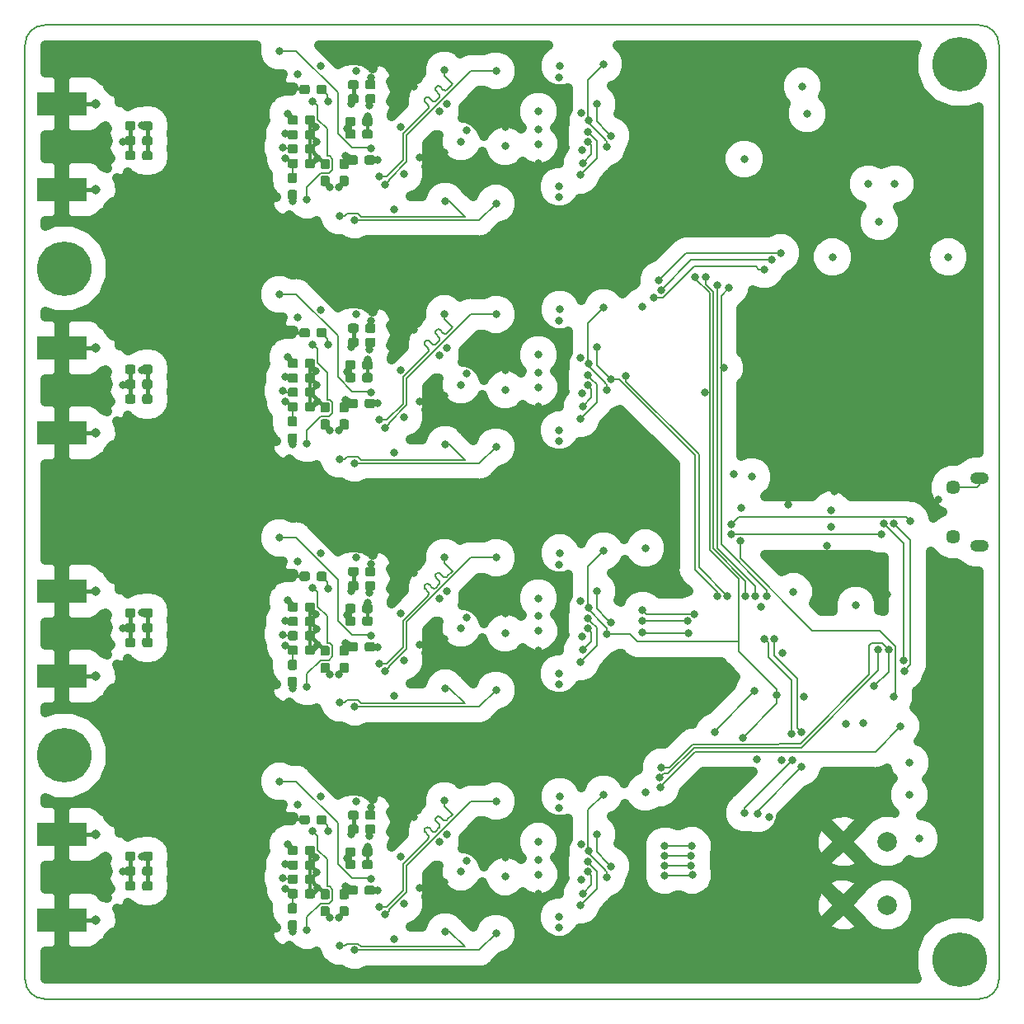
<source format=gbr>
%TF.GenerationSoftware,KiCad,Pcbnew,5.0.2-bee76a0~70~ubuntu18.04.1*%
%TF.CreationDate,2020-09-30T14:13:53+10:00*%
%TF.ProjectId,SDR_board,5344525f-626f-4617-9264-2e6b69636164,rev?*%
%TF.SameCoordinates,Original*%
%TF.FileFunction,Copper,L4,Bot*%
%TF.FilePolarity,Positive*%
%FSLAX46Y46*%
G04 Gerber Fmt 4.6, Leading zero omitted, Abs format (unit mm)*
G04 Created by KiCad (PCBNEW 5.0.2-bee76a0~70~ubuntu18.04.1) date Wed 30 Sep 2020 14:13:53 AEST*
%MOMM*%
%LPD*%
G01*
G04 APERTURE LIST*
%ADD10C,0.150000*%
%ADD11C,5.600000*%
%ADD12C,0.100000*%
%ADD13C,0.950000*%
%ADD14C,1.450000*%
%ADD15O,1.900000X1.200000*%
%ADD16R,5.080000X2.420000*%
%ADD17C,0.970000*%
%ADD18R,0.950000X0.460000*%
%ADD19C,2.000000*%
%ADD20C,0.800000*%
%ADD21C,0.400000*%
%ADD22C,0.300000*%
%ADD23C,0.200000*%
%ADD24C,0.500000*%
%ADD25C,0.146800*%
%ADD26C,1.000000*%
G04 APERTURE END LIST*
D10*
X27000000Y-120000000D02*
G75*
G02X25000000Y-118000000I0J2000000D01*
G01*
X125000000Y-118000000D02*
G75*
G02X123000000Y-120000000I-2000000J0D01*
G01*
X123000000Y-20000000D02*
G75*
G02X125000000Y-22000000I0J-2000000D01*
G01*
X25000000Y-22000000D02*
G75*
G02X27000000Y-20000000I2000000J0D01*
G01*
X25000000Y-117999999D02*
X25000000Y-21999999D01*
X123000000Y-120000000D02*
X27000000Y-120000000D01*
X125000000Y-22000000D02*
X125000000Y-118000000D01*
X27000000Y-20000000D02*
X123000000Y-20000000D01*
D11*
X121000000Y-116000000D03*
X121000000Y-24000000D03*
X29000000Y-45000000D03*
D12*
G36*
X52715779Y-36926144D02*
X52738834Y-36929563D01*
X52761443Y-36935227D01*
X52783387Y-36943079D01*
X52804457Y-36953044D01*
X52824448Y-36965026D01*
X52843168Y-36978910D01*
X52860438Y-36994562D01*
X52876090Y-37011832D01*
X52889974Y-37030552D01*
X52901956Y-37050543D01*
X52911921Y-37071613D01*
X52919773Y-37093557D01*
X52925437Y-37116166D01*
X52928856Y-37139221D01*
X52930000Y-37162500D01*
X52930000Y-37737500D01*
X52928856Y-37760779D01*
X52925437Y-37783834D01*
X52919773Y-37806443D01*
X52911921Y-37828387D01*
X52901956Y-37849457D01*
X52889974Y-37869448D01*
X52876090Y-37888168D01*
X52860438Y-37905438D01*
X52843168Y-37921090D01*
X52824448Y-37934974D01*
X52804457Y-37946956D01*
X52783387Y-37956921D01*
X52761443Y-37964773D01*
X52738834Y-37970437D01*
X52715779Y-37973856D01*
X52692500Y-37975000D01*
X52217500Y-37975000D01*
X52194221Y-37973856D01*
X52171166Y-37970437D01*
X52148557Y-37964773D01*
X52126613Y-37956921D01*
X52105543Y-37946956D01*
X52085552Y-37934974D01*
X52066832Y-37921090D01*
X52049562Y-37905438D01*
X52033910Y-37888168D01*
X52020026Y-37869448D01*
X52008044Y-37849457D01*
X51998079Y-37828387D01*
X51990227Y-37806443D01*
X51984563Y-37783834D01*
X51981144Y-37760779D01*
X51980000Y-37737500D01*
X51980000Y-37162500D01*
X51981144Y-37139221D01*
X51984563Y-37116166D01*
X51990227Y-37093557D01*
X51998079Y-37071613D01*
X52008044Y-37050543D01*
X52020026Y-37030552D01*
X52033910Y-37011832D01*
X52049562Y-36994562D01*
X52066832Y-36978910D01*
X52085552Y-36965026D01*
X52105543Y-36953044D01*
X52126613Y-36943079D01*
X52148557Y-36935227D01*
X52171166Y-36929563D01*
X52194221Y-36926144D01*
X52217500Y-36925000D01*
X52692500Y-36925000D01*
X52715779Y-36926144D01*
X52715779Y-36926144D01*
G37*
D13*
X52455000Y-37450000D03*
D12*
G36*
X52715779Y-35176144D02*
X52738834Y-35179563D01*
X52761443Y-35185227D01*
X52783387Y-35193079D01*
X52804457Y-35203044D01*
X52824448Y-35215026D01*
X52843168Y-35228910D01*
X52860438Y-35244562D01*
X52876090Y-35261832D01*
X52889974Y-35280552D01*
X52901956Y-35300543D01*
X52911921Y-35321613D01*
X52919773Y-35343557D01*
X52925437Y-35366166D01*
X52928856Y-35389221D01*
X52930000Y-35412500D01*
X52930000Y-35987500D01*
X52928856Y-36010779D01*
X52925437Y-36033834D01*
X52919773Y-36056443D01*
X52911921Y-36078387D01*
X52901956Y-36099457D01*
X52889974Y-36119448D01*
X52876090Y-36138168D01*
X52860438Y-36155438D01*
X52843168Y-36171090D01*
X52824448Y-36184974D01*
X52804457Y-36196956D01*
X52783387Y-36206921D01*
X52761443Y-36214773D01*
X52738834Y-36220437D01*
X52715779Y-36223856D01*
X52692500Y-36225000D01*
X52217500Y-36225000D01*
X52194221Y-36223856D01*
X52171166Y-36220437D01*
X52148557Y-36214773D01*
X52126613Y-36206921D01*
X52105543Y-36196956D01*
X52085552Y-36184974D01*
X52066832Y-36171090D01*
X52049562Y-36155438D01*
X52033910Y-36138168D01*
X52020026Y-36119448D01*
X52008044Y-36099457D01*
X51998079Y-36078387D01*
X51990227Y-36056443D01*
X51984563Y-36033834D01*
X51981144Y-36010779D01*
X51980000Y-35987500D01*
X51980000Y-35412500D01*
X51981144Y-35389221D01*
X51984563Y-35366166D01*
X51990227Y-35343557D01*
X51998079Y-35321613D01*
X52008044Y-35300543D01*
X52020026Y-35280552D01*
X52033910Y-35261832D01*
X52049562Y-35244562D01*
X52066832Y-35228910D01*
X52085552Y-35215026D01*
X52105543Y-35203044D01*
X52126613Y-35193079D01*
X52148557Y-35185227D01*
X52171166Y-35179563D01*
X52194221Y-35176144D01*
X52217500Y-35175000D01*
X52692500Y-35175000D01*
X52715779Y-35176144D01*
X52715779Y-35176144D01*
G37*
D13*
X52455000Y-35700000D03*
D12*
G36*
X60460779Y-30726144D02*
X60483834Y-30729563D01*
X60506443Y-30735227D01*
X60528387Y-30743079D01*
X60549457Y-30753044D01*
X60569448Y-30765026D01*
X60588168Y-30778910D01*
X60605438Y-30794562D01*
X60621090Y-30811832D01*
X60634974Y-30830552D01*
X60646956Y-30850543D01*
X60656921Y-30871613D01*
X60664773Y-30893557D01*
X60670437Y-30916166D01*
X60673856Y-30939221D01*
X60675000Y-30962500D01*
X60675000Y-31437500D01*
X60673856Y-31460779D01*
X60670437Y-31483834D01*
X60664773Y-31506443D01*
X60656921Y-31528387D01*
X60646956Y-31549457D01*
X60634974Y-31569448D01*
X60621090Y-31588168D01*
X60605438Y-31605438D01*
X60588168Y-31621090D01*
X60569448Y-31634974D01*
X60549457Y-31646956D01*
X60528387Y-31656921D01*
X60506443Y-31664773D01*
X60483834Y-31670437D01*
X60460779Y-31673856D01*
X60437500Y-31675000D01*
X59862500Y-31675000D01*
X59839221Y-31673856D01*
X59816166Y-31670437D01*
X59793557Y-31664773D01*
X59771613Y-31656921D01*
X59750543Y-31646956D01*
X59730552Y-31634974D01*
X59711832Y-31621090D01*
X59694562Y-31605438D01*
X59678910Y-31588168D01*
X59665026Y-31569448D01*
X59653044Y-31549457D01*
X59643079Y-31528387D01*
X59635227Y-31506443D01*
X59629563Y-31483834D01*
X59626144Y-31460779D01*
X59625000Y-31437500D01*
X59625000Y-30962500D01*
X59626144Y-30939221D01*
X59629563Y-30916166D01*
X59635227Y-30893557D01*
X59643079Y-30871613D01*
X59653044Y-30850543D01*
X59665026Y-30830552D01*
X59678910Y-30811832D01*
X59694562Y-30794562D01*
X59711832Y-30778910D01*
X59730552Y-30765026D01*
X59750543Y-30753044D01*
X59771613Y-30743079D01*
X59793557Y-30735227D01*
X59816166Y-30729563D01*
X59839221Y-30726144D01*
X59862500Y-30725000D01*
X60437500Y-30725000D01*
X60460779Y-30726144D01*
X60460779Y-30726144D01*
G37*
D13*
X60150000Y-31200000D03*
D12*
G36*
X58710779Y-30726144D02*
X58733834Y-30729563D01*
X58756443Y-30735227D01*
X58778387Y-30743079D01*
X58799457Y-30753044D01*
X58819448Y-30765026D01*
X58838168Y-30778910D01*
X58855438Y-30794562D01*
X58871090Y-30811832D01*
X58884974Y-30830552D01*
X58896956Y-30850543D01*
X58906921Y-30871613D01*
X58914773Y-30893557D01*
X58920437Y-30916166D01*
X58923856Y-30939221D01*
X58925000Y-30962500D01*
X58925000Y-31437500D01*
X58923856Y-31460779D01*
X58920437Y-31483834D01*
X58914773Y-31506443D01*
X58906921Y-31528387D01*
X58896956Y-31549457D01*
X58884974Y-31569448D01*
X58871090Y-31588168D01*
X58855438Y-31605438D01*
X58838168Y-31621090D01*
X58819448Y-31634974D01*
X58799457Y-31646956D01*
X58778387Y-31656921D01*
X58756443Y-31664773D01*
X58733834Y-31670437D01*
X58710779Y-31673856D01*
X58687500Y-31675000D01*
X58112500Y-31675000D01*
X58089221Y-31673856D01*
X58066166Y-31670437D01*
X58043557Y-31664773D01*
X58021613Y-31656921D01*
X58000543Y-31646956D01*
X57980552Y-31634974D01*
X57961832Y-31621090D01*
X57944562Y-31605438D01*
X57928910Y-31588168D01*
X57915026Y-31569448D01*
X57903044Y-31549457D01*
X57893079Y-31528387D01*
X57885227Y-31506443D01*
X57879563Y-31483834D01*
X57876144Y-31460779D01*
X57875000Y-31437500D01*
X57875000Y-30962500D01*
X57876144Y-30939221D01*
X57879563Y-30916166D01*
X57885227Y-30893557D01*
X57893079Y-30871613D01*
X57903044Y-30850543D01*
X57915026Y-30830552D01*
X57928910Y-30811832D01*
X57944562Y-30794562D01*
X57961832Y-30778910D01*
X57980552Y-30765026D01*
X58000543Y-30753044D01*
X58021613Y-30743079D01*
X58043557Y-30735227D01*
X58066166Y-30729563D01*
X58089221Y-30726144D01*
X58112500Y-30725000D01*
X58687500Y-30725000D01*
X58710779Y-30726144D01*
X58710779Y-30726144D01*
G37*
D13*
X58400000Y-31200000D03*
D12*
G36*
X52810779Y-29276144D02*
X52833834Y-29279563D01*
X52856443Y-29285227D01*
X52878387Y-29293079D01*
X52899457Y-29303044D01*
X52919448Y-29315026D01*
X52938168Y-29328910D01*
X52955438Y-29344562D01*
X52971090Y-29361832D01*
X52984974Y-29380552D01*
X52996956Y-29400543D01*
X53006921Y-29421613D01*
X53014773Y-29443557D01*
X53020437Y-29466166D01*
X53023856Y-29489221D01*
X53025000Y-29512500D01*
X53025000Y-29987500D01*
X53023856Y-30010779D01*
X53020437Y-30033834D01*
X53014773Y-30056443D01*
X53006921Y-30078387D01*
X52996956Y-30099457D01*
X52984974Y-30119448D01*
X52971090Y-30138168D01*
X52955438Y-30155438D01*
X52938168Y-30171090D01*
X52919448Y-30184974D01*
X52899457Y-30196956D01*
X52878387Y-30206921D01*
X52856443Y-30214773D01*
X52833834Y-30220437D01*
X52810779Y-30223856D01*
X52787500Y-30225000D01*
X52212500Y-30225000D01*
X52189221Y-30223856D01*
X52166166Y-30220437D01*
X52143557Y-30214773D01*
X52121613Y-30206921D01*
X52100543Y-30196956D01*
X52080552Y-30184974D01*
X52061832Y-30171090D01*
X52044562Y-30155438D01*
X52028910Y-30138168D01*
X52015026Y-30119448D01*
X52003044Y-30099457D01*
X51993079Y-30078387D01*
X51985227Y-30056443D01*
X51979563Y-30033834D01*
X51976144Y-30010779D01*
X51975000Y-29987500D01*
X51975000Y-29512500D01*
X51976144Y-29489221D01*
X51979563Y-29466166D01*
X51985227Y-29443557D01*
X51993079Y-29421613D01*
X52003044Y-29400543D01*
X52015026Y-29380552D01*
X52028910Y-29361832D01*
X52044562Y-29344562D01*
X52061832Y-29328910D01*
X52080552Y-29315026D01*
X52100543Y-29303044D01*
X52121613Y-29293079D01*
X52143557Y-29285227D01*
X52166166Y-29279563D01*
X52189221Y-29276144D01*
X52212500Y-29275000D01*
X52787500Y-29275000D01*
X52810779Y-29276144D01*
X52810779Y-29276144D01*
G37*
D13*
X52500000Y-29750000D03*
D12*
G36*
X54560779Y-29276144D02*
X54583834Y-29279563D01*
X54606443Y-29285227D01*
X54628387Y-29293079D01*
X54649457Y-29303044D01*
X54669448Y-29315026D01*
X54688168Y-29328910D01*
X54705438Y-29344562D01*
X54721090Y-29361832D01*
X54734974Y-29380552D01*
X54746956Y-29400543D01*
X54756921Y-29421613D01*
X54764773Y-29443557D01*
X54770437Y-29466166D01*
X54773856Y-29489221D01*
X54775000Y-29512500D01*
X54775000Y-29987500D01*
X54773856Y-30010779D01*
X54770437Y-30033834D01*
X54764773Y-30056443D01*
X54756921Y-30078387D01*
X54746956Y-30099457D01*
X54734974Y-30119448D01*
X54721090Y-30138168D01*
X54705438Y-30155438D01*
X54688168Y-30171090D01*
X54669448Y-30184974D01*
X54649457Y-30196956D01*
X54628387Y-30206921D01*
X54606443Y-30214773D01*
X54583834Y-30220437D01*
X54560779Y-30223856D01*
X54537500Y-30225000D01*
X53962500Y-30225000D01*
X53939221Y-30223856D01*
X53916166Y-30220437D01*
X53893557Y-30214773D01*
X53871613Y-30206921D01*
X53850543Y-30196956D01*
X53830552Y-30184974D01*
X53811832Y-30171090D01*
X53794562Y-30155438D01*
X53778910Y-30138168D01*
X53765026Y-30119448D01*
X53753044Y-30099457D01*
X53743079Y-30078387D01*
X53735227Y-30056443D01*
X53729563Y-30033834D01*
X53726144Y-30010779D01*
X53725000Y-29987500D01*
X53725000Y-29512500D01*
X53726144Y-29489221D01*
X53729563Y-29466166D01*
X53735227Y-29443557D01*
X53743079Y-29421613D01*
X53753044Y-29400543D01*
X53765026Y-29380552D01*
X53778910Y-29361832D01*
X53794562Y-29344562D01*
X53811832Y-29328910D01*
X53830552Y-29315026D01*
X53850543Y-29303044D01*
X53871613Y-29293079D01*
X53893557Y-29285227D01*
X53916166Y-29279563D01*
X53939221Y-29276144D01*
X53962500Y-29275000D01*
X54537500Y-29275000D01*
X54560779Y-29276144D01*
X54560779Y-29276144D01*
G37*
D13*
X54250000Y-29750000D03*
D12*
G36*
X52810779Y-33726144D02*
X52833834Y-33729563D01*
X52856443Y-33735227D01*
X52878387Y-33743079D01*
X52899457Y-33753044D01*
X52919448Y-33765026D01*
X52938168Y-33778910D01*
X52955438Y-33794562D01*
X52971090Y-33811832D01*
X52984974Y-33830552D01*
X52996956Y-33850543D01*
X53006921Y-33871613D01*
X53014773Y-33893557D01*
X53020437Y-33916166D01*
X53023856Y-33939221D01*
X53025000Y-33962500D01*
X53025000Y-34437500D01*
X53023856Y-34460779D01*
X53020437Y-34483834D01*
X53014773Y-34506443D01*
X53006921Y-34528387D01*
X52996956Y-34549457D01*
X52984974Y-34569448D01*
X52971090Y-34588168D01*
X52955438Y-34605438D01*
X52938168Y-34621090D01*
X52919448Y-34634974D01*
X52899457Y-34646956D01*
X52878387Y-34656921D01*
X52856443Y-34664773D01*
X52833834Y-34670437D01*
X52810779Y-34673856D01*
X52787500Y-34675000D01*
X52212500Y-34675000D01*
X52189221Y-34673856D01*
X52166166Y-34670437D01*
X52143557Y-34664773D01*
X52121613Y-34656921D01*
X52100543Y-34646956D01*
X52080552Y-34634974D01*
X52061832Y-34621090D01*
X52044562Y-34605438D01*
X52028910Y-34588168D01*
X52015026Y-34569448D01*
X52003044Y-34549457D01*
X51993079Y-34528387D01*
X51985227Y-34506443D01*
X51979563Y-34483834D01*
X51976144Y-34460779D01*
X51975000Y-34437500D01*
X51975000Y-33962500D01*
X51976144Y-33939221D01*
X51979563Y-33916166D01*
X51985227Y-33893557D01*
X51993079Y-33871613D01*
X52003044Y-33850543D01*
X52015026Y-33830552D01*
X52028910Y-33811832D01*
X52044562Y-33794562D01*
X52061832Y-33778910D01*
X52080552Y-33765026D01*
X52100543Y-33753044D01*
X52121613Y-33743079D01*
X52143557Y-33735227D01*
X52166166Y-33729563D01*
X52189221Y-33726144D01*
X52212500Y-33725000D01*
X52787500Y-33725000D01*
X52810779Y-33726144D01*
X52810779Y-33726144D01*
G37*
D13*
X52500000Y-34200000D03*
D12*
G36*
X54560779Y-33726144D02*
X54583834Y-33729563D01*
X54606443Y-33735227D01*
X54628387Y-33743079D01*
X54649457Y-33753044D01*
X54669448Y-33765026D01*
X54688168Y-33778910D01*
X54705438Y-33794562D01*
X54721090Y-33811832D01*
X54734974Y-33830552D01*
X54746956Y-33850543D01*
X54756921Y-33871613D01*
X54764773Y-33893557D01*
X54770437Y-33916166D01*
X54773856Y-33939221D01*
X54775000Y-33962500D01*
X54775000Y-34437500D01*
X54773856Y-34460779D01*
X54770437Y-34483834D01*
X54764773Y-34506443D01*
X54756921Y-34528387D01*
X54746956Y-34549457D01*
X54734974Y-34569448D01*
X54721090Y-34588168D01*
X54705438Y-34605438D01*
X54688168Y-34621090D01*
X54669448Y-34634974D01*
X54649457Y-34646956D01*
X54628387Y-34656921D01*
X54606443Y-34664773D01*
X54583834Y-34670437D01*
X54560779Y-34673856D01*
X54537500Y-34675000D01*
X53962500Y-34675000D01*
X53939221Y-34673856D01*
X53916166Y-34670437D01*
X53893557Y-34664773D01*
X53871613Y-34656921D01*
X53850543Y-34646956D01*
X53830552Y-34634974D01*
X53811832Y-34621090D01*
X53794562Y-34605438D01*
X53778910Y-34588168D01*
X53765026Y-34569448D01*
X53753044Y-34549457D01*
X53743079Y-34528387D01*
X53735227Y-34506443D01*
X53729563Y-34483834D01*
X53726144Y-34460779D01*
X53725000Y-34437500D01*
X53725000Y-33962500D01*
X53726144Y-33939221D01*
X53729563Y-33916166D01*
X53735227Y-33893557D01*
X53743079Y-33871613D01*
X53753044Y-33850543D01*
X53765026Y-33830552D01*
X53778910Y-33811832D01*
X53794562Y-33794562D01*
X53811832Y-33778910D01*
X53830552Y-33765026D01*
X53850543Y-33753044D01*
X53871613Y-33743079D01*
X53893557Y-33735227D01*
X53916166Y-33729563D01*
X53939221Y-33726144D01*
X53962500Y-33725000D01*
X54537500Y-33725000D01*
X54560779Y-33726144D01*
X54560779Y-33726144D01*
G37*
D13*
X54250000Y-34200000D03*
D12*
G36*
X56060779Y-35476144D02*
X56083834Y-35479563D01*
X56106443Y-35485227D01*
X56128387Y-35493079D01*
X56149457Y-35503044D01*
X56169448Y-35515026D01*
X56188168Y-35528910D01*
X56205438Y-35544562D01*
X56221090Y-35561832D01*
X56234974Y-35580552D01*
X56246956Y-35600543D01*
X56256921Y-35621613D01*
X56264773Y-35643557D01*
X56270437Y-35666166D01*
X56273856Y-35689221D01*
X56275000Y-35712500D01*
X56275000Y-36287500D01*
X56273856Y-36310779D01*
X56270437Y-36333834D01*
X56264773Y-36356443D01*
X56256921Y-36378387D01*
X56246956Y-36399457D01*
X56234974Y-36419448D01*
X56221090Y-36438168D01*
X56205438Y-36455438D01*
X56188168Y-36471090D01*
X56169448Y-36484974D01*
X56149457Y-36496956D01*
X56128387Y-36506921D01*
X56106443Y-36514773D01*
X56083834Y-36520437D01*
X56060779Y-36523856D01*
X56037500Y-36525000D01*
X55562500Y-36525000D01*
X55539221Y-36523856D01*
X55516166Y-36520437D01*
X55493557Y-36514773D01*
X55471613Y-36506921D01*
X55450543Y-36496956D01*
X55430552Y-36484974D01*
X55411832Y-36471090D01*
X55394562Y-36455438D01*
X55378910Y-36438168D01*
X55365026Y-36419448D01*
X55353044Y-36399457D01*
X55343079Y-36378387D01*
X55335227Y-36356443D01*
X55329563Y-36333834D01*
X55326144Y-36310779D01*
X55325000Y-36287500D01*
X55325000Y-35712500D01*
X55326144Y-35689221D01*
X55329563Y-35666166D01*
X55335227Y-35643557D01*
X55343079Y-35621613D01*
X55353044Y-35600543D01*
X55365026Y-35580552D01*
X55378910Y-35561832D01*
X55394562Y-35544562D01*
X55411832Y-35528910D01*
X55430552Y-35515026D01*
X55450543Y-35503044D01*
X55471613Y-35493079D01*
X55493557Y-35485227D01*
X55516166Y-35479563D01*
X55539221Y-35476144D01*
X55562500Y-35475000D01*
X56037500Y-35475000D01*
X56060779Y-35476144D01*
X56060779Y-35476144D01*
G37*
D13*
X55800000Y-36000000D03*
D12*
G36*
X56060779Y-33726144D02*
X56083834Y-33729563D01*
X56106443Y-33735227D01*
X56128387Y-33743079D01*
X56149457Y-33753044D01*
X56169448Y-33765026D01*
X56188168Y-33778910D01*
X56205438Y-33794562D01*
X56221090Y-33811832D01*
X56234974Y-33830552D01*
X56246956Y-33850543D01*
X56256921Y-33871613D01*
X56264773Y-33893557D01*
X56270437Y-33916166D01*
X56273856Y-33939221D01*
X56275000Y-33962500D01*
X56275000Y-34537500D01*
X56273856Y-34560779D01*
X56270437Y-34583834D01*
X56264773Y-34606443D01*
X56256921Y-34628387D01*
X56246956Y-34649457D01*
X56234974Y-34669448D01*
X56221090Y-34688168D01*
X56205438Y-34705438D01*
X56188168Y-34721090D01*
X56169448Y-34734974D01*
X56149457Y-34746956D01*
X56128387Y-34756921D01*
X56106443Y-34764773D01*
X56083834Y-34770437D01*
X56060779Y-34773856D01*
X56037500Y-34775000D01*
X55562500Y-34775000D01*
X55539221Y-34773856D01*
X55516166Y-34770437D01*
X55493557Y-34764773D01*
X55471613Y-34756921D01*
X55450543Y-34746956D01*
X55430552Y-34734974D01*
X55411832Y-34721090D01*
X55394562Y-34705438D01*
X55378910Y-34688168D01*
X55365026Y-34669448D01*
X55353044Y-34649457D01*
X55343079Y-34628387D01*
X55335227Y-34606443D01*
X55329563Y-34583834D01*
X55326144Y-34560779D01*
X55325000Y-34537500D01*
X55325000Y-33962500D01*
X55326144Y-33939221D01*
X55329563Y-33916166D01*
X55335227Y-33893557D01*
X55343079Y-33871613D01*
X55353044Y-33850543D01*
X55365026Y-33830552D01*
X55378910Y-33811832D01*
X55394562Y-33794562D01*
X55411832Y-33778910D01*
X55430552Y-33765026D01*
X55450543Y-33753044D01*
X55471613Y-33743079D01*
X55493557Y-33735227D01*
X55516166Y-33729563D01*
X55539221Y-33726144D01*
X55562500Y-33725000D01*
X56037500Y-33725000D01*
X56060779Y-33726144D01*
X56060779Y-33726144D01*
G37*
D13*
X55800000Y-34250000D03*
D12*
G36*
X58010779Y-33726144D02*
X58033834Y-33729563D01*
X58056443Y-33735227D01*
X58078387Y-33743079D01*
X58099457Y-33753044D01*
X58119448Y-33765026D01*
X58138168Y-33778910D01*
X58155438Y-33794562D01*
X58171090Y-33811832D01*
X58184974Y-33830552D01*
X58196956Y-33850543D01*
X58206921Y-33871613D01*
X58214773Y-33893557D01*
X58220437Y-33916166D01*
X58223856Y-33939221D01*
X58225000Y-33962500D01*
X58225000Y-34537500D01*
X58223856Y-34560779D01*
X58220437Y-34583834D01*
X58214773Y-34606443D01*
X58206921Y-34628387D01*
X58196956Y-34649457D01*
X58184974Y-34669448D01*
X58171090Y-34688168D01*
X58155438Y-34705438D01*
X58138168Y-34721090D01*
X58119448Y-34734974D01*
X58099457Y-34746956D01*
X58078387Y-34756921D01*
X58056443Y-34764773D01*
X58033834Y-34770437D01*
X58010779Y-34773856D01*
X57987500Y-34775000D01*
X57512500Y-34775000D01*
X57489221Y-34773856D01*
X57466166Y-34770437D01*
X57443557Y-34764773D01*
X57421613Y-34756921D01*
X57400543Y-34746956D01*
X57380552Y-34734974D01*
X57361832Y-34721090D01*
X57344562Y-34705438D01*
X57328910Y-34688168D01*
X57315026Y-34669448D01*
X57303044Y-34649457D01*
X57293079Y-34628387D01*
X57285227Y-34606443D01*
X57279563Y-34583834D01*
X57276144Y-34560779D01*
X57275000Y-34537500D01*
X57275000Y-33962500D01*
X57276144Y-33939221D01*
X57279563Y-33916166D01*
X57285227Y-33893557D01*
X57293079Y-33871613D01*
X57303044Y-33850543D01*
X57315026Y-33830552D01*
X57328910Y-33811832D01*
X57344562Y-33794562D01*
X57361832Y-33778910D01*
X57380552Y-33765026D01*
X57400543Y-33753044D01*
X57421613Y-33743079D01*
X57443557Y-33735227D01*
X57466166Y-33729563D01*
X57489221Y-33726144D01*
X57512500Y-33725000D01*
X57987500Y-33725000D01*
X58010779Y-33726144D01*
X58010779Y-33726144D01*
G37*
D13*
X57750000Y-34250000D03*
D12*
G36*
X58010779Y-35476144D02*
X58033834Y-35479563D01*
X58056443Y-35485227D01*
X58078387Y-35493079D01*
X58099457Y-35503044D01*
X58119448Y-35515026D01*
X58138168Y-35528910D01*
X58155438Y-35544562D01*
X58171090Y-35561832D01*
X58184974Y-35580552D01*
X58196956Y-35600543D01*
X58206921Y-35621613D01*
X58214773Y-35643557D01*
X58220437Y-35666166D01*
X58223856Y-35689221D01*
X58225000Y-35712500D01*
X58225000Y-36287500D01*
X58223856Y-36310779D01*
X58220437Y-36333834D01*
X58214773Y-36356443D01*
X58206921Y-36378387D01*
X58196956Y-36399457D01*
X58184974Y-36419448D01*
X58171090Y-36438168D01*
X58155438Y-36455438D01*
X58138168Y-36471090D01*
X58119448Y-36484974D01*
X58099457Y-36496956D01*
X58078387Y-36506921D01*
X58056443Y-36514773D01*
X58033834Y-36520437D01*
X58010779Y-36523856D01*
X57987500Y-36525000D01*
X57512500Y-36525000D01*
X57489221Y-36523856D01*
X57466166Y-36520437D01*
X57443557Y-36514773D01*
X57421613Y-36506921D01*
X57400543Y-36496956D01*
X57380552Y-36484974D01*
X57361832Y-36471090D01*
X57344562Y-36455438D01*
X57328910Y-36438168D01*
X57315026Y-36419448D01*
X57303044Y-36399457D01*
X57293079Y-36378387D01*
X57285227Y-36356443D01*
X57279563Y-36333834D01*
X57276144Y-36310779D01*
X57275000Y-36287500D01*
X57275000Y-35712500D01*
X57276144Y-35689221D01*
X57279563Y-35666166D01*
X57285227Y-35643557D01*
X57293079Y-35621613D01*
X57303044Y-35600543D01*
X57315026Y-35580552D01*
X57328910Y-35561832D01*
X57344562Y-35544562D01*
X57361832Y-35528910D01*
X57380552Y-35515026D01*
X57400543Y-35503044D01*
X57421613Y-35493079D01*
X57443557Y-35485227D01*
X57466166Y-35479563D01*
X57489221Y-35476144D01*
X57512500Y-35475000D01*
X57987500Y-35475000D01*
X58010779Y-35476144D01*
X58010779Y-35476144D01*
G37*
D13*
X57750000Y-36000000D03*
D12*
G36*
X60710779Y-33376144D02*
X60733834Y-33379563D01*
X60756443Y-33385227D01*
X60778387Y-33393079D01*
X60799457Y-33403044D01*
X60819448Y-33415026D01*
X60838168Y-33428910D01*
X60855438Y-33444562D01*
X60871090Y-33461832D01*
X60884974Y-33480552D01*
X60896956Y-33500543D01*
X60906921Y-33521613D01*
X60914773Y-33543557D01*
X60920437Y-33566166D01*
X60923856Y-33589221D01*
X60925000Y-33612500D01*
X60925000Y-34087500D01*
X60923856Y-34110779D01*
X60920437Y-34133834D01*
X60914773Y-34156443D01*
X60906921Y-34178387D01*
X60896956Y-34199457D01*
X60884974Y-34219448D01*
X60871090Y-34238168D01*
X60855438Y-34255438D01*
X60838168Y-34271090D01*
X60819448Y-34284974D01*
X60799457Y-34296956D01*
X60778387Y-34306921D01*
X60756443Y-34314773D01*
X60733834Y-34320437D01*
X60710779Y-34323856D01*
X60687500Y-34325000D01*
X60112500Y-34325000D01*
X60089221Y-34323856D01*
X60066166Y-34320437D01*
X60043557Y-34314773D01*
X60021613Y-34306921D01*
X60000543Y-34296956D01*
X59980552Y-34284974D01*
X59961832Y-34271090D01*
X59944562Y-34255438D01*
X59928910Y-34238168D01*
X59915026Y-34219448D01*
X59903044Y-34199457D01*
X59893079Y-34178387D01*
X59885227Y-34156443D01*
X59879563Y-34133834D01*
X59876144Y-34110779D01*
X59875000Y-34087500D01*
X59875000Y-33612500D01*
X59876144Y-33589221D01*
X59879563Y-33566166D01*
X59885227Y-33543557D01*
X59893079Y-33521613D01*
X59903044Y-33500543D01*
X59915026Y-33480552D01*
X59928910Y-33461832D01*
X59944562Y-33444562D01*
X59961832Y-33428910D01*
X59980552Y-33415026D01*
X60000543Y-33403044D01*
X60021613Y-33393079D01*
X60043557Y-33385227D01*
X60066166Y-33379563D01*
X60089221Y-33376144D01*
X60112500Y-33375000D01*
X60687500Y-33375000D01*
X60710779Y-33376144D01*
X60710779Y-33376144D01*
G37*
D13*
X60400000Y-33850000D03*
D12*
G36*
X58960779Y-33376144D02*
X58983834Y-33379563D01*
X59006443Y-33385227D01*
X59028387Y-33393079D01*
X59049457Y-33403044D01*
X59069448Y-33415026D01*
X59088168Y-33428910D01*
X59105438Y-33444562D01*
X59121090Y-33461832D01*
X59134974Y-33480552D01*
X59146956Y-33500543D01*
X59156921Y-33521613D01*
X59164773Y-33543557D01*
X59170437Y-33566166D01*
X59173856Y-33589221D01*
X59175000Y-33612500D01*
X59175000Y-34087500D01*
X59173856Y-34110779D01*
X59170437Y-34133834D01*
X59164773Y-34156443D01*
X59156921Y-34178387D01*
X59146956Y-34199457D01*
X59134974Y-34219448D01*
X59121090Y-34238168D01*
X59105438Y-34255438D01*
X59088168Y-34271090D01*
X59069448Y-34284974D01*
X59049457Y-34296956D01*
X59028387Y-34306921D01*
X59006443Y-34314773D01*
X58983834Y-34320437D01*
X58960779Y-34323856D01*
X58937500Y-34325000D01*
X58362500Y-34325000D01*
X58339221Y-34323856D01*
X58316166Y-34320437D01*
X58293557Y-34314773D01*
X58271613Y-34306921D01*
X58250543Y-34296956D01*
X58230552Y-34284974D01*
X58211832Y-34271090D01*
X58194562Y-34255438D01*
X58178910Y-34238168D01*
X58165026Y-34219448D01*
X58153044Y-34199457D01*
X58143079Y-34178387D01*
X58135227Y-34156443D01*
X58129563Y-34133834D01*
X58126144Y-34110779D01*
X58125000Y-34087500D01*
X58125000Y-33612500D01*
X58126144Y-33589221D01*
X58129563Y-33566166D01*
X58135227Y-33543557D01*
X58143079Y-33521613D01*
X58153044Y-33500543D01*
X58165026Y-33480552D01*
X58178910Y-33461832D01*
X58194562Y-33444562D01*
X58211832Y-33428910D01*
X58230552Y-33415026D01*
X58250543Y-33403044D01*
X58271613Y-33393079D01*
X58293557Y-33385227D01*
X58316166Y-33379563D01*
X58339221Y-33376144D01*
X58362500Y-33375000D01*
X58937500Y-33375000D01*
X58960779Y-33376144D01*
X58960779Y-33376144D01*
G37*
D13*
X58650000Y-33850000D03*
D12*
G36*
X58710779Y-29426144D02*
X58733834Y-29429563D01*
X58756443Y-29435227D01*
X58778387Y-29443079D01*
X58799457Y-29453044D01*
X58819448Y-29465026D01*
X58838168Y-29478910D01*
X58855438Y-29494562D01*
X58871090Y-29511832D01*
X58884974Y-29530552D01*
X58896956Y-29550543D01*
X58906921Y-29571613D01*
X58914773Y-29593557D01*
X58920437Y-29616166D01*
X58923856Y-29639221D01*
X58925000Y-29662500D01*
X58925000Y-30137500D01*
X58923856Y-30160779D01*
X58920437Y-30183834D01*
X58914773Y-30206443D01*
X58906921Y-30228387D01*
X58896956Y-30249457D01*
X58884974Y-30269448D01*
X58871090Y-30288168D01*
X58855438Y-30305438D01*
X58838168Y-30321090D01*
X58819448Y-30334974D01*
X58799457Y-30346956D01*
X58778387Y-30356921D01*
X58756443Y-30364773D01*
X58733834Y-30370437D01*
X58710779Y-30373856D01*
X58687500Y-30375000D01*
X58112500Y-30375000D01*
X58089221Y-30373856D01*
X58066166Y-30370437D01*
X58043557Y-30364773D01*
X58021613Y-30356921D01*
X58000543Y-30346956D01*
X57980552Y-30334974D01*
X57961832Y-30321090D01*
X57944562Y-30305438D01*
X57928910Y-30288168D01*
X57915026Y-30269448D01*
X57903044Y-30249457D01*
X57893079Y-30228387D01*
X57885227Y-30206443D01*
X57879563Y-30183834D01*
X57876144Y-30160779D01*
X57875000Y-30137500D01*
X57875000Y-29662500D01*
X57876144Y-29639221D01*
X57879563Y-29616166D01*
X57885227Y-29593557D01*
X57893079Y-29571613D01*
X57903044Y-29550543D01*
X57915026Y-29530552D01*
X57928910Y-29511832D01*
X57944562Y-29494562D01*
X57961832Y-29478910D01*
X57980552Y-29465026D01*
X58000543Y-29453044D01*
X58021613Y-29443079D01*
X58043557Y-29435227D01*
X58066166Y-29429563D01*
X58089221Y-29426144D01*
X58112500Y-29425000D01*
X58687500Y-29425000D01*
X58710779Y-29426144D01*
X58710779Y-29426144D01*
G37*
D13*
X58400000Y-29900000D03*
D12*
G36*
X60460779Y-29426144D02*
X60483834Y-29429563D01*
X60506443Y-29435227D01*
X60528387Y-29443079D01*
X60549457Y-29453044D01*
X60569448Y-29465026D01*
X60588168Y-29478910D01*
X60605438Y-29494562D01*
X60621090Y-29511832D01*
X60634974Y-29530552D01*
X60646956Y-29550543D01*
X60656921Y-29571613D01*
X60664773Y-29593557D01*
X60670437Y-29616166D01*
X60673856Y-29639221D01*
X60675000Y-29662500D01*
X60675000Y-30137500D01*
X60673856Y-30160779D01*
X60670437Y-30183834D01*
X60664773Y-30206443D01*
X60656921Y-30228387D01*
X60646956Y-30249457D01*
X60634974Y-30269448D01*
X60621090Y-30288168D01*
X60605438Y-30305438D01*
X60588168Y-30321090D01*
X60569448Y-30334974D01*
X60549457Y-30346956D01*
X60528387Y-30356921D01*
X60506443Y-30364773D01*
X60483834Y-30370437D01*
X60460779Y-30373856D01*
X60437500Y-30375000D01*
X59862500Y-30375000D01*
X59839221Y-30373856D01*
X59816166Y-30370437D01*
X59793557Y-30364773D01*
X59771613Y-30356921D01*
X59750543Y-30346956D01*
X59730552Y-30334974D01*
X59711832Y-30321090D01*
X59694562Y-30305438D01*
X59678910Y-30288168D01*
X59665026Y-30269448D01*
X59653044Y-30249457D01*
X59643079Y-30228387D01*
X59635227Y-30206443D01*
X59629563Y-30183834D01*
X59626144Y-30160779D01*
X59625000Y-30137500D01*
X59625000Y-29662500D01*
X59626144Y-29639221D01*
X59629563Y-29616166D01*
X59635227Y-29593557D01*
X59643079Y-29571613D01*
X59653044Y-29550543D01*
X59665026Y-29530552D01*
X59678910Y-29511832D01*
X59694562Y-29494562D01*
X59711832Y-29478910D01*
X59730552Y-29465026D01*
X59750543Y-29453044D01*
X59771613Y-29443079D01*
X59793557Y-29435227D01*
X59816166Y-29429563D01*
X59839221Y-29426144D01*
X59862500Y-29425000D01*
X60437500Y-29425000D01*
X60460779Y-29426144D01*
X60460779Y-29426144D01*
G37*
D13*
X60150000Y-29900000D03*
D12*
G36*
X55760779Y-26126144D02*
X55783834Y-26129563D01*
X55806443Y-26135227D01*
X55828387Y-26143079D01*
X55849457Y-26153044D01*
X55869448Y-26165026D01*
X55888168Y-26178910D01*
X55905438Y-26194562D01*
X55921090Y-26211832D01*
X55934974Y-26230552D01*
X55946956Y-26250543D01*
X55956921Y-26271613D01*
X55964773Y-26293557D01*
X55970437Y-26316166D01*
X55973856Y-26339221D01*
X55975000Y-26362500D01*
X55975000Y-26837500D01*
X55973856Y-26860779D01*
X55970437Y-26883834D01*
X55964773Y-26906443D01*
X55956921Y-26928387D01*
X55946956Y-26949457D01*
X55934974Y-26969448D01*
X55921090Y-26988168D01*
X55905438Y-27005438D01*
X55888168Y-27021090D01*
X55869448Y-27034974D01*
X55849457Y-27046956D01*
X55828387Y-27056921D01*
X55806443Y-27064773D01*
X55783834Y-27070437D01*
X55760779Y-27073856D01*
X55737500Y-27075000D01*
X55162500Y-27075000D01*
X55139221Y-27073856D01*
X55116166Y-27070437D01*
X55093557Y-27064773D01*
X55071613Y-27056921D01*
X55050543Y-27046956D01*
X55030552Y-27034974D01*
X55011832Y-27021090D01*
X54994562Y-27005438D01*
X54978910Y-26988168D01*
X54965026Y-26969448D01*
X54953044Y-26949457D01*
X54943079Y-26928387D01*
X54935227Y-26906443D01*
X54929563Y-26883834D01*
X54926144Y-26860779D01*
X54925000Y-26837500D01*
X54925000Y-26362500D01*
X54926144Y-26339221D01*
X54929563Y-26316166D01*
X54935227Y-26293557D01*
X54943079Y-26271613D01*
X54953044Y-26250543D01*
X54965026Y-26230552D01*
X54978910Y-26211832D01*
X54994562Y-26194562D01*
X55011832Y-26178910D01*
X55030552Y-26165026D01*
X55050543Y-26153044D01*
X55071613Y-26143079D01*
X55093557Y-26135227D01*
X55116166Y-26129563D01*
X55139221Y-26126144D01*
X55162500Y-26125000D01*
X55737500Y-26125000D01*
X55760779Y-26126144D01*
X55760779Y-26126144D01*
G37*
D13*
X55450000Y-26600000D03*
D12*
G36*
X54010779Y-26126144D02*
X54033834Y-26129563D01*
X54056443Y-26135227D01*
X54078387Y-26143079D01*
X54099457Y-26153044D01*
X54119448Y-26165026D01*
X54138168Y-26178910D01*
X54155438Y-26194562D01*
X54171090Y-26211832D01*
X54184974Y-26230552D01*
X54196956Y-26250543D01*
X54206921Y-26271613D01*
X54214773Y-26293557D01*
X54220437Y-26316166D01*
X54223856Y-26339221D01*
X54225000Y-26362500D01*
X54225000Y-26837500D01*
X54223856Y-26860779D01*
X54220437Y-26883834D01*
X54214773Y-26906443D01*
X54206921Y-26928387D01*
X54196956Y-26949457D01*
X54184974Y-26969448D01*
X54171090Y-26988168D01*
X54155438Y-27005438D01*
X54138168Y-27021090D01*
X54119448Y-27034974D01*
X54099457Y-27046956D01*
X54078387Y-27056921D01*
X54056443Y-27064773D01*
X54033834Y-27070437D01*
X54010779Y-27073856D01*
X53987500Y-27075000D01*
X53412500Y-27075000D01*
X53389221Y-27073856D01*
X53366166Y-27070437D01*
X53343557Y-27064773D01*
X53321613Y-27056921D01*
X53300543Y-27046956D01*
X53280552Y-27034974D01*
X53261832Y-27021090D01*
X53244562Y-27005438D01*
X53228910Y-26988168D01*
X53215026Y-26969448D01*
X53203044Y-26949457D01*
X53193079Y-26928387D01*
X53185227Y-26906443D01*
X53179563Y-26883834D01*
X53176144Y-26860779D01*
X53175000Y-26837500D01*
X53175000Y-26362500D01*
X53176144Y-26339221D01*
X53179563Y-26316166D01*
X53185227Y-26293557D01*
X53193079Y-26271613D01*
X53203044Y-26250543D01*
X53215026Y-26230552D01*
X53228910Y-26211832D01*
X53244562Y-26194562D01*
X53261832Y-26178910D01*
X53280552Y-26165026D01*
X53300543Y-26153044D01*
X53321613Y-26143079D01*
X53343557Y-26135227D01*
X53366166Y-26129563D01*
X53389221Y-26126144D01*
X53412500Y-26125000D01*
X53987500Y-26125000D01*
X54010779Y-26126144D01*
X54010779Y-26126144D01*
G37*
D13*
X53700000Y-26600000D03*
D12*
G36*
X36110779Y-31401144D02*
X36133834Y-31404563D01*
X36156443Y-31410227D01*
X36178387Y-31418079D01*
X36199457Y-31428044D01*
X36219448Y-31440026D01*
X36238168Y-31453910D01*
X36255438Y-31469562D01*
X36271090Y-31486832D01*
X36284974Y-31505552D01*
X36296956Y-31525543D01*
X36306921Y-31546613D01*
X36314773Y-31568557D01*
X36320437Y-31591166D01*
X36323856Y-31614221D01*
X36325000Y-31637500D01*
X36325000Y-32112500D01*
X36323856Y-32135779D01*
X36320437Y-32158834D01*
X36314773Y-32181443D01*
X36306921Y-32203387D01*
X36296956Y-32224457D01*
X36284974Y-32244448D01*
X36271090Y-32263168D01*
X36255438Y-32280438D01*
X36238168Y-32296090D01*
X36219448Y-32309974D01*
X36199457Y-32321956D01*
X36178387Y-32331921D01*
X36156443Y-32339773D01*
X36133834Y-32345437D01*
X36110779Y-32348856D01*
X36087500Y-32350000D01*
X35512500Y-32350000D01*
X35489221Y-32348856D01*
X35466166Y-32345437D01*
X35443557Y-32339773D01*
X35421613Y-32331921D01*
X35400543Y-32321956D01*
X35380552Y-32309974D01*
X35361832Y-32296090D01*
X35344562Y-32280438D01*
X35328910Y-32263168D01*
X35315026Y-32244448D01*
X35303044Y-32224457D01*
X35293079Y-32203387D01*
X35285227Y-32181443D01*
X35279563Y-32158834D01*
X35276144Y-32135779D01*
X35275000Y-32112500D01*
X35275000Y-31637500D01*
X35276144Y-31614221D01*
X35279563Y-31591166D01*
X35285227Y-31568557D01*
X35293079Y-31546613D01*
X35303044Y-31525543D01*
X35315026Y-31505552D01*
X35328910Y-31486832D01*
X35344562Y-31469562D01*
X35361832Y-31453910D01*
X35380552Y-31440026D01*
X35400543Y-31428044D01*
X35421613Y-31418079D01*
X35443557Y-31410227D01*
X35466166Y-31404563D01*
X35489221Y-31401144D01*
X35512500Y-31400000D01*
X36087500Y-31400000D01*
X36110779Y-31401144D01*
X36110779Y-31401144D01*
G37*
D13*
X35800000Y-31875000D03*
D12*
G36*
X37860779Y-31401144D02*
X37883834Y-31404563D01*
X37906443Y-31410227D01*
X37928387Y-31418079D01*
X37949457Y-31428044D01*
X37969448Y-31440026D01*
X37988168Y-31453910D01*
X38005438Y-31469562D01*
X38021090Y-31486832D01*
X38034974Y-31505552D01*
X38046956Y-31525543D01*
X38056921Y-31546613D01*
X38064773Y-31568557D01*
X38070437Y-31591166D01*
X38073856Y-31614221D01*
X38075000Y-31637500D01*
X38075000Y-32112500D01*
X38073856Y-32135779D01*
X38070437Y-32158834D01*
X38064773Y-32181443D01*
X38056921Y-32203387D01*
X38046956Y-32224457D01*
X38034974Y-32244448D01*
X38021090Y-32263168D01*
X38005438Y-32280438D01*
X37988168Y-32296090D01*
X37969448Y-32309974D01*
X37949457Y-32321956D01*
X37928387Y-32331921D01*
X37906443Y-32339773D01*
X37883834Y-32345437D01*
X37860779Y-32348856D01*
X37837500Y-32350000D01*
X37262500Y-32350000D01*
X37239221Y-32348856D01*
X37216166Y-32345437D01*
X37193557Y-32339773D01*
X37171613Y-32331921D01*
X37150543Y-32321956D01*
X37130552Y-32309974D01*
X37111832Y-32296090D01*
X37094562Y-32280438D01*
X37078910Y-32263168D01*
X37065026Y-32244448D01*
X37053044Y-32224457D01*
X37043079Y-32203387D01*
X37035227Y-32181443D01*
X37029563Y-32158834D01*
X37026144Y-32135779D01*
X37025000Y-32112500D01*
X37025000Y-31637500D01*
X37026144Y-31614221D01*
X37029563Y-31591166D01*
X37035227Y-31568557D01*
X37043079Y-31546613D01*
X37053044Y-31525543D01*
X37065026Y-31505552D01*
X37078910Y-31486832D01*
X37094562Y-31469562D01*
X37111832Y-31453910D01*
X37130552Y-31440026D01*
X37150543Y-31428044D01*
X37171613Y-31418079D01*
X37193557Y-31410227D01*
X37216166Y-31404563D01*
X37239221Y-31401144D01*
X37262500Y-31400000D01*
X37837500Y-31400000D01*
X37860779Y-31401144D01*
X37860779Y-31401144D01*
G37*
D13*
X37550000Y-31875000D03*
D12*
G36*
X36110779Y-29876144D02*
X36133834Y-29879563D01*
X36156443Y-29885227D01*
X36178387Y-29893079D01*
X36199457Y-29903044D01*
X36219448Y-29915026D01*
X36238168Y-29928910D01*
X36255438Y-29944562D01*
X36271090Y-29961832D01*
X36284974Y-29980552D01*
X36296956Y-30000543D01*
X36306921Y-30021613D01*
X36314773Y-30043557D01*
X36320437Y-30066166D01*
X36323856Y-30089221D01*
X36325000Y-30112500D01*
X36325000Y-30587500D01*
X36323856Y-30610779D01*
X36320437Y-30633834D01*
X36314773Y-30656443D01*
X36306921Y-30678387D01*
X36296956Y-30699457D01*
X36284974Y-30719448D01*
X36271090Y-30738168D01*
X36255438Y-30755438D01*
X36238168Y-30771090D01*
X36219448Y-30784974D01*
X36199457Y-30796956D01*
X36178387Y-30806921D01*
X36156443Y-30814773D01*
X36133834Y-30820437D01*
X36110779Y-30823856D01*
X36087500Y-30825000D01*
X35512500Y-30825000D01*
X35489221Y-30823856D01*
X35466166Y-30820437D01*
X35443557Y-30814773D01*
X35421613Y-30806921D01*
X35400543Y-30796956D01*
X35380552Y-30784974D01*
X35361832Y-30771090D01*
X35344562Y-30755438D01*
X35328910Y-30738168D01*
X35315026Y-30719448D01*
X35303044Y-30699457D01*
X35293079Y-30678387D01*
X35285227Y-30656443D01*
X35279563Y-30633834D01*
X35276144Y-30610779D01*
X35275000Y-30587500D01*
X35275000Y-30112500D01*
X35276144Y-30089221D01*
X35279563Y-30066166D01*
X35285227Y-30043557D01*
X35293079Y-30021613D01*
X35303044Y-30000543D01*
X35315026Y-29980552D01*
X35328910Y-29961832D01*
X35344562Y-29944562D01*
X35361832Y-29928910D01*
X35380552Y-29915026D01*
X35400543Y-29903044D01*
X35421613Y-29893079D01*
X35443557Y-29885227D01*
X35466166Y-29879563D01*
X35489221Y-29876144D01*
X35512500Y-29875000D01*
X36087500Y-29875000D01*
X36110779Y-29876144D01*
X36110779Y-29876144D01*
G37*
D13*
X35800000Y-30350000D03*
D12*
G36*
X37860779Y-29876144D02*
X37883834Y-29879563D01*
X37906443Y-29885227D01*
X37928387Y-29893079D01*
X37949457Y-29903044D01*
X37969448Y-29915026D01*
X37988168Y-29928910D01*
X38005438Y-29944562D01*
X38021090Y-29961832D01*
X38034974Y-29980552D01*
X38046956Y-30000543D01*
X38056921Y-30021613D01*
X38064773Y-30043557D01*
X38070437Y-30066166D01*
X38073856Y-30089221D01*
X38075000Y-30112500D01*
X38075000Y-30587500D01*
X38073856Y-30610779D01*
X38070437Y-30633834D01*
X38064773Y-30656443D01*
X38056921Y-30678387D01*
X38046956Y-30699457D01*
X38034974Y-30719448D01*
X38021090Y-30738168D01*
X38005438Y-30755438D01*
X37988168Y-30771090D01*
X37969448Y-30784974D01*
X37949457Y-30796956D01*
X37928387Y-30806921D01*
X37906443Y-30814773D01*
X37883834Y-30820437D01*
X37860779Y-30823856D01*
X37837500Y-30825000D01*
X37262500Y-30825000D01*
X37239221Y-30823856D01*
X37216166Y-30820437D01*
X37193557Y-30814773D01*
X37171613Y-30806921D01*
X37150543Y-30796956D01*
X37130552Y-30784974D01*
X37111832Y-30771090D01*
X37094562Y-30755438D01*
X37078910Y-30738168D01*
X37065026Y-30719448D01*
X37053044Y-30699457D01*
X37043079Y-30678387D01*
X37035227Y-30656443D01*
X37029563Y-30633834D01*
X37026144Y-30610779D01*
X37025000Y-30587500D01*
X37025000Y-30112500D01*
X37026144Y-30089221D01*
X37029563Y-30066166D01*
X37035227Y-30043557D01*
X37043079Y-30021613D01*
X37053044Y-30000543D01*
X37065026Y-29980552D01*
X37078910Y-29961832D01*
X37094562Y-29944562D01*
X37111832Y-29928910D01*
X37130552Y-29915026D01*
X37150543Y-29903044D01*
X37171613Y-29893079D01*
X37193557Y-29885227D01*
X37216166Y-29879563D01*
X37239221Y-29876144D01*
X37262500Y-29875000D01*
X37837500Y-29875000D01*
X37860779Y-29876144D01*
X37860779Y-29876144D01*
G37*
D13*
X37550000Y-30350000D03*
D12*
G36*
X37860779Y-32926144D02*
X37883834Y-32929563D01*
X37906443Y-32935227D01*
X37928387Y-32943079D01*
X37949457Y-32953044D01*
X37969448Y-32965026D01*
X37988168Y-32978910D01*
X38005438Y-32994562D01*
X38021090Y-33011832D01*
X38034974Y-33030552D01*
X38046956Y-33050543D01*
X38056921Y-33071613D01*
X38064773Y-33093557D01*
X38070437Y-33116166D01*
X38073856Y-33139221D01*
X38075000Y-33162500D01*
X38075000Y-33637500D01*
X38073856Y-33660779D01*
X38070437Y-33683834D01*
X38064773Y-33706443D01*
X38056921Y-33728387D01*
X38046956Y-33749457D01*
X38034974Y-33769448D01*
X38021090Y-33788168D01*
X38005438Y-33805438D01*
X37988168Y-33821090D01*
X37969448Y-33834974D01*
X37949457Y-33846956D01*
X37928387Y-33856921D01*
X37906443Y-33864773D01*
X37883834Y-33870437D01*
X37860779Y-33873856D01*
X37837500Y-33875000D01*
X37262500Y-33875000D01*
X37239221Y-33873856D01*
X37216166Y-33870437D01*
X37193557Y-33864773D01*
X37171613Y-33856921D01*
X37150543Y-33846956D01*
X37130552Y-33834974D01*
X37111832Y-33821090D01*
X37094562Y-33805438D01*
X37078910Y-33788168D01*
X37065026Y-33769448D01*
X37053044Y-33749457D01*
X37043079Y-33728387D01*
X37035227Y-33706443D01*
X37029563Y-33683834D01*
X37026144Y-33660779D01*
X37025000Y-33637500D01*
X37025000Y-33162500D01*
X37026144Y-33139221D01*
X37029563Y-33116166D01*
X37035227Y-33093557D01*
X37043079Y-33071613D01*
X37053044Y-33050543D01*
X37065026Y-33030552D01*
X37078910Y-33011832D01*
X37094562Y-32994562D01*
X37111832Y-32978910D01*
X37130552Y-32965026D01*
X37150543Y-32953044D01*
X37171613Y-32943079D01*
X37193557Y-32935227D01*
X37216166Y-32929563D01*
X37239221Y-32926144D01*
X37262500Y-32925000D01*
X37837500Y-32925000D01*
X37860779Y-32926144D01*
X37860779Y-32926144D01*
G37*
D13*
X37550000Y-33400000D03*
D12*
G36*
X36110779Y-32926144D02*
X36133834Y-32929563D01*
X36156443Y-32935227D01*
X36178387Y-32943079D01*
X36199457Y-32953044D01*
X36219448Y-32965026D01*
X36238168Y-32978910D01*
X36255438Y-32994562D01*
X36271090Y-33011832D01*
X36284974Y-33030552D01*
X36296956Y-33050543D01*
X36306921Y-33071613D01*
X36314773Y-33093557D01*
X36320437Y-33116166D01*
X36323856Y-33139221D01*
X36325000Y-33162500D01*
X36325000Y-33637500D01*
X36323856Y-33660779D01*
X36320437Y-33683834D01*
X36314773Y-33706443D01*
X36306921Y-33728387D01*
X36296956Y-33749457D01*
X36284974Y-33769448D01*
X36271090Y-33788168D01*
X36255438Y-33805438D01*
X36238168Y-33821090D01*
X36219448Y-33834974D01*
X36199457Y-33846956D01*
X36178387Y-33856921D01*
X36156443Y-33864773D01*
X36133834Y-33870437D01*
X36110779Y-33873856D01*
X36087500Y-33875000D01*
X35512500Y-33875000D01*
X35489221Y-33873856D01*
X35466166Y-33870437D01*
X35443557Y-33864773D01*
X35421613Y-33856921D01*
X35400543Y-33846956D01*
X35380552Y-33834974D01*
X35361832Y-33821090D01*
X35344562Y-33805438D01*
X35328910Y-33788168D01*
X35315026Y-33769448D01*
X35303044Y-33749457D01*
X35293079Y-33728387D01*
X35285227Y-33706443D01*
X35279563Y-33683834D01*
X35276144Y-33660779D01*
X35275000Y-33637500D01*
X35275000Y-33162500D01*
X35276144Y-33139221D01*
X35279563Y-33116166D01*
X35285227Y-33093557D01*
X35293079Y-33071613D01*
X35303044Y-33050543D01*
X35315026Y-33030552D01*
X35328910Y-33011832D01*
X35344562Y-32994562D01*
X35361832Y-32978910D01*
X35380552Y-32965026D01*
X35400543Y-32953044D01*
X35421613Y-32943079D01*
X35443557Y-32935227D01*
X35466166Y-32929563D01*
X35489221Y-32926144D01*
X35512500Y-32925000D01*
X36087500Y-32925000D01*
X36110779Y-32926144D01*
X36110779Y-32926144D01*
G37*
D13*
X35800000Y-33400000D03*
D12*
G36*
X52810779Y-30776144D02*
X52833834Y-30779563D01*
X52856443Y-30785227D01*
X52878387Y-30793079D01*
X52899457Y-30803044D01*
X52919448Y-30815026D01*
X52938168Y-30828910D01*
X52955438Y-30844562D01*
X52971090Y-30861832D01*
X52984974Y-30880552D01*
X52996956Y-30900543D01*
X53006921Y-30921613D01*
X53014773Y-30943557D01*
X53020437Y-30966166D01*
X53023856Y-30989221D01*
X53025000Y-31012500D01*
X53025000Y-31487500D01*
X53023856Y-31510779D01*
X53020437Y-31533834D01*
X53014773Y-31556443D01*
X53006921Y-31578387D01*
X52996956Y-31599457D01*
X52984974Y-31619448D01*
X52971090Y-31638168D01*
X52955438Y-31655438D01*
X52938168Y-31671090D01*
X52919448Y-31684974D01*
X52899457Y-31696956D01*
X52878387Y-31706921D01*
X52856443Y-31714773D01*
X52833834Y-31720437D01*
X52810779Y-31723856D01*
X52787500Y-31725000D01*
X52212500Y-31725000D01*
X52189221Y-31723856D01*
X52166166Y-31720437D01*
X52143557Y-31714773D01*
X52121613Y-31706921D01*
X52100543Y-31696956D01*
X52080552Y-31684974D01*
X52061832Y-31671090D01*
X52044562Y-31655438D01*
X52028910Y-31638168D01*
X52015026Y-31619448D01*
X52003044Y-31599457D01*
X51993079Y-31578387D01*
X51985227Y-31556443D01*
X51979563Y-31533834D01*
X51976144Y-31510779D01*
X51975000Y-31487500D01*
X51975000Y-31012500D01*
X51976144Y-30989221D01*
X51979563Y-30966166D01*
X51985227Y-30943557D01*
X51993079Y-30921613D01*
X52003044Y-30900543D01*
X52015026Y-30880552D01*
X52028910Y-30861832D01*
X52044562Y-30844562D01*
X52061832Y-30828910D01*
X52080552Y-30815026D01*
X52100543Y-30803044D01*
X52121613Y-30793079D01*
X52143557Y-30785227D01*
X52166166Y-30779563D01*
X52189221Y-30776144D01*
X52212500Y-30775000D01*
X52787500Y-30775000D01*
X52810779Y-30776144D01*
X52810779Y-30776144D01*
G37*
D13*
X52500000Y-31250000D03*
D12*
G36*
X54560779Y-30776144D02*
X54583834Y-30779563D01*
X54606443Y-30785227D01*
X54628387Y-30793079D01*
X54649457Y-30803044D01*
X54669448Y-30815026D01*
X54688168Y-30828910D01*
X54705438Y-30844562D01*
X54721090Y-30861832D01*
X54734974Y-30880552D01*
X54746956Y-30900543D01*
X54756921Y-30921613D01*
X54764773Y-30943557D01*
X54770437Y-30966166D01*
X54773856Y-30989221D01*
X54775000Y-31012500D01*
X54775000Y-31487500D01*
X54773856Y-31510779D01*
X54770437Y-31533834D01*
X54764773Y-31556443D01*
X54756921Y-31578387D01*
X54746956Y-31599457D01*
X54734974Y-31619448D01*
X54721090Y-31638168D01*
X54705438Y-31655438D01*
X54688168Y-31671090D01*
X54669448Y-31684974D01*
X54649457Y-31696956D01*
X54628387Y-31706921D01*
X54606443Y-31714773D01*
X54583834Y-31720437D01*
X54560779Y-31723856D01*
X54537500Y-31725000D01*
X53962500Y-31725000D01*
X53939221Y-31723856D01*
X53916166Y-31720437D01*
X53893557Y-31714773D01*
X53871613Y-31706921D01*
X53850543Y-31696956D01*
X53830552Y-31684974D01*
X53811832Y-31671090D01*
X53794562Y-31655438D01*
X53778910Y-31638168D01*
X53765026Y-31619448D01*
X53753044Y-31599457D01*
X53743079Y-31578387D01*
X53735227Y-31556443D01*
X53729563Y-31533834D01*
X53726144Y-31510779D01*
X53725000Y-31487500D01*
X53725000Y-31012500D01*
X53726144Y-30989221D01*
X53729563Y-30966166D01*
X53735227Y-30943557D01*
X53743079Y-30921613D01*
X53753044Y-30900543D01*
X53765026Y-30880552D01*
X53778910Y-30861832D01*
X53794562Y-30844562D01*
X53811832Y-30828910D01*
X53830552Y-30815026D01*
X53850543Y-30803044D01*
X53871613Y-30793079D01*
X53893557Y-30785227D01*
X53916166Y-30779563D01*
X53939221Y-30776144D01*
X53962500Y-30775000D01*
X54537500Y-30775000D01*
X54560779Y-30776144D01*
X54560779Y-30776144D01*
G37*
D13*
X54250000Y-31250000D03*
D12*
G36*
X52810779Y-32226144D02*
X52833834Y-32229563D01*
X52856443Y-32235227D01*
X52878387Y-32243079D01*
X52899457Y-32253044D01*
X52919448Y-32265026D01*
X52938168Y-32278910D01*
X52955438Y-32294562D01*
X52971090Y-32311832D01*
X52984974Y-32330552D01*
X52996956Y-32350543D01*
X53006921Y-32371613D01*
X53014773Y-32393557D01*
X53020437Y-32416166D01*
X53023856Y-32439221D01*
X53025000Y-32462500D01*
X53025000Y-32937500D01*
X53023856Y-32960779D01*
X53020437Y-32983834D01*
X53014773Y-33006443D01*
X53006921Y-33028387D01*
X52996956Y-33049457D01*
X52984974Y-33069448D01*
X52971090Y-33088168D01*
X52955438Y-33105438D01*
X52938168Y-33121090D01*
X52919448Y-33134974D01*
X52899457Y-33146956D01*
X52878387Y-33156921D01*
X52856443Y-33164773D01*
X52833834Y-33170437D01*
X52810779Y-33173856D01*
X52787500Y-33175000D01*
X52212500Y-33175000D01*
X52189221Y-33173856D01*
X52166166Y-33170437D01*
X52143557Y-33164773D01*
X52121613Y-33156921D01*
X52100543Y-33146956D01*
X52080552Y-33134974D01*
X52061832Y-33121090D01*
X52044562Y-33105438D01*
X52028910Y-33088168D01*
X52015026Y-33069448D01*
X52003044Y-33049457D01*
X51993079Y-33028387D01*
X51985227Y-33006443D01*
X51979563Y-32983834D01*
X51976144Y-32960779D01*
X51975000Y-32937500D01*
X51975000Y-32462500D01*
X51976144Y-32439221D01*
X51979563Y-32416166D01*
X51985227Y-32393557D01*
X51993079Y-32371613D01*
X52003044Y-32350543D01*
X52015026Y-32330552D01*
X52028910Y-32311832D01*
X52044562Y-32294562D01*
X52061832Y-32278910D01*
X52080552Y-32265026D01*
X52100543Y-32253044D01*
X52121613Y-32243079D01*
X52143557Y-32235227D01*
X52166166Y-32229563D01*
X52189221Y-32226144D01*
X52212500Y-32225000D01*
X52787500Y-32225000D01*
X52810779Y-32226144D01*
X52810779Y-32226144D01*
G37*
D13*
X52500000Y-32700000D03*
D12*
G36*
X54560779Y-32226144D02*
X54583834Y-32229563D01*
X54606443Y-32235227D01*
X54628387Y-32243079D01*
X54649457Y-32253044D01*
X54669448Y-32265026D01*
X54688168Y-32278910D01*
X54705438Y-32294562D01*
X54721090Y-32311832D01*
X54734974Y-32330552D01*
X54746956Y-32350543D01*
X54756921Y-32371613D01*
X54764773Y-32393557D01*
X54770437Y-32416166D01*
X54773856Y-32439221D01*
X54775000Y-32462500D01*
X54775000Y-32937500D01*
X54773856Y-32960779D01*
X54770437Y-32983834D01*
X54764773Y-33006443D01*
X54756921Y-33028387D01*
X54746956Y-33049457D01*
X54734974Y-33069448D01*
X54721090Y-33088168D01*
X54705438Y-33105438D01*
X54688168Y-33121090D01*
X54669448Y-33134974D01*
X54649457Y-33146956D01*
X54628387Y-33156921D01*
X54606443Y-33164773D01*
X54583834Y-33170437D01*
X54560779Y-33173856D01*
X54537500Y-33175000D01*
X53962500Y-33175000D01*
X53939221Y-33173856D01*
X53916166Y-33170437D01*
X53893557Y-33164773D01*
X53871613Y-33156921D01*
X53850543Y-33146956D01*
X53830552Y-33134974D01*
X53811832Y-33121090D01*
X53794562Y-33105438D01*
X53778910Y-33088168D01*
X53765026Y-33069448D01*
X53753044Y-33049457D01*
X53743079Y-33028387D01*
X53735227Y-33006443D01*
X53729563Y-32983834D01*
X53726144Y-32960779D01*
X53725000Y-32937500D01*
X53725000Y-32462500D01*
X53726144Y-32439221D01*
X53729563Y-32416166D01*
X53735227Y-32393557D01*
X53743079Y-32371613D01*
X53753044Y-32350543D01*
X53765026Y-32330552D01*
X53778910Y-32311832D01*
X53794562Y-32294562D01*
X53811832Y-32278910D01*
X53830552Y-32265026D01*
X53850543Y-32253044D01*
X53871613Y-32243079D01*
X53893557Y-32235227D01*
X53916166Y-32229563D01*
X53939221Y-32226144D01*
X53962500Y-32225000D01*
X54537500Y-32225000D01*
X54560779Y-32226144D01*
X54560779Y-32226144D01*
G37*
D13*
X54250000Y-32700000D03*
D12*
G36*
X59014737Y-25649514D02*
X59037792Y-25652933D01*
X59060401Y-25658597D01*
X59082345Y-25666449D01*
X59103415Y-25676414D01*
X59123406Y-25688396D01*
X59142126Y-25702280D01*
X59159396Y-25717932D01*
X59175048Y-25735202D01*
X59188932Y-25753922D01*
X59200914Y-25773913D01*
X59210879Y-25794983D01*
X59218731Y-25816927D01*
X59224395Y-25839536D01*
X59227814Y-25862591D01*
X59228958Y-25885870D01*
X59228958Y-26360870D01*
X59227814Y-26384149D01*
X59224395Y-26407204D01*
X59218731Y-26429813D01*
X59210879Y-26451757D01*
X59200914Y-26472827D01*
X59188932Y-26492818D01*
X59175048Y-26511538D01*
X59159396Y-26528808D01*
X59142126Y-26544460D01*
X59123406Y-26558344D01*
X59103415Y-26570326D01*
X59082345Y-26580291D01*
X59060401Y-26588143D01*
X59037792Y-26593807D01*
X59014737Y-26597226D01*
X58991458Y-26598370D01*
X58416458Y-26598370D01*
X58393179Y-26597226D01*
X58370124Y-26593807D01*
X58347515Y-26588143D01*
X58325571Y-26580291D01*
X58304501Y-26570326D01*
X58284510Y-26558344D01*
X58265790Y-26544460D01*
X58248520Y-26528808D01*
X58232868Y-26511538D01*
X58218984Y-26492818D01*
X58207002Y-26472827D01*
X58197037Y-26451757D01*
X58189185Y-26429813D01*
X58183521Y-26407204D01*
X58180102Y-26384149D01*
X58178958Y-26360870D01*
X58178958Y-25885870D01*
X58180102Y-25862591D01*
X58183521Y-25839536D01*
X58189185Y-25816927D01*
X58197037Y-25794983D01*
X58207002Y-25773913D01*
X58218984Y-25753922D01*
X58232868Y-25735202D01*
X58248520Y-25717932D01*
X58265790Y-25702280D01*
X58284510Y-25688396D01*
X58304501Y-25676414D01*
X58325571Y-25666449D01*
X58347515Y-25658597D01*
X58370124Y-25652933D01*
X58393179Y-25649514D01*
X58416458Y-25648370D01*
X58991458Y-25648370D01*
X59014737Y-25649514D01*
X59014737Y-25649514D01*
G37*
D13*
X58703958Y-26123370D03*
D12*
G36*
X60764737Y-25649514D02*
X60787792Y-25652933D01*
X60810401Y-25658597D01*
X60832345Y-25666449D01*
X60853415Y-25676414D01*
X60873406Y-25688396D01*
X60892126Y-25702280D01*
X60909396Y-25717932D01*
X60925048Y-25735202D01*
X60938932Y-25753922D01*
X60950914Y-25773913D01*
X60960879Y-25794983D01*
X60968731Y-25816927D01*
X60974395Y-25839536D01*
X60977814Y-25862591D01*
X60978958Y-25885870D01*
X60978958Y-26360870D01*
X60977814Y-26384149D01*
X60974395Y-26407204D01*
X60968731Y-26429813D01*
X60960879Y-26451757D01*
X60950914Y-26472827D01*
X60938932Y-26492818D01*
X60925048Y-26511538D01*
X60909396Y-26528808D01*
X60892126Y-26544460D01*
X60873406Y-26558344D01*
X60853415Y-26570326D01*
X60832345Y-26580291D01*
X60810401Y-26588143D01*
X60787792Y-26593807D01*
X60764737Y-26597226D01*
X60741458Y-26598370D01*
X60166458Y-26598370D01*
X60143179Y-26597226D01*
X60120124Y-26593807D01*
X60097515Y-26588143D01*
X60075571Y-26580291D01*
X60054501Y-26570326D01*
X60034510Y-26558344D01*
X60015790Y-26544460D01*
X59998520Y-26528808D01*
X59982868Y-26511538D01*
X59968984Y-26492818D01*
X59957002Y-26472827D01*
X59947037Y-26451757D01*
X59939185Y-26429813D01*
X59933521Y-26407204D01*
X59930102Y-26384149D01*
X59928958Y-26360870D01*
X59928958Y-25885870D01*
X59930102Y-25862591D01*
X59933521Y-25839536D01*
X59939185Y-25816927D01*
X59947037Y-25794983D01*
X59957002Y-25773913D01*
X59968984Y-25753922D01*
X59982868Y-25735202D01*
X59998520Y-25717932D01*
X60015790Y-25702280D01*
X60034510Y-25688396D01*
X60054501Y-25676414D01*
X60075571Y-25666449D01*
X60097515Y-25658597D01*
X60120124Y-25652933D01*
X60143179Y-25649514D01*
X60166458Y-25648370D01*
X60741458Y-25648370D01*
X60764737Y-25649514D01*
X60764737Y-25649514D01*
G37*
D13*
X60453958Y-26123370D03*
D12*
G36*
X60764737Y-27099514D02*
X60787792Y-27102933D01*
X60810401Y-27108597D01*
X60832345Y-27116449D01*
X60853415Y-27126414D01*
X60873406Y-27138396D01*
X60892126Y-27152280D01*
X60909396Y-27167932D01*
X60925048Y-27185202D01*
X60938932Y-27203922D01*
X60950914Y-27223913D01*
X60960879Y-27244983D01*
X60968731Y-27266927D01*
X60974395Y-27289536D01*
X60977814Y-27312591D01*
X60978958Y-27335870D01*
X60978958Y-27810870D01*
X60977814Y-27834149D01*
X60974395Y-27857204D01*
X60968731Y-27879813D01*
X60960879Y-27901757D01*
X60950914Y-27922827D01*
X60938932Y-27942818D01*
X60925048Y-27961538D01*
X60909396Y-27978808D01*
X60892126Y-27994460D01*
X60873406Y-28008344D01*
X60853415Y-28020326D01*
X60832345Y-28030291D01*
X60810401Y-28038143D01*
X60787792Y-28043807D01*
X60764737Y-28047226D01*
X60741458Y-28048370D01*
X60166458Y-28048370D01*
X60143179Y-28047226D01*
X60120124Y-28043807D01*
X60097515Y-28038143D01*
X60075571Y-28030291D01*
X60054501Y-28020326D01*
X60034510Y-28008344D01*
X60015790Y-27994460D01*
X59998520Y-27978808D01*
X59982868Y-27961538D01*
X59968984Y-27942818D01*
X59957002Y-27922827D01*
X59947037Y-27901757D01*
X59939185Y-27879813D01*
X59933521Y-27857204D01*
X59930102Y-27834149D01*
X59928958Y-27810870D01*
X59928958Y-27335870D01*
X59930102Y-27312591D01*
X59933521Y-27289536D01*
X59939185Y-27266927D01*
X59947037Y-27244983D01*
X59957002Y-27223913D01*
X59968984Y-27203922D01*
X59982868Y-27185202D01*
X59998520Y-27167932D01*
X60015790Y-27152280D01*
X60034510Y-27138396D01*
X60054501Y-27126414D01*
X60075571Y-27116449D01*
X60097515Y-27108597D01*
X60120124Y-27102933D01*
X60143179Y-27099514D01*
X60166458Y-27098370D01*
X60741458Y-27098370D01*
X60764737Y-27099514D01*
X60764737Y-27099514D01*
G37*
D13*
X60453958Y-27573370D03*
D12*
G36*
X59014737Y-27099514D02*
X59037792Y-27102933D01*
X59060401Y-27108597D01*
X59082345Y-27116449D01*
X59103415Y-27126414D01*
X59123406Y-27138396D01*
X59142126Y-27152280D01*
X59159396Y-27167932D01*
X59175048Y-27185202D01*
X59188932Y-27203922D01*
X59200914Y-27223913D01*
X59210879Y-27244983D01*
X59218731Y-27266927D01*
X59224395Y-27289536D01*
X59227814Y-27312591D01*
X59228958Y-27335870D01*
X59228958Y-27810870D01*
X59227814Y-27834149D01*
X59224395Y-27857204D01*
X59218731Y-27879813D01*
X59210879Y-27901757D01*
X59200914Y-27922827D01*
X59188932Y-27942818D01*
X59175048Y-27961538D01*
X59159396Y-27978808D01*
X59142126Y-27994460D01*
X59123406Y-28008344D01*
X59103415Y-28020326D01*
X59082345Y-28030291D01*
X59060401Y-28038143D01*
X59037792Y-28043807D01*
X59014737Y-28047226D01*
X58991458Y-28048370D01*
X58416458Y-28048370D01*
X58393179Y-28047226D01*
X58370124Y-28043807D01*
X58347515Y-28038143D01*
X58325571Y-28030291D01*
X58304501Y-28020326D01*
X58284510Y-28008344D01*
X58265790Y-27994460D01*
X58248520Y-27978808D01*
X58232868Y-27961538D01*
X58218984Y-27942818D01*
X58207002Y-27922827D01*
X58197037Y-27901757D01*
X58189185Y-27879813D01*
X58183521Y-27857204D01*
X58180102Y-27834149D01*
X58178958Y-27810870D01*
X58178958Y-27335870D01*
X58180102Y-27312591D01*
X58183521Y-27289536D01*
X58189185Y-27266927D01*
X58197037Y-27244983D01*
X58207002Y-27223913D01*
X58218984Y-27203922D01*
X58232868Y-27185202D01*
X58248520Y-27167932D01*
X58265790Y-27152280D01*
X58284510Y-27138396D01*
X58304501Y-27126414D01*
X58325571Y-27116449D01*
X58347515Y-27108597D01*
X58370124Y-27102933D01*
X58393179Y-27099514D01*
X58416458Y-27098370D01*
X58991458Y-27098370D01*
X59014737Y-27099514D01*
X59014737Y-27099514D01*
G37*
D13*
X58703958Y-27573370D03*
D12*
G36*
X52715779Y-61926144D02*
X52738834Y-61929563D01*
X52761443Y-61935227D01*
X52783387Y-61943079D01*
X52804457Y-61953044D01*
X52824448Y-61965026D01*
X52843168Y-61978910D01*
X52860438Y-61994562D01*
X52876090Y-62011832D01*
X52889974Y-62030552D01*
X52901956Y-62050543D01*
X52911921Y-62071613D01*
X52919773Y-62093557D01*
X52925437Y-62116166D01*
X52928856Y-62139221D01*
X52930000Y-62162500D01*
X52930000Y-62737500D01*
X52928856Y-62760779D01*
X52925437Y-62783834D01*
X52919773Y-62806443D01*
X52911921Y-62828387D01*
X52901956Y-62849457D01*
X52889974Y-62869448D01*
X52876090Y-62888168D01*
X52860438Y-62905438D01*
X52843168Y-62921090D01*
X52824448Y-62934974D01*
X52804457Y-62946956D01*
X52783387Y-62956921D01*
X52761443Y-62964773D01*
X52738834Y-62970437D01*
X52715779Y-62973856D01*
X52692500Y-62975000D01*
X52217500Y-62975000D01*
X52194221Y-62973856D01*
X52171166Y-62970437D01*
X52148557Y-62964773D01*
X52126613Y-62956921D01*
X52105543Y-62946956D01*
X52085552Y-62934974D01*
X52066832Y-62921090D01*
X52049562Y-62905438D01*
X52033910Y-62888168D01*
X52020026Y-62869448D01*
X52008044Y-62849457D01*
X51998079Y-62828387D01*
X51990227Y-62806443D01*
X51984563Y-62783834D01*
X51981144Y-62760779D01*
X51980000Y-62737500D01*
X51980000Y-62162500D01*
X51981144Y-62139221D01*
X51984563Y-62116166D01*
X51990227Y-62093557D01*
X51998079Y-62071613D01*
X52008044Y-62050543D01*
X52020026Y-62030552D01*
X52033910Y-62011832D01*
X52049562Y-61994562D01*
X52066832Y-61978910D01*
X52085552Y-61965026D01*
X52105543Y-61953044D01*
X52126613Y-61943079D01*
X52148557Y-61935227D01*
X52171166Y-61929563D01*
X52194221Y-61926144D01*
X52217500Y-61925000D01*
X52692500Y-61925000D01*
X52715779Y-61926144D01*
X52715779Y-61926144D01*
G37*
D13*
X52455000Y-62450000D03*
D12*
G36*
X52715779Y-60176144D02*
X52738834Y-60179563D01*
X52761443Y-60185227D01*
X52783387Y-60193079D01*
X52804457Y-60203044D01*
X52824448Y-60215026D01*
X52843168Y-60228910D01*
X52860438Y-60244562D01*
X52876090Y-60261832D01*
X52889974Y-60280552D01*
X52901956Y-60300543D01*
X52911921Y-60321613D01*
X52919773Y-60343557D01*
X52925437Y-60366166D01*
X52928856Y-60389221D01*
X52930000Y-60412500D01*
X52930000Y-60987500D01*
X52928856Y-61010779D01*
X52925437Y-61033834D01*
X52919773Y-61056443D01*
X52911921Y-61078387D01*
X52901956Y-61099457D01*
X52889974Y-61119448D01*
X52876090Y-61138168D01*
X52860438Y-61155438D01*
X52843168Y-61171090D01*
X52824448Y-61184974D01*
X52804457Y-61196956D01*
X52783387Y-61206921D01*
X52761443Y-61214773D01*
X52738834Y-61220437D01*
X52715779Y-61223856D01*
X52692500Y-61225000D01*
X52217500Y-61225000D01*
X52194221Y-61223856D01*
X52171166Y-61220437D01*
X52148557Y-61214773D01*
X52126613Y-61206921D01*
X52105543Y-61196956D01*
X52085552Y-61184974D01*
X52066832Y-61171090D01*
X52049562Y-61155438D01*
X52033910Y-61138168D01*
X52020026Y-61119448D01*
X52008044Y-61099457D01*
X51998079Y-61078387D01*
X51990227Y-61056443D01*
X51984563Y-61033834D01*
X51981144Y-61010779D01*
X51980000Y-60987500D01*
X51980000Y-60412500D01*
X51981144Y-60389221D01*
X51984563Y-60366166D01*
X51990227Y-60343557D01*
X51998079Y-60321613D01*
X52008044Y-60300543D01*
X52020026Y-60280552D01*
X52033910Y-60261832D01*
X52049562Y-60244562D01*
X52066832Y-60228910D01*
X52085552Y-60215026D01*
X52105543Y-60203044D01*
X52126613Y-60193079D01*
X52148557Y-60185227D01*
X52171166Y-60179563D01*
X52194221Y-60176144D01*
X52217500Y-60175000D01*
X52692500Y-60175000D01*
X52715779Y-60176144D01*
X52715779Y-60176144D01*
G37*
D13*
X52455000Y-60700000D03*
D12*
G36*
X60460779Y-55726144D02*
X60483834Y-55729563D01*
X60506443Y-55735227D01*
X60528387Y-55743079D01*
X60549457Y-55753044D01*
X60569448Y-55765026D01*
X60588168Y-55778910D01*
X60605438Y-55794562D01*
X60621090Y-55811832D01*
X60634974Y-55830552D01*
X60646956Y-55850543D01*
X60656921Y-55871613D01*
X60664773Y-55893557D01*
X60670437Y-55916166D01*
X60673856Y-55939221D01*
X60675000Y-55962500D01*
X60675000Y-56437500D01*
X60673856Y-56460779D01*
X60670437Y-56483834D01*
X60664773Y-56506443D01*
X60656921Y-56528387D01*
X60646956Y-56549457D01*
X60634974Y-56569448D01*
X60621090Y-56588168D01*
X60605438Y-56605438D01*
X60588168Y-56621090D01*
X60569448Y-56634974D01*
X60549457Y-56646956D01*
X60528387Y-56656921D01*
X60506443Y-56664773D01*
X60483834Y-56670437D01*
X60460779Y-56673856D01*
X60437500Y-56675000D01*
X59862500Y-56675000D01*
X59839221Y-56673856D01*
X59816166Y-56670437D01*
X59793557Y-56664773D01*
X59771613Y-56656921D01*
X59750543Y-56646956D01*
X59730552Y-56634974D01*
X59711832Y-56621090D01*
X59694562Y-56605438D01*
X59678910Y-56588168D01*
X59665026Y-56569448D01*
X59653044Y-56549457D01*
X59643079Y-56528387D01*
X59635227Y-56506443D01*
X59629563Y-56483834D01*
X59626144Y-56460779D01*
X59625000Y-56437500D01*
X59625000Y-55962500D01*
X59626144Y-55939221D01*
X59629563Y-55916166D01*
X59635227Y-55893557D01*
X59643079Y-55871613D01*
X59653044Y-55850543D01*
X59665026Y-55830552D01*
X59678910Y-55811832D01*
X59694562Y-55794562D01*
X59711832Y-55778910D01*
X59730552Y-55765026D01*
X59750543Y-55753044D01*
X59771613Y-55743079D01*
X59793557Y-55735227D01*
X59816166Y-55729563D01*
X59839221Y-55726144D01*
X59862500Y-55725000D01*
X60437500Y-55725000D01*
X60460779Y-55726144D01*
X60460779Y-55726144D01*
G37*
D13*
X60150000Y-56200000D03*
D12*
G36*
X58710779Y-55726144D02*
X58733834Y-55729563D01*
X58756443Y-55735227D01*
X58778387Y-55743079D01*
X58799457Y-55753044D01*
X58819448Y-55765026D01*
X58838168Y-55778910D01*
X58855438Y-55794562D01*
X58871090Y-55811832D01*
X58884974Y-55830552D01*
X58896956Y-55850543D01*
X58906921Y-55871613D01*
X58914773Y-55893557D01*
X58920437Y-55916166D01*
X58923856Y-55939221D01*
X58925000Y-55962500D01*
X58925000Y-56437500D01*
X58923856Y-56460779D01*
X58920437Y-56483834D01*
X58914773Y-56506443D01*
X58906921Y-56528387D01*
X58896956Y-56549457D01*
X58884974Y-56569448D01*
X58871090Y-56588168D01*
X58855438Y-56605438D01*
X58838168Y-56621090D01*
X58819448Y-56634974D01*
X58799457Y-56646956D01*
X58778387Y-56656921D01*
X58756443Y-56664773D01*
X58733834Y-56670437D01*
X58710779Y-56673856D01*
X58687500Y-56675000D01*
X58112500Y-56675000D01*
X58089221Y-56673856D01*
X58066166Y-56670437D01*
X58043557Y-56664773D01*
X58021613Y-56656921D01*
X58000543Y-56646956D01*
X57980552Y-56634974D01*
X57961832Y-56621090D01*
X57944562Y-56605438D01*
X57928910Y-56588168D01*
X57915026Y-56569448D01*
X57903044Y-56549457D01*
X57893079Y-56528387D01*
X57885227Y-56506443D01*
X57879563Y-56483834D01*
X57876144Y-56460779D01*
X57875000Y-56437500D01*
X57875000Y-55962500D01*
X57876144Y-55939221D01*
X57879563Y-55916166D01*
X57885227Y-55893557D01*
X57893079Y-55871613D01*
X57903044Y-55850543D01*
X57915026Y-55830552D01*
X57928910Y-55811832D01*
X57944562Y-55794562D01*
X57961832Y-55778910D01*
X57980552Y-55765026D01*
X58000543Y-55753044D01*
X58021613Y-55743079D01*
X58043557Y-55735227D01*
X58066166Y-55729563D01*
X58089221Y-55726144D01*
X58112500Y-55725000D01*
X58687500Y-55725000D01*
X58710779Y-55726144D01*
X58710779Y-55726144D01*
G37*
D13*
X58400000Y-56200000D03*
D12*
G36*
X54560779Y-54276144D02*
X54583834Y-54279563D01*
X54606443Y-54285227D01*
X54628387Y-54293079D01*
X54649457Y-54303044D01*
X54669448Y-54315026D01*
X54688168Y-54328910D01*
X54705438Y-54344562D01*
X54721090Y-54361832D01*
X54734974Y-54380552D01*
X54746956Y-54400543D01*
X54756921Y-54421613D01*
X54764773Y-54443557D01*
X54770437Y-54466166D01*
X54773856Y-54489221D01*
X54775000Y-54512500D01*
X54775000Y-54987500D01*
X54773856Y-55010779D01*
X54770437Y-55033834D01*
X54764773Y-55056443D01*
X54756921Y-55078387D01*
X54746956Y-55099457D01*
X54734974Y-55119448D01*
X54721090Y-55138168D01*
X54705438Y-55155438D01*
X54688168Y-55171090D01*
X54669448Y-55184974D01*
X54649457Y-55196956D01*
X54628387Y-55206921D01*
X54606443Y-55214773D01*
X54583834Y-55220437D01*
X54560779Y-55223856D01*
X54537500Y-55225000D01*
X53962500Y-55225000D01*
X53939221Y-55223856D01*
X53916166Y-55220437D01*
X53893557Y-55214773D01*
X53871613Y-55206921D01*
X53850543Y-55196956D01*
X53830552Y-55184974D01*
X53811832Y-55171090D01*
X53794562Y-55155438D01*
X53778910Y-55138168D01*
X53765026Y-55119448D01*
X53753044Y-55099457D01*
X53743079Y-55078387D01*
X53735227Y-55056443D01*
X53729563Y-55033834D01*
X53726144Y-55010779D01*
X53725000Y-54987500D01*
X53725000Y-54512500D01*
X53726144Y-54489221D01*
X53729563Y-54466166D01*
X53735227Y-54443557D01*
X53743079Y-54421613D01*
X53753044Y-54400543D01*
X53765026Y-54380552D01*
X53778910Y-54361832D01*
X53794562Y-54344562D01*
X53811832Y-54328910D01*
X53830552Y-54315026D01*
X53850543Y-54303044D01*
X53871613Y-54293079D01*
X53893557Y-54285227D01*
X53916166Y-54279563D01*
X53939221Y-54276144D01*
X53962500Y-54275000D01*
X54537500Y-54275000D01*
X54560779Y-54276144D01*
X54560779Y-54276144D01*
G37*
D13*
X54250000Y-54750000D03*
D12*
G36*
X52810779Y-54276144D02*
X52833834Y-54279563D01*
X52856443Y-54285227D01*
X52878387Y-54293079D01*
X52899457Y-54303044D01*
X52919448Y-54315026D01*
X52938168Y-54328910D01*
X52955438Y-54344562D01*
X52971090Y-54361832D01*
X52984974Y-54380552D01*
X52996956Y-54400543D01*
X53006921Y-54421613D01*
X53014773Y-54443557D01*
X53020437Y-54466166D01*
X53023856Y-54489221D01*
X53025000Y-54512500D01*
X53025000Y-54987500D01*
X53023856Y-55010779D01*
X53020437Y-55033834D01*
X53014773Y-55056443D01*
X53006921Y-55078387D01*
X52996956Y-55099457D01*
X52984974Y-55119448D01*
X52971090Y-55138168D01*
X52955438Y-55155438D01*
X52938168Y-55171090D01*
X52919448Y-55184974D01*
X52899457Y-55196956D01*
X52878387Y-55206921D01*
X52856443Y-55214773D01*
X52833834Y-55220437D01*
X52810779Y-55223856D01*
X52787500Y-55225000D01*
X52212500Y-55225000D01*
X52189221Y-55223856D01*
X52166166Y-55220437D01*
X52143557Y-55214773D01*
X52121613Y-55206921D01*
X52100543Y-55196956D01*
X52080552Y-55184974D01*
X52061832Y-55171090D01*
X52044562Y-55155438D01*
X52028910Y-55138168D01*
X52015026Y-55119448D01*
X52003044Y-55099457D01*
X51993079Y-55078387D01*
X51985227Y-55056443D01*
X51979563Y-55033834D01*
X51976144Y-55010779D01*
X51975000Y-54987500D01*
X51975000Y-54512500D01*
X51976144Y-54489221D01*
X51979563Y-54466166D01*
X51985227Y-54443557D01*
X51993079Y-54421613D01*
X52003044Y-54400543D01*
X52015026Y-54380552D01*
X52028910Y-54361832D01*
X52044562Y-54344562D01*
X52061832Y-54328910D01*
X52080552Y-54315026D01*
X52100543Y-54303044D01*
X52121613Y-54293079D01*
X52143557Y-54285227D01*
X52166166Y-54279563D01*
X52189221Y-54276144D01*
X52212500Y-54275000D01*
X52787500Y-54275000D01*
X52810779Y-54276144D01*
X52810779Y-54276144D01*
G37*
D13*
X52500000Y-54750000D03*
D12*
G36*
X52810779Y-58726144D02*
X52833834Y-58729563D01*
X52856443Y-58735227D01*
X52878387Y-58743079D01*
X52899457Y-58753044D01*
X52919448Y-58765026D01*
X52938168Y-58778910D01*
X52955438Y-58794562D01*
X52971090Y-58811832D01*
X52984974Y-58830552D01*
X52996956Y-58850543D01*
X53006921Y-58871613D01*
X53014773Y-58893557D01*
X53020437Y-58916166D01*
X53023856Y-58939221D01*
X53025000Y-58962500D01*
X53025000Y-59437500D01*
X53023856Y-59460779D01*
X53020437Y-59483834D01*
X53014773Y-59506443D01*
X53006921Y-59528387D01*
X52996956Y-59549457D01*
X52984974Y-59569448D01*
X52971090Y-59588168D01*
X52955438Y-59605438D01*
X52938168Y-59621090D01*
X52919448Y-59634974D01*
X52899457Y-59646956D01*
X52878387Y-59656921D01*
X52856443Y-59664773D01*
X52833834Y-59670437D01*
X52810779Y-59673856D01*
X52787500Y-59675000D01*
X52212500Y-59675000D01*
X52189221Y-59673856D01*
X52166166Y-59670437D01*
X52143557Y-59664773D01*
X52121613Y-59656921D01*
X52100543Y-59646956D01*
X52080552Y-59634974D01*
X52061832Y-59621090D01*
X52044562Y-59605438D01*
X52028910Y-59588168D01*
X52015026Y-59569448D01*
X52003044Y-59549457D01*
X51993079Y-59528387D01*
X51985227Y-59506443D01*
X51979563Y-59483834D01*
X51976144Y-59460779D01*
X51975000Y-59437500D01*
X51975000Y-58962500D01*
X51976144Y-58939221D01*
X51979563Y-58916166D01*
X51985227Y-58893557D01*
X51993079Y-58871613D01*
X52003044Y-58850543D01*
X52015026Y-58830552D01*
X52028910Y-58811832D01*
X52044562Y-58794562D01*
X52061832Y-58778910D01*
X52080552Y-58765026D01*
X52100543Y-58753044D01*
X52121613Y-58743079D01*
X52143557Y-58735227D01*
X52166166Y-58729563D01*
X52189221Y-58726144D01*
X52212500Y-58725000D01*
X52787500Y-58725000D01*
X52810779Y-58726144D01*
X52810779Y-58726144D01*
G37*
D13*
X52500000Y-59200000D03*
D12*
G36*
X54560779Y-58726144D02*
X54583834Y-58729563D01*
X54606443Y-58735227D01*
X54628387Y-58743079D01*
X54649457Y-58753044D01*
X54669448Y-58765026D01*
X54688168Y-58778910D01*
X54705438Y-58794562D01*
X54721090Y-58811832D01*
X54734974Y-58830552D01*
X54746956Y-58850543D01*
X54756921Y-58871613D01*
X54764773Y-58893557D01*
X54770437Y-58916166D01*
X54773856Y-58939221D01*
X54775000Y-58962500D01*
X54775000Y-59437500D01*
X54773856Y-59460779D01*
X54770437Y-59483834D01*
X54764773Y-59506443D01*
X54756921Y-59528387D01*
X54746956Y-59549457D01*
X54734974Y-59569448D01*
X54721090Y-59588168D01*
X54705438Y-59605438D01*
X54688168Y-59621090D01*
X54669448Y-59634974D01*
X54649457Y-59646956D01*
X54628387Y-59656921D01*
X54606443Y-59664773D01*
X54583834Y-59670437D01*
X54560779Y-59673856D01*
X54537500Y-59675000D01*
X53962500Y-59675000D01*
X53939221Y-59673856D01*
X53916166Y-59670437D01*
X53893557Y-59664773D01*
X53871613Y-59656921D01*
X53850543Y-59646956D01*
X53830552Y-59634974D01*
X53811832Y-59621090D01*
X53794562Y-59605438D01*
X53778910Y-59588168D01*
X53765026Y-59569448D01*
X53753044Y-59549457D01*
X53743079Y-59528387D01*
X53735227Y-59506443D01*
X53729563Y-59483834D01*
X53726144Y-59460779D01*
X53725000Y-59437500D01*
X53725000Y-58962500D01*
X53726144Y-58939221D01*
X53729563Y-58916166D01*
X53735227Y-58893557D01*
X53743079Y-58871613D01*
X53753044Y-58850543D01*
X53765026Y-58830552D01*
X53778910Y-58811832D01*
X53794562Y-58794562D01*
X53811832Y-58778910D01*
X53830552Y-58765026D01*
X53850543Y-58753044D01*
X53871613Y-58743079D01*
X53893557Y-58735227D01*
X53916166Y-58729563D01*
X53939221Y-58726144D01*
X53962500Y-58725000D01*
X54537500Y-58725000D01*
X54560779Y-58726144D01*
X54560779Y-58726144D01*
G37*
D13*
X54250000Y-59200000D03*
D12*
G36*
X56060779Y-58726144D02*
X56083834Y-58729563D01*
X56106443Y-58735227D01*
X56128387Y-58743079D01*
X56149457Y-58753044D01*
X56169448Y-58765026D01*
X56188168Y-58778910D01*
X56205438Y-58794562D01*
X56221090Y-58811832D01*
X56234974Y-58830552D01*
X56246956Y-58850543D01*
X56256921Y-58871613D01*
X56264773Y-58893557D01*
X56270437Y-58916166D01*
X56273856Y-58939221D01*
X56275000Y-58962500D01*
X56275000Y-59537500D01*
X56273856Y-59560779D01*
X56270437Y-59583834D01*
X56264773Y-59606443D01*
X56256921Y-59628387D01*
X56246956Y-59649457D01*
X56234974Y-59669448D01*
X56221090Y-59688168D01*
X56205438Y-59705438D01*
X56188168Y-59721090D01*
X56169448Y-59734974D01*
X56149457Y-59746956D01*
X56128387Y-59756921D01*
X56106443Y-59764773D01*
X56083834Y-59770437D01*
X56060779Y-59773856D01*
X56037500Y-59775000D01*
X55562500Y-59775000D01*
X55539221Y-59773856D01*
X55516166Y-59770437D01*
X55493557Y-59764773D01*
X55471613Y-59756921D01*
X55450543Y-59746956D01*
X55430552Y-59734974D01*
X55411832Y-59721090D01*
X55394562Y-59705438D01*
X55378910Y-59688168D01*
X55365026Y-59669448D01*
X55353044Y-59649457D01*
X55343079Y-59628387D01*
X55335227Y-59606443D01*
X55329563Y-59583834D01*
X55326144Y-59560779D01*
X55325000Y-59537500D01*
X55325000Y-58962500D01*
X55326144Y-58939221D01*
X55329563Y-58916166D01*
X55335227Y-58893557D01*
X55343079Y-58871613D01*
X55353044Y-58850543D01*
X55365026Y-58830552D01*
X55378910Y-58811832D01*
X55394562Y-58794562D01*
X55411832Y-58778910D01*
X55430552Y-58765026D01*
X55450543Y-58753044D01*
X55471613Y-58743079D01*
X55493557Y-58735227D01*
X55516166Y-58729563D01*
X55539221Y-58726144D01*
X55562500Y-58725000D01*
X56037500Y-58725000D01*
X56060779Y-58726144D01*
X56060779Y-58726144D01*
G37*
D13*
X55800000Y-59250000D03*
D12*
G36*
X56060779Y-60476144D02*
X56083834Y-60479563D01*
X56106443Y-60485227D01*
X56128387Y-60493079D01*
X56149457Y-60503044D01*
X56169448Y-60515026D01*
X56188168Y-60528910D01*
X56205438Y-60544562D01*
X56221090Y-60561832D01*
X56234974Y-60580552D01*
X56246956Y-60600543D01*
X56256921Y-60621613D01*
X56264773Y-60643557D01*
X56270437Y-60666166D01*
X56273856Y-60689221D01*
X56275000Y-60712500D01*
X56275000Y-61287500D01*
X56273856Y-61310779D01*
X56270437Y-61333834D01*
X56264773Y-61356443D01*
X56256921Y-61378387D01*
X56246956Y-61399457D01*
X56234974Y-61419448D01*
X56221090Y-61438168D01*
X56205438Y-61455438D01*
X56188168Y-61471090D01*
X56169448Y-61484974D01*
X56149457Y-61496956D01*
X56128387Y-61506921D01*
X56106443Y-61514773D01*
X56083834Y-61520437D01*
X56060779Y-61523856D01*
X56037500Y-61525000D01*
X55562500Y-61525000D01*
X55539221Y-61523856D01*
X55516166Y-61520437D01*
X55493557Y-61514773D01*
X55471613Y-61506921D01*
X55450543Y-61496956D01*
X55430552Y-61484974D01*
X55411832Y-61471090D01*
X55394562Y-61455438D01*
X55378910Y-61438168D01*
X55365026Y-61419448D01*
X55353044Y-61399457D01*
X55343079Y-61378387D01*
X55335227Y-61356443D01*
X55329563Y-61333834D01*
X55326144Y-61310779D01*
X55325000Y-61287500D01*
X55325000Y-60712500D01*
X55326144Y-60689221D01*
X55329563Y-60666166D01*
X55335227Y-60643557D01*
X55343079Y-60621613D01*
X55353044Y-60600543D01*
X55365026Y-60580552D01*
X55378910Y-60561832D01*
X55394562Y-60544562D01*
X55411832Y-60528910D01*
X55430552Y-60515026D01*
X55450543Y-60503044D01*
X55471613Y-60493079D01*
X55493557Y-60485227D01*
X55516166Y-60479563D01*
X55539221Y-60476144D01*
X55562500Y-60475000D01*
X56037500Y-60475000D01*
X56060779Y-60476144D01*
X56060779Y-60476144D01*
G37*
D13*
X55800000Y-61000000D03*
D12*
G36*
X58010779Y-60476144D02*
X58033834Y-60479563D01*
X58056443Y-60485227D01*
X58078387Y-60493079D01*
X58099457Y-60503044D01*
X58119448Y-60515026D01*
X58138168Y-60528910D01*
X58155438Y-60544562D01*
X58171090Y-60561832D01*
X58184974Y-60580552D01*
X58196956Y-60600543D01*
X58206921Y-60621613D01*
X58214773Y-60643557D01*
X58220437Y-60666166D01*
X58223856Y-60689221D01*
X58225000Y-60712500D01*
X58225000Y-61287500D01*
X58223856Y-61310779D01*
X58220437Y-61333834D01*
X58214773Y-61356443D01*
X58206921Y-61378387D01*
X58196956Y-61399457D01*
X58184974Y-61419448D01*
X58171090Y-61438168D01*
X58155438Y-61455438D01*
X58138168Y-61471090D01*
X58119448Y-61484974D01*
X58099457Y-61496956D01*
X58078387Y-61506921D01*
X58056443Y-61514773D01*
X58033834Y-61520437D01*
X58010779Y-61523856D01*
X57987500Y-61525000D01*
X57512500Y-61525000D01*
X57489221Y-61523856D01*
X57466166Y-61520437D01*
X57443557Y-61514773D01*
X57421613Y-61506921D01*
X57400543Y-61496956D01*
X57380552Y-61484974D01*
X57361832Y-61471090D01*
X57344562Y-61455438D01*
X57328910Y-61438168D01*
X57315026Y-61419448D01*
X57303044Y-61399457D01*
X57293079Y-61378387D01*
X57285227Y-61356443D01*
X57279563Y-61333834D01*
X57276144Y-61310779D01*
X57275000Y-61287500D01*
X57275000Y-60712500D01*
X57276144Y-60689221D01*
X57279563Y-60666166D01*
X57285227Y-60643557D01*
X57293079Y-60621613D01*
X57303044Y-60600543D01*
X57315026Y-60580552D01*
X57328910Y-60561832D01*
X57344562Y-60544562D01*
X57361832Y-60528910D01*
X57380552Y-60515026D01*
X57400543Y-60503044D01*
X57421613Y-60493079D01*
X57443557Y-60485227D01*
X57466166Y-60479563D01*
X57489221Y-60476144D01*
X57512500Y-60475000D01*
X57987500Y-60475000D01*
X58010779Y-60476144D01*
X58010779Y-60476144D01*
G37*
D13*
X57750000Y-61000000D03*
D12*
G36*
X58010779Y-58726144D02*
X58033834Y-58729563D01*
X58056443Y-58735227D01*
X58078387Y-58743079D01*
X58099457Y-58753044D01*
X58119448Y-58765026D01*
X58138168Y-58778910D01*
X58155438Y-58794562D01*
X58171090Y-58811832D01*
X58184974Y-58830552D01*
X58196956Y-58850543D01*
X58206921Y-58871613D01*
X58214773Y-58893557D01*
X58220437Y-58916166D01*
X58223856Y-58939221D01*
X58225000Y-58962500D01*
X58225000Y-59537500D01*
X58223856Y-59560779D01*
X58220437Y-59583834D01*
X58214773Y-59606443D01*
X58206921Y-59628387D01*
X58196956Y-59649457D01*
X58184974Y-59669448D01*
X58171090Y-59688168D01*
X58155438Y-59705438D01*
X58138168Y-59721090D01*
X58119448Y-59734974D01*
X58099457Y-59746956D01*
X58078387Y-59756921D01*
X58056443Y-59764773D01*
X58033834Y-59770437D01*
X58010779Y-59773856D01*
X57987500Y-59775000D01*
X57512500Y-59775000D01*
X57489221Y-59773856D01*
X57466166Y-59770437D01*
X57443557Y-59764773D01*
X57421613Y-59756921D01*
X57400543Y-59746956D01*
X57380552Y-59734974D01*
X57361832Y-59721090D01*
X57344562Y-59705438D01*
X57328910Y-59688168D01*
X57315026Y-59669448D01*
X57303044Y-59649457D01*
X57293079Y-59628387D01*
X57285227Y-59606443D01*
X57279563Y-59583834D01*
X57276144Y-59560779D01*
X57275000Y-59537500D01*
X57275000Y-58962500D01*
X57276144Y-58939221D01*
X57279563Y-58916166D01*
X57285227Y-58893557D01*
X57293079Y-58871613D01*
X57303044Y-58850543D01*
X57315026Y-58830552D01*
X57328910Y-58811832D01*
X57344562Y-58794562D01*
X57361832Y-58778910D01*
X57380552Y-58765026D01*
X57400543Y-58753044D01*
X57421613Y-58743079D01*
X57443557Y-58735227D01*
X57466166Y-58729563D01*
X57489221Y-58726144D01*
X57512500Y-58725000D01*
X57987500Y-58725000D01*
X58010779Y-58726144D01*
X58010779Y-58726144D01*
G37*
D13*
X57750000Y-59250000D03*
D12*
G36*
X58960779Y-58376144D02*
X58983834Y-58379563D01*
X59006443Y-58385227D01*
X59028387Y-58393079D01*
X59049457Y-58403044D01*
X59069448Y-58415026D01*
X59088168Y-58428910D01*
X59105438Y-58444562D01*
X59121090Y-58461832D01*
X59134974Y-58480552D01*
X59146956Y-58500543D01*
X59156921Y-58521613D01*
X59164773Y-58543557D01*
X59170437Y-58566166D01*
X59173856Y-58589221D01*
X59175000Y-58612500D01*
X59175000Y-59087500D01*
X59173856Y-59110779D01*
X59170437Y-59133834D01*
X59164773Y-59156443D01*
X59156921Y-59178387D01*
X59146956Y-59199457D01*
X59134974Y-59219448D01*
X59121090Y-59238168D01*
X59105438Y-59255438D01*
X59088168Y-59271090D01*
X59069448Y-59284974D01*
X59049457Y-59296956D01*
X59028387Y-59306921D01*
X59006443Y-59314773D01*
X58983834Y-59320437D01*
X58960779Y-59323856D01*
X58937500Y-59325000D01*
X58362500Y-59325000D01*
X58339221Y-59323856D01*
X58316166Y-59320437D01*
X58293557Y-59314773D01*
X58271613Y-59306921D01*
X58250543Y-59296956D01*
X58230552Y-59284974D01*
X58211832Y-59271090D01*
X58194562Y-59255438D01*
X58178910Y-59238168D01*
X58165026Y-59219448D01*
X58153044Y-59199457D01*
X58143079Y-59178387D01*
X58135227Y-59156443D01*
X58129563Y-59133834D01*
X58126144Y-59110779D01*
X58125000Y-59087500D01*
X58125000Y-58612500D01*
X58126144Y-58589221D01*
X58129563Y-58566166D01*
X58135227Y-58543557D01*
X58143079Y-58521613D01*
X58153044Y-58500543D01*
X58165026Y-58480552D01*
X58178910Y-58461832D01*
X58194562Y-58444562D01*
X58211832Y-58428910D01*
X58230552Y-58415026D01*
X58250543Y-58403044D01*
X58271613Y-58393079D01*
X58293557Y-58385227D01*
X58316166Y-58379563D01*
X58339221Y-58376144D01*
X58362500Y-58375000D01*
X58937500Y-58375000D01*
X58960779Y-58376144D01*
X58960779Y-58376144D01*
G37*
D13*
X58650000Y-58850000D03*
D12*
G36*
X60710779Y-58376144D02*
X60733834Y-58379563D01*
X60756443Y-58385227D01*
X60778387Y-58393079D01*
X60799457Y-58403044D01*
X60819448Y-58415026D01*
X60838168Y-58428910D01*
X60855438Y-58444562D01*
X60871090Y-58461832D01*
X60884974Y-58480552D01*
X60896956Y-58500543D01*
X60906921Y-58521613D01*
X60914773Y-58543557D01*
X60920437Y-58566166D01*
X60923856Y-58589221D01*
X60925000Y-58612500D01*
X60925000Y-59087500D01*
X60923856Y-59110779D01*
X60920437Y-59133834D01*
X60914773Y-59156443D01*
X60906921Y-59178387D01*
X60896956Y-59199457D01*
X60884974Y-59219448D01*
X60871090Y-59238168D01*
X60855438Y-59255438D01*
X60838168Y-59271090D01*
X60819448Y-59284974D01*
X60799457Y-59296956D01*
X60778387Y-59306921D01*
X60756443Y-59314773D01*
X60733834Y-59320437D01*
X60710779Y-59323856D01*
X60687500Y-59325000D01*
X60112500Y-59325000D01*
X60089221Y-59323856D01*
X60066166Y-59320437D01*
X60043557Y-59314773D01*
X60021613Y-59306921D01*
X60000543Y-59296956D01*
X59980552Y-59284974D01*
X59961832Y-59271090D01*
X59944562Y-59255438D01*
X59928910Y-59238168D01*
X59915026Y-59219448D01*
X59903044Y-59199457D01*
X59893079Y-59178387D01*
X59885227Y-59156443D01*
X59879563Y-59133834D01*
X59876144Y-59110779D01*
X59875000Y-59087500D01*
X59875000Y-58612500D01*
X59876144Y-58589221D01*
X59879563Y-58566166D01*
X59885227Y-58543557D01*
X59893079Y-58521613D01*
X59903044Y-58500543D01*
X59915026Y-58480552D01*
X59928910Y-58461832D01*
X59944562Y-58444562D01*
X59961832Y-58428910D01*
X59980552Y-58415026D01*
X60000543Y-58403044D01*
X60021613Y-58393079D01*
X60043557Y-58385227D01*
X60066166Y-58379563D01*
X60089221Y-58376144D01*
X60112500Y-58375000D01*
X60687500Y-58375000D01*
X60710779Y-58376144D01*
X60710779Y-58376144D01*
G37*
D13*
X60400000Y-58850000D03*
D12*
G36*
X60460779Y-54426144D02*
X60483834Y-54429563D01*
X60506443Y-54435227D01*
X60528387Y-54443079D01*
X60549457Y-54453044D01*
X60569448Y-54465026D01*
X60588168Y-54478910D01*
X60605438Y-54494562D01*
X60621090Y-54511832D01*
X60634974Y-54530552D01*
X60646956Y-54550543D01*
X60656921Y-54571613D01*
X60664773Y-54593557D01*
X60670437Y-54616166D01*
X60673856Y-54639221D01*
X60675000Y-54662500D01*
X60675000Y-55137500D01*
X60673856Y-55160779D01*
X60670437Y-55183834D01*
X60664773Y-55206443D01*
X60656921Y-55228387D01*
X60646956Y-55249457D01*
X60634974Y-55269448D01*
X60621090Y-55288168D01*
X60605438Y-55305438D01*
X60588168Y-55321090D01*
X60569448Y-55334974D01*
X60549457Y-55346956D01*
X60528387Y-55356921D01*
X60506443Y-55364773D01*
X60483834Y-55370437D01*
X60460779Y-55373856D01*
X60437500Y-55375000D01*
X59862500Y-55375000D01*
X59839221Y-55373856D01*
X59816166Y-55370437D01*
X59793557Y-55364773D01*
X59771613Y-55356921D01*
X59750543Y-55346956D01*
X59730552Y-55334974D01*
X59711832Y-55321090D01*
X59694562Y-55305438D01*
X59678910Y-55288168D01*
X59665026Y-55269448D01*
X59653044Y-55249457D01*
X59643079Y-55228387D01*
X59635227Y-55206443D01*
X59629563Y-55183834D01*
X59626144Y-55160779D01*
X59625000Y-55137500D01*
X59625000Y-54662500D01*
X59626144Y-54639221D01*
X59629563Y-54616166D01*
X59635227Y-54593557D01*
X59643079Y-54571613D01*
X59653044Y-54550543D01*
X59665026Y-54530552D01*
X59678910Y-54511832D01*
X59694562Y-54494562D01*
X59711832Y-54478910D01*
X59730552Y-54465026D01*
X59750543Y-54453044D01*
X59771613Y-54443079D01*
X59793557Y-54435227D01*
X59816166Y-54429563D01*
X59839221Y-54426144D01*
X59862500Y-54425000D01*
X60437500Y-54425000D01*
X60460779Y-54426144D01*
X60460779Y-54426144D01*
G37*
D13*
X60150000Y-54900000D03*
D12*
G36*
X58710779Y-54426144D02*
X58733834Y-54429563D01*
X58756443Y-54435227D01*
X58778387Y-54443079D01*
X58799457Y-54453044D01*
X58819448Y-54465026D01*
X58838168Y-54478910D01*
X58855438Y-54494562D01*
X58871090Y-54511832D01*
X58884974Y-54530552D01*
X58896956Y-54550543D01*
X58906921Y-54571613D01*
X58914773Y-54593557D01*
X58920437Y-54616166D01*
X58923856Y-54639221D01*
X58925000Y-54662500D01*
X58925000Y-55137500D01*
X58923856Y-55160779D01*
X58920437Y-55183834D01*
X58914773Y-55206443D01*
X58906921Y-55228387D01*
X58896956Y-55249457D01*
X58884974Y-55269448D01*
X58871090Y-55288168D01*
X58855438Y-55305438D01*
X58838168Y-55321090D01*
X58819448Y-55334974D01*
X58799457Y-55346956D01*
X58778387Y-55356921D01*
X58756443Y-55364773D01*
X58733834Y-55370437D01*
X58710779Y-55373856D01*
X58687500Y-55375000D01*
X58112500Y-55375000D01*
X58089221Y-55373856D01*
X58066166Y-55370437D01*
X58043557Y-55364773D01*
X58021613Y-55356921D01*
X58000543Y-55346956D01*
X57980552Y-55334974D01*
X57961832Y-55321090D01*
X57944562Y-55305438D01*
X57928910Y-55288168D01*
X57915026Y-55269448D01*
X57903044Y-55249457D01*
X57893079Y-55228387D01*
X57885227Y-55206443D01*
X57879563Y-55183834D01*
X57876144Y-55160779D01*
X57875000Y-55137500D01*
X57875000Y-54662500D01*
X57876144Y-54639221D01*
X57879563Y-54616166D01*
X57885227Y-54593557D01*
X57893079Y-54571613D01*
X57903044Y-54550543D01*
X57915026Y-54530552D01*
X57928910Y-54511832D01*
X57944562Y-54494562D01*
X57961832Y-54478910D01*
X57980552Y-54465026D01*
X58000543Y-54453044D01*
X58021613Y-54443079D01*
X58043557Y-54435227D01*
X58066166Y-54429563D01*
X58089221Y-54426144D01*
X58112500Y-54425000D01*
X58687500Y-54425000D01*
X58710779Y-54426144D01*
X58710779Y-54426144D01*
G37*
D13*
X58400000Y-54900000D03*
D12*
G36*
X54010779Y-51126144D02*
X54033834Y-51129563D01*
X54056443Y-51135227D01*
X54078387Y-51143079D01*
X54099457Y-51153044D01*
X54119448Y-51165026D01*
X54138168Y-51178910D01*
X54155438Y-51194562D01*
X54171090Y-51211832D01*
X54184974Y-51230552D01*
X54196956Y-51250543D01*
X54206921Y-51271613D01*
X54214773Y-51293557D01*
X54220437Y-51316166D01*
X54223856Y-51339221D01*
X54225000Y-51362500D01*
X54225000Y-51837500D01*
X54223856Y-51860779D01*
X54220437Y-51883834D01*
X54214773Y-51906443D01*
X54206921Y-51928387D01*
X54196956Y-51949457D01*
X54184974Y-51969448D01*
X54171090Y-51988168D01*
X54155438Y-52005438D01*
X54138168Y-52021090D01*
X54119448Y-52034974D01*
X54099457Y-52046956D01*
X54078387Y-52056921D01*
X54056443Y-52064773D01*
X54033834Y-52070437D01*
X54010779Y-52073856D01*
X53987500Y-52075000D01*
X53412500Y-52075000D01*
X53389221Y-52073856D01*
X53366166Y-52070437D01*
X53343557Y-52064773D01*
X53321613Y-52056921D01*
X53300543Y-52046956D01*
X53280552Y-52034974D01*
X53261832Y-52021090D01*
X53244562Y-52005438D01*
X53228910Y-51988168D01*
X53215026Y-51969448D01*
X53203044Y-51949457D01*
X53193079Y-51928387D01*
X53185227Y-51906443D01*
X53179563Y-51883834D01*
X53176144Y-51860779D01*
X53175000Y-51837500D01*
X53175000Y-51362500D01*
X53176144Y-51339221D01*
X53179563Y-51316166D01*
X53185227Y-51293557D01*
X53193079Y-51271613D01*
X53203044Y-51250543D01*
X53215026Y-51230552D01*
X53228910Y-51211832D01*
X53244562Y-51194562D01*
X53261832Y-51178910D01*
X53280552Y-51165026D01*
X53300543Y-51153044D01*
X53321613Y-51143079D01*
X53343557Y-51135227D01*
X53366166Y-51129563D01*
X53389221Y-51126144D01*
X53412500Y-51125000D01*
X53987500Y-51125000D01*
X54010779Y-51126144D01*
X54010779Y-51126144D01*
G37*
D13*
X53700000Y-51600000D03*
D12*
G36*
X55760779Y-51126144D02*
X55783834Y-51129563D01*
X55806443Y-51135227D01*
X55828387Y-51143079D01*
X55849457Y-51153044D01*
X55869448Y-51165026D01*
X55888168Y-51178910D01*
X55905438Y-51194562D01*
X55921090Y-51211832D01*
X55934974Y-51230552D01*
X55946956Y-51250543D01*
X55956921Y-51271613D01*
X55964773Y-51293557D01*
X55970437Y-51316166D01*
X55973856Y-51339221D01*
X55975000Y-51362500D01*
X55975000Y-51837500D01*
X55973856Y-51860779D01*
X55970437Y-51883834D01*
X55964773Y-51906443D01*
X55956921Y-51928387D01*
X55946956Y-51949457D01*
X55934974Y-51969448D01*
X55921090Y-51988168D01*
X55905438Y-52005438D01*
X55888168Y-52021090D01*
X55869448Y-52034974D01*
X55849457Y-52046956D01*
X55828387Y-52056921D01*
X55806443Y-52064773D01*
X55783834Y-52070437D01*
X55760779Y-52073856D01*
X55737500Y-52075000D01*
X55162500Y-52075000D01*
X55139221Y-52073856D01*
X55116166Y-52070437D01*
X55093557Y-52064773D01*
X55071613Y-52056921D01*
X55050543Y-52046956D01*
X55030552Y-52034974D01*
X55011832Y-52021090D01*
X54994562Y-52005438D01*
X54978910Y-51988168D01*
X54965026Y-51969448D01*
X54953044Y-51949457D01*
X54943079Y-51928387D01*
X54935227Y-51906443D01*
X54929563Y-51883834D01*
X54926144Y-51860779D01*
X54925000Y-51837500D01*
X54925000Y-51362500D01*
X54926144Y-51339221D01*
X54929563Y-51316166D01*
X54935227Y-51293557D01*
X54943079Y-51271613D01*
X54953044Y-51250543D01*
X54965026Y-51230552D01*
X54978910Y-51211832D01*
X54994562Y-51194562D01*
X55011832Y-51178910D01*
X55030552Y-51165026D01*
X55050543Y-51153044D01*
X55071613Y-51143079D01*
X55093557Y-51135227D01*
X55116166Y-51129563D01*
X55139221Y-51126144D01*
X55162500Y-51125000D01*
X55737500Y-51125000D01*
X55760779Y-51126144D01*
X55760779Y-51126144D01*
G37*
D13*
X55450000Y-51600000D03*
D12*
G36*
X37860779Y-56401144D02*
X37883834Y-56404563D01*
X37906443Y-56410227D01*
X37928387Y-56418079D01*
X37949457Y-56428044D01*
X37969448Y-56440026D01*
X37988168Y-56453910D01*
X38005438Y-56469562D01*
X38021090Y-56486832D01*
X38034974Y-56505552D01*
X38046956Y-56525543D01*
X38056921Y-56546613D01*
X38064773Y-56568557D01*
X38070437Y-56591166D01*
X38073856Y-56614221D01*
X38075000Y-56637500D01*
X38075000Y-57112500D01*
X38073856Y-57135779D01*
X38070437Y-57158834D01*
X38064773Y-57181443D01*
X38056921Y-57203387D01*
X38046956Y-57224457D01*
X38034974Y-57244448D01*
X38021090Y-57263168D01*
X38005438Y-57280438D01*
X37988168Y-57296090D01*
X37969448Y-57309974D01*
X37949457Y-57321956D01*
X37928387Y-57331921D01*
X37906443Y-57339773D01*
X37883834Y-57345437D01*
X37860779Y-57348856D01*
X37837500Y-57350000D01*
X37262500Y-57350000D01*
X37239221Y-57348856D01*
X37216166Y-57345437D01*
X37193557Y-57339773D01*
X37171613Y-57331921D01*
X37150543Y-57321956D01*
X37130552Y-57309974D01*
X37111832Y-57296090D01*
X37094562Y-57280438D01*
X37078910Y-57263168D01*
X37065026Y-57244448D01*
X37053044Y-57224457D01*
X37043079Y-57203387D01*
X37035227Y-57181443D01*
X37029563Y-57158834D01*
X37026144Y-57135779D01*
X37025000Y-57112500D01*
X37025000Y-56637500D01*
X37026144Y-56614221D01*
X37029563Y-56591166D01*
X37035227Y-56568557D01*
X37043079Y-56546613D01*
X37053044Y-56525543D01*
X37065026Y-56505552D01*
X37078910Y-56486832D01*
X37094562Y-56469562D01*
X37111832Y-56453910D01*
X37130552Y-56440026D01*
X37150543Y-56428044D01*
X37171613Y-56418079D01*
X37193557Y-56410227D01*
X37216166Y-56404563D01*
X37239221Y-56401144D01*
X37262500Y-56400000D01*
X37837500Y-56400000D01*
X37860779Y-56401144D01*
X37860779Y-56401144D01*
G37*
D13*
X37550000Y-56875000D03*
D12*
G36*
X36110779Y-56401144D02*
X36133834Y-56404563D01*
X36156443Y-56410227D01*
X36178387Y-56418079D01*
X36199457Y-56428044D01*
X36219448Y-56440026D01*
X36238168Y-56453910D01*
X36255438Y-56469562D01*
X36271090Y-56486832D01*
X36284974Y-56505552D01*
X36296956Y-56525543D01*
X36306921Y-56546613D01*
X36314773Y-56568557D01*
X36320437Y-56591166D01*
X36323856Y-56614221D01*
X36325000Y-56637500D01*
X36325000Y-57112500D01*
X36323856Y-57135779D01*
X36320437Y-57158834D01*
X36314773Y-57181443D01*
X36306921Y-57203387D01*
X36296956Y-57224457D01*
X36284974Y-57244448D01*
X36271090Y-57263168D01*
X36255438Y-57280438D01*
X36238168Y-57296090D01*
X36219448Y-57309974D01*
X36199457Y-57321956D01*
X36178387Y-57331921D01*
X36156443Y-57339773D01*
X36133834Y-57345437D01*
X36110779Y-57348856D01*
X36087500Y-57350000D01*
X35512500Y-57350000D01*
X35489221Y-57348856D01*
X35466166Y-57345437D01*
X35443557Y-57339773D01*
X35421613Y-57331921D01*
X35400543Y-57321956D01*
X35380552Y-57309974D01*
X35361832Y-57296090D01*
X35344562Y-57280438D01*
X35328910Y-57263168D01*
X35315026Y-57244448D01*
X35303044Y-57224457D01*
X35293079Y-57203387D01*
X35285227Y-57181443D01*
X35279563Y-57158834D01*
X35276144Y-57135779D01*
X35275000Y-57112500D01*
X35275000Y-56637500D01*
X35276144Y-56614221D01*
X35279563Y-56591166D01*
X35285227Y-56568557D01*
X35293079Y-56546613D01*
X35303044Y-56525543D01*
X35315026Y-56505552D01*
X35328910Y-56486832D01*
X35344562Y-56469562D01*
X35361832Y-56453910D01*
X35380552Y-56440026D01*
X35400543Y-56428044D01*
X35421613Y-56418079D01*
X35443557Y-56410227D01*
X35466166Y-56404563D01*
X35489221Y-56401144D01*
X35512500Y-56400000D01*
X36087500Y-56400000D01*
X36110779Y-56401144D01*
X36110779Y-56401144D01*
G37*
D13*
X35800000Y-56875000D03*
D12*
G36*
X37860779Y-54876144D02*
X37883834Y-54879563D01*
X37906443Y-54885227D01*
X37928387Y-54893079D01*
X37949457Y-54903044D01*
X37969448Y-54915026D01*
X37988168Y-54928910D01*
X38005438Y-54944562D01*
X38021090Y-54961832D01*
X38034974Y-54980552D01*
X38046956Y-55000543D01*
X38056921Y-55021613D01*
X38064773Y-55043557D01*
X38070437Y-55066166D01*
X38073856Y-55089221D01*
X38075000Y-55112500D01*
X38075000Y-55587500D01*
X38073856Y-55610779D01*
X38070437Y-55633834D01*
X38064773Y-55656443D01*
X38056921Y-55678387D01*
X38046956Y-55699457D01*
X38034974Y-55719448D01*
X38021090Y-55738168D01*
X38005438Y-55755438D01*
X37988168Y-55771090D01*
X37969448Y-55784974D01*
X37949457Y-55796956D01*
X37928387Y-55806921D01*
X37906443Y-55814773D01*
X37883834Y-55820437D01*
X37860779Y-55823856D01*
X37837500Y-55825000D01*
X37262500Y-55825000D01*
X37239221Y-55823856D01*
X37216166Y-55820437D01*
X37193557Y-55814773D01*
X37171613Y-55806921D01*
X37150543Y-55796956D01*
X37130552Y-55784974D01*
X37111832Y-55771090D01*
X37094562Y-55755438D01*
X37078910Y-55738168D01*
X37065026Y-55719448D01*
X37053044Y-55699457D01*
X37043079Y-55678387D01*
X37035227Y-55656443D01*
X37029563Y-55633834D01*
X37026144Y-55610779D01*
X37025000Y-55587500D01*
X37025000Y-55112500D01*
X37026144Y-55089221D01*
X37029563Y-55066166D01*
X37035227Y-55043557D01*
X37043079Y-55021613D01*
X37053044Y-55000543D01*
X37065026Y-54980552D01*
X37078910Y-54961832D01*
X37094562Y-54944562D01*
X37111832Y-54928910D01*
X37130552Y-54915026D01*
X37150543Y-54903044D01*
X37171613Y-54893079D01*
X37193557Y-54885227D01*
X37216166Y-54879563D01*
X37239221Y-54876144D01*
X37262500Y-54875000D01*
X37837500Y-54875000D01*
X37860779Y-54876144D01*
X37860779Y-54876144D01*
G37*
D13*
X37550000Y-55350000D03*
D12*
G36*
X36110779Y-54876144D02*
X36133834Y-54879563D01*
X36156443Y-54885227D01*
X36178387Y-54893079D01*
X36199457Y-54903044D01*
X36219448Y-54915026D01*
X36238168Y-54928910D01*
X36255438Y-54944562D01*
X36271090Y-54961832D01*
X36284974Y-54980552D01*
X36296956Y-55000543D01*
X36306921Y-55021613D01*
X36314773Y-55043557D01*
X36320437Y-55066166D01*
X36323856Y-55089221D01*
X36325000Y-55112500D01*
X36325000Y-55587500D01*
X36323856Y-55610779D01*
X36320437Y-55633834D01*
X36314773Y-55656443D01*
X36306921Y-55678387D01*
X36296956Y-55699457D01*
X36284974Y-55719448D01*
X36271090Y-55738168D01*
X36255438Y-55755438D01*
X36238168Y-55771090D01*
X36219448Y-55784974D01*
X36199457Y-55796956D01*
X36178387Y-55806921D01*
X36156443Y-55814773D01*
X36133834Y-55820437D01*
X36110779Y-55823856D01*
X36087500Y-55825000D01*
X35512500Y-55825000D01*
X35489221Y-55823856D01*
X35466166Y-55820437D01*
X35443557Y-55814773D01*
X35421613Y-55806921D01*
X35400543Y-55796956D01*
X35380552Y-55784974D01*
X35361832Y-55771090D01*
X35344562Y-55755438D01*
X35328910Y-55738168D01*
X35315026Y-55719448D01*
X35303044Y-55699457D01*
X35293079Y-55678387D01*
X35285227Y-55656443D01*
X35279563Y-55633834D01*
X35276144Y-55610779D01*
X35275000Y-55587500D01*
X35275000Y-55112500D01*
X35276144Y-55089221D01*
X35279563Y-55066166D01*
X35285227Y-55043557D01*
X35293079Y-55021613D01*
X35303044Y-55000543D01*
X35315026Y-54980552D01*
X35328910Y-54961832D01*
X35344562Y-54944562D01*
X35361832Y-54928910D01*
X35380552Y-54915026D01*
X35400543Y-54903044D01*
X35421613Y-54893079D01*
X35443557Y-54885227D01*
X35466166Y-54879563D01*
X35489221Y-54876144D01*
X35512500Y-54875000D01*
X36087500Y-54875000D01*
X36110779Y-54876144D01*
X36110779Y-54876144D01*
G37*
D13*
X35800000Y-55350000D03*
D12*
G36*
X36110779Y-57926144D02*
X36133834Y-57929563D01*
X36156443Y-57935227D01*
X36178387Y-57943079D01*
X36199457Y-57953044D01*
X36219448Y-57965026D01*
X36238168Y-57978910D01*
X36255438Y-57994562D01*
X36271090Y-58011832D01*
X36284974Y-58030552D01*
X36296956Y-58050543D01*
X36306921Y-58071613D01*
X36314773Y-58093557D01*
X36320437Y-58116166D01*
X36323856Y-58139221D01*
X36325000Y-58162500D01*
X36325000Y-58637500D01*
X36323856Y-58660779D01*
X36320437Y-58683834D01*
X36314773Y-58706443D01*
X36306921Y-58728387D01*
X36296956Y-58749457D01*
X36284974Y-58769448D01*
X36271090Y-58788168D01*
X36255438Y-58805438D01*
X36238168Y-58821090D01*
X36219448Y-58834974D01*
X36199457Y-58846956D01*
X36178387Y-58856921D01*
X36156443Y-58864773D01*
X36133834Y-58870437D01*
X36110779Y-58873856D01*
X36087500Y-58875000D01*
X35512500Y-58875000D01*
X35489221Y-58873856D01*
X35466166Y-58870437D01*
X35443557Y-58864773D01*
X35421613Y-58856921D01*
X35400543Y-58846956D01*
X35380552Y-58834974D01*
X35361832Y-58821090D01*
X35344562Y-58805438D01*
X35328910Y-58788168D01*
X35315026Y-58769448D01*
X35303044Y-58749457D01*
X35293079Y-58728387D01*
X35285227Y-58706443D01*
X35279563Y-58683834D01*
X35276144Y-58660779D01*
X35275000Y-58637500D01*
X35275000Y-58162500D01*
X35276144Y-58139221D01*
X35279563Y-58116166D01*
X35285227Y-58093557D01*
X35293079Y-58071613D01*
X35303044Y-58050543D01*
X35315026Y-58030552D01*
X35328910Y-58011832D01*
X35344562Y-57994562D01*
X35361832Y-57978910D01*
X35380552Y-57965026D01*
X35400543Y-57953044D01*
X35421613Y-57943079D01*
X35443557Y-57935227D01*
X35466166Y-57929563D01*
X35489221Y-57926144D01*
X35512500Y-57925000D01*
X36087500Y-57925000D01*
X36110779Y-57926144D01*
X36110779Y-57926144D01*
G37*
D13*
X35800000Y-58400000D03*
D12*
G36*
X37860779Y-57926144D02*
X37883834Y-57929563D01*
X37906443Y-57935227D01*
X37928387Y-57943079D01*
X37949457Y-57953044D01*
X37969448Y-57965026D01*
X37988168Y-57978910D01*
X38005438Y-57994562D01*
X38021090Y-58011832D01*
X38034974Y-58030552D01*
X38046956Y-58050543D01*
X38056921Y-58071613D01*
X38064773Y-58093557D01*
X38070437Y-58116166D01*
X38073856Y-58139221D01*
X38075000Y-58162500D01*
X38075000Y-58637500D01*
X38073856Y-58660779D01*
X38070437Y-58683834D01*
X38064773Y-58706443D01*
X38056921Y-58728387D01*
X38046956Y-58749457D01*
X38034974Y-58769448D01*
X38021090Y-58788168D01*
X38005438Y-58805438D01*
X37988168Y-58821090D01*
X37969448Y-58834974D01*
X37949457Y-58846956D01*
X37928387Y-58856921D01*
X37906443Y-58864773D01*
X37883834Y-58870437D01*
X37860779Y-58873856D01*
X37837500Y-58875000D01*
X37262500Y-58875000D01*
X37239221Y-58873856D01*
X37216166Y-58870437D01*
X37193557Y-58864773D01*
X37171613Y-58856921D01*
X37150543Y-58846956D01*
X37130552Y-58834974D01*
X37111832Y-58821090D01*
X37094562Y-58805438D01*
X37078910Y-58788168D01*
X37065026Y-58769448D01*
X37053044Y-58749457D01*
X37043079Y-58728387D01*
X37035227Y-58706443D01*
X37029563Y-58683834D01*
X37026144Y-58660779D01*
X37025000Y-58637500D01*
X37025000Y-58162500D01*
X37026144Y-58139221D01*
X37029563Y-58116166D01*
X37035227Y-58093557D01*
X37043079Y-58071613D01*
X37053044Y-58050543D01*
X37065026Y-58030552D01*
X37078910Y-58011832D01*
X37094562Y-57994562D01*
X37111832Y-57978910D01*
X37130552Y-57965026D01*
X37150543Y-57953044D01*
X37171613Y-57943079D01*
X37193557Y-57935227D01*
X37216166Y-57929563D01*
X37239221Y-57926144D01*
X37262500Y-57925000D01*
X37837500Y-57925000D01*
X37860779Y-57926144D01*
X37860779Y-57926144D01*
G37*
D13*
X37550000Y-58400000D03*
D12*
G36*
X54560779Y-55776144D02*
X54583834Y-55779563D01*
X54606443Y-55785227D01*
X54628387Y-55793079D01*
X54649457Y-55803044D01*
X54669448Y-55815026D01*
X54688168Y-55828910D01*
X54705438Y-55844562D01*
X54721090Y-55861832D01*
X54734974Y-55880552D01*
X54746956Y-55900543D01*
X54756921Y-55921613D01*
X54764773Y-55943557D01*
X54770437Y-55966166D01*
X54773856Y-55989221D01*
X54775000Y-56012500D01*
X54775000Y-56487500D01*
X54773856Y-56510779D01*
X54770437Y-56533834D01*
X54764773Y-56556443D01*
X54756921Y-56578387D01*
X54746956Y-56599457D01*
X54734974Y-56619448D01*
X54721090Y-56638168D01*
X54705438Y-56655438D01*
X54688168Y-56671090D01*
X54669448Y-56684974D01*
X54649457Y-56696956D01*
X54628387Y-56706921D01*
X54606443Y-56714773D01*
X54583834Y-56720437D01*
X54560779Y-56723856D01*
X54537500Y-56725000D01*
X53962500Y-56725000D01*
X53939221Y-56723856D01*
X53916166Y-56720437D01*
X53893557Y-56714773D01*
X53871613Y-56706921D01*
X53850543Y-56696956D01*
X53830552Y-56684974D01*
X53811832Y-56671090D01*
X53794562Y-56655438D01*
X53778910Y-56638168D01*
X53765026Y-56619448D01*
X53753044Y-56599457D01*
X53743079Y-56578387D01*
X53735227Y-56556443D01*
X53729563Y-56533834D01*
X53726144Y-56510779D01*
X53725000Y-56487500D01*
X53725000Y-56012500D01*
X53726144Y-55989221D01*
X53729563Y-55966166D01*
X53735227Y-55943557D01*
X53743079Y-55921613D01*
X53753044Y-55900543D01*
X53765026Y-55880552D01*
X53778910Y-55861832D01*
X53794562Y-55844562D01*
X53811832Y-55828910D01*
X53830552Y-55815026D01*
X53850543Y-55803044D01*
X53871613Y-55793079D01*
X53893557Y-55785227D01*
X53916166Y-55779563D01*
X53939221Y-55776144D01*
X53962500Y-55775000D01*
X54537500Y-55775000D01*
X54560779Y-55776144D01*
X54560779Y-55776144D01*
G37*
D13*
X54250000Y-56250000D03*
D12*
G36*
X52810779Y-55776144D02*
X52833834Y-55779563D01*
X52856443Y-55785227D01*
X52878387Y-55793079D01*
X52899457Y-55803044D01*
X52919448Y-55815026D01*
X52938168Y-55828910D01*
X52955438Y-55844562D01*
X52971090Y-55861832D01*
X52984974Y-55880552D01*
X52996956Y-55900543D01*
X53006921Y-55921613D01*
X53014773Y-55943557D01*
X53020437Y-55966166D01*
X53023856Y-55989221D01*
X53025000Y-56012500D01*
X53025000Y-56487500D01*
X53023856Y-56510779D01*
X53020437Y-56533834D01*
X53014773Y-56556443D01*
X53006921Y-56578387D01*
X52996956Y-56599457D01*
X52984974Y-56619448D01*
X52971090Y-56638168D01*
X52955438Y-56655438D01*
X52938168Y-56671090D01*
X52919448Y-56684974D01*
X52899457Y-56696956D01*
X52878387Y-56706921D01*
X52856443Y-56714773D01*
X52833834Y-56720437D01*
X52810779Y-56723856D01*
X52787500Y-56725000D01*
X52212500Y-56725000D01*
X52189221Y-56723856D01*
X52166166Y-56720437D01*
X52143557Y-56714773D01*
X52121613Y-56706921D01*
X52100543Y-56696956D01*
X52080552Y-56684974D01*
X52061832Y-56671090D01*
X52044562Y-56655438D01*
X52028910Y-56638168D01*
X52015026Y-56619448D01*
X52003044Y-56599457D01*
X51993079Y-56578387D01*
X51985227Y-56556443D01*
X51979563Y-56533834D01*
X51976144Y-56510779D01*
X51975000Y-56487500D01*
X51975000Y-56012500D01*
X51976144Y-55989221D01*
X51979563Y-55966166D01*
X51985227Y-55943557D01*
X51993079Y-55921613D01*
X52003044Y-55900543D01*
X52015026Y-55880552D01*
X52028910Y-55861832D01*
X52044562Y-55844562D01*
X52061832Y-55828910D01*
X52080552Y-55815026D01*
X52100543Y-55803044D01*
X52121613Y-55793079D01*
X52143557Y-55785227D01*
X52166166Y-55779563D01*
X52189221Y-55776144D01*
X52212500Y-55775000D01*
X52787500Y-55775000D01*
X52810779Y-55776144D01*
X52810779Y-55776144D01*
G37*
D13*
X52500000Y-56250000D03*
D12*
G36*
X54560779Y-57226144D02*
X54583834Y-57229563D01*
X54606443Y-57235227D01*
X54628387Y-57243079D01*
X54649457Y-57253044D01*
X54669448Y-57265026D01*
X54688168Y-57278910D01*
X54705438Y-57294562D01*
X54721090Y-57311832D01*
X54734974Y-57330552D01*
X54746956Y-57350543D01*
X54756921Y-57371613D01*
X54764773Y-57393557D01*
X54770437Y-57416166D01*
X54773856Y-57439221D01*
X54775000Y-57462500D01*
X54775000Y-57937500D01*
X54773856Y-57960779D01*
X54770437Y-57983834D01*
X54764773Y-58006443D01*
X54756921Y-58028387D01*
X54746956Y-58049457D01*
X54734974Y-58069448D01*
X54721090Y-58088168D01*
X54705438Y-58105438D01*
X54688168Y-58121090D01*
X54669448Y-58134974D01*
X54649457Y-58146956D01*
X54628387Y-58156921D01*
X54606443Y-58164773D01*
X54583834Y-58170437D01*
X54560779Y-58173856D01*
X54537500Y-58175000D01*
X53962500Y-58175000D01*
X53939221Y-58173856D01*
X53916166Y-58170437D01*
X53893557Y-58164773D01*
X53871613Y-58156921D01*
X53850543Y-58146956D01*
X53830552Y-58134974D01*
X53811832Y-58121090D01*
X53794562Y-58105438D01*
X53778910Y-58088168D01*
X53765026Y-58069448D01*
X53753044Y-58049457D01*
X53743079Y-58028387D01*
X53735227Y-58006443D01*
X53729563Y-57983834D01*
X53726144Y-57960779D01*
X53725000Y-57937500D01*
X53725000Y-57462500D01*
X53726144Y-57439221D01*
X53729563Y-57416166D01*
X53735227Y-57393557D01*
X53743079Y-57371613D01*
X53753044Y-57350543D01*
X53765026Y-57330552D01*
X53778910Y-57311832D01*
X53794562Y-57294562D01*
X53811832Y-57278910D01*
X53830552Y-57265026D01*
X53850543Y-57253044D01*
X53871613Y-57243079D01*
X53893557Y-57235227D01*
X53916166Y-57229563D01*
X53939221Y-57226144D01*
X53962500Y-57225000D01*
X54537500Y-57225000D01*
X54560779Y-57226144D01*
X54560779Y-57226144D01*
G37*
D13*
X54250000Y-57700000D03*
D12*
G36*
X52810779Y-57226144D02*
X52833834Y-57229563D01*
X52856443Y-57235227D01*
X52878387Y-57243079D01*
X52899457Y-57253044D01*
X52919448Y-57265026D01*
X52938168Y-57278910D01*
X52955438Y-57294562D01*
X52971090Y-57311832D01*
X52984974Y-57330552D01*
X52996956Y-57350543D01*
X53006921Y-57371613D01*
X53014773Y-57393557D01*
X53020437Y-57416166D01*
X53023856Y-57439221D01*
X53025000Y-57462500D01*
X53025000Y-57937500D01*
X53023856Y-57960779D01*
X53020437Y-57983834D01*
X53014773Y-58006443D01*
X53006921Y-58028387D01*
X52996956Y-58049457D01*
X52984974Y-58069448D01*
X52971090Y-58088168D01*
X52955438Y-58105438D01*
X52938168Y-58121090D01*
X52919448Y-58134974D01*
X52899457Y-58146956D01*
X52878387Y-58156921D01*
X52856443Y-58164773D01*
X52833834Y-58170437D01*
X52810779Y-58173856D01*
X52787500Y-58175000D01*
X52212500Y-58175000D01*
X52189221Y-58173856D01*
X52166166Y-58170437D01*
X52143557Y-58164773D01*
X52121613Y-58156921D01*
X52100543Y-58146956D01*
X52080552Y-58134974D01*
X52061832Y-58121090D01*
X52044562Y-58105438D01*
X52028910Y-58088168D01*
X52015026Y-58069448D01*
X52003044Y-58049457D01*
X51993079Y-58028387D01*
X51985227Y-58006443D01*
X51979563Y-57983834D01*
X51976144Y-57960779D01*
X51975000Y-57937500D01*
X51975000Y-57462500D01*
X51976144Y-57439221D01*
X51979563Y-57416166D01*
X51985227Y-57393557D01*
X51993079Y-57371613D01*
X52003044Y-57350543D01*
X52015026Y-57330552D01*
X52028910Y-57311832D01*
X52044562Y-57294562D01*
X52061832Y-57278910D01*
X52080552Y-57265026D01*
X52100543Y-57253044D01*
X52121613Y-57243079D01*
X52143557Y-57235227D01*
X52166166Y-57229563D01*
X52189221Y-57226144D01*
X52212500Y-57225000D01*
X52787500Y-57225000D01*
X52810779Y-57226144D01*
X52810779Y-57226144D01*
G37*
D13*
X52500000Y-57700000D03*
D12*
G36*
X60764737Y-50649514D02*
X60787792Y-50652933D01*
X60810401Y-50658597D01*
X60832345Y-50666449D01*
X60853415Y-50676414D01*
X60873406Y-50688396D01*
X60892126Y-50702280D01*
X60909396Y-50717932D01*
X60925048Y-50735202D01*
X60938932Y-50753922D01*
X60950914Y-50773913D01*
X60960879Y-50794983D01*
X60968731Y-50816927D01*
X60974395Y-50839536D01*
X60977814Y-50862591D01*
X60978958Y-50885870D01*
X60978958Y-51360870D01*
X60977814Y-51384149D01*
X60974395Y-51407204D01*
X60968731Y-51429813D01*
X60960879Y-51451757D01*
X60950914Y-51472827D01*
X60938932Y-51492818D01*
X60925048Y-51511538D01*
X60909396Y-51528808D01*
X60892126Y-51544460D01*
X60873406Y-51558344D01*
X60853415Y-51570326D01*
X60832345Y-51580291D01*
X60810401Y-51588143D01*
X60787792Y-51593807D01*
X60764737Y-51597226D01*
X60741458Y-51598370D01*
X60166458Y-51598370D01*
X60143179Y-51597226D01*
X60120124Y-51593807D01*
X60097515Y-51588143D01*
X60075571Y-51580291D01*
X60054501Y-51570326D01*
X60034510Y-51558344D01*
X60015790Y-51544460D01*
X59998520Y-51528808D01*
X59982868Y-51511538D01*
X59968984Y-51492818D01*
X59957002Y-51472827D01*
X59947037Y-51451757D01*
X59939185Y-51429813D01*
X59933521Y-51407204D01*
X59930102Y-51384149D01*
X59928958Y-51360870D01*
X59928958Y-50885870D01*
X59930102Y-50862591D01*
X59933521Y-50839536D01*
X59939185Y-50816927D01*
X59947037Y-50794983D01*
X59957002Y-50773913D01*
X59968984Y-50753922D01*
X59982868Y-50735202D01*
X59998520Y-50717932D01*
X60015790Y-50702280D01*
X60034510Y-50688396D01*
X60054501Y-50676414D01*
X60075571Y-50666449D01*
X60097515Y-50658597D01*
X60120124Y-50652933D01*
X60143179Y-50649514D01*
X60166458Y-50648370D01*
X60741458Y-50648370D01*
X60764737Y-50649514D01*
X60764737Y-50649514D01*
G37*
D13*
X60453958Y-51123370D03*
D12*
G36*
X59014737Y-50649514D02*
X59037792Y-50652933D01*
X59060401Y-50658597D01*
X59082345Y-50666449D01*
X59103415Y-50676414D01*
X59123406Y-50688396D01*
X59142126Y-50702280D01*
X59159396Y-50717932D01*
X59175048Y-50735202D01*
X59188932Y-50753922D01*
X59200914Y-50773913D01*
X59210879Y-50794983D01*
X59218731Y-50816927D01*
X59224395Y-50839536D01*
X59227814Y-50862591D01*
X59228958Y-50885870D01*
X59228958Y-51360870D01*
X59227814Y-51384149D01*
X59224395Y-51407204D01*
X59218731Y-51429813D01*
X59210879Y-51451757D01*
X59200914Y-51472827D01*
X59188932Y-51492818D01*
X59175048Y-51511538D01*
X59159396Y-51528808D01*
X59142126Y-51544460D01*
X59123406Y-51558344D01*
X59103415Y-51570326D01*
X59082345Y-51580291D01*
X59060401Y-51588143D01*
X59037792Y-51593807D01*
X59014737Y-51597226D01*
X58991458Y-51598370D01*
X58416458Y-51598370D01*
X58393179Y-51597226D01*
X58370124Y-51593807D01*
X58347515Y-51588143D01*
X58325571Y-51580291D01*
X58304501Y-51570326D01*
X58284510Y-51558344D01*
X58265790Y-51544460D01*
X58248520Y-51528808D01*
X58232868Y-51511538D01*
X58218984Y-51492818D01*
X58207002Y-51472827D01*
X58197037Y-51451757D01*
X58189185Y-51429813D01*
X58183521Y-51407204D01*
X58180102Y-51384149D01*
X58178958Y-51360870D01*
X58178958Y-50885870D01*
X58180102Y-50862591D01*
X58183521Y-50839536D01*
X58189185Y-50816927D01*
X58197037Y-50794983D01*
X58207002Y-50773913D01*
X58218984Y-50753922D01*
X58232868Y-50735202D01*
X58248520Y-50717932D01*
X58265790Y-50702280D01*
X58284510Y-50688396D01*
X58304501Y-50676414D01*
X58325571Y-50666449D01*
X58347515Y-50658597D01*
X58370124Y-50652933D01*
X58393179Y-50649514D01*
X58416458Y-50648370D01*
X58991458Y-50648370D01*
X59014737Y-50649514D01*
X59014737Y-50649514D01*
G37*
D13*
X58703958Y-51123370D03*
D12*
G36*
X60764737Y-52099514D02*
X60787792Y-52102933D01*
X60810401Y-52108597D01*
X60832345Y-52116449D01*
X60853415Y-52126414D01*
X60873406Y-52138396D01*
X60892126Y-52152280D01*
X60909396Y-52167932D01*
X60925048Y-52185202D01*
X60938932Y-52203922D01*
X60950914Y-52223913D01*
X60960879Y-52244983D01*
X60968731Y-52266927D01*
X60974395Y-52289536D01*
X60977814Y-52312591D01*
X60978958Y-52335870D01*
X60978958Y-52810870D01*
X60977814Y-52834149D01*
X60974395Y-52857204D01*
X60968731Y-52879813D01*
X60960879Y-52901757D01*
X60950914Y-52922827D01*
X60938932Y-52942818D01*
X60925048Y-52961538D01*
X60909396Y-52978808D01*
X60892126Y-52994460D01*
X60873406Y-53008344D01*
X60853415Y-53020326D01*
X60832345Y-53030291D01*
X60810401Y-53038143D01*
X60787792Y-53043807D01*
X60764737Y-53047226D01*
X60741458Y-53048370D01*
X60166458Y-53048370D01*
X60143179Y-53047226D01*
X60120124Y-53043807D01*
X60097515Y-53038143D01*
X60075571Y-53030291D01*
X60054501Y-53020326D01*
X60034510Y-53008344D01*
X60015790Y-52994460D01*
X59998520Y-52978808D01*
X59982868Y-52961538D01*
X59968984Y-52942818D01*
X59957002Y-52922827D01*
X59947037Y-52901757D01*
X59939185Y-52879813D01*
X59933521Y-52857204D01*
X59930102Y-52834149D01*
X59928958Y-52810870D01*
X59928958Y-52335870D01*
X59930102Y-52312591D01*
X59933521Y-52289536D01*
X59939185Y-52266927D01*
X59947037Y-52244983D01*
X59957002Y-52223913D01*
X59968984Y-52203922D01*
X59982868Y-52185202D01*
X59998520Y-52167932D01*
X60015790Y-52152280D01*
X60034510Y-52138396D01*
X60054501Y-52126414D01*
X60075571Y-52116449D01*
X60097515Y-52108597D01*
X60120124Y-52102933D01*
X60143179Y-52099514D01*
X60166458Y-52098370D01*
X60741458Y-52098370D01*
X60764737Y-52099514D01*
X60764737Y-52099514D01*
G37*
D13*
X60453958Y-52573370D03*
D12*
G36*
X59014737Y-52099514D02*
X59037792Y-52102933D01*
X59060401Y-52108597D01*
X59082345Y-52116449D01*
X59103415Y-52126414D01*
X59123406Y-52138396D01*
X59142126Y-52152280D01*
X59159396Y-52167932D01*
X59175048Y-52185202D01*
X59188932Y-52203922D01*
X59200914Y-52223913D01*
X59210879Y-52244983D01*
X59218731Y-52266927D01*
X59224395Y-52289536D01*
X59227814Y-52312591D01*
X59228958Y-52335870D01*
X59228958Y-52810870D01*
X59227814Y-52834149D01*
X59224395Y-52857204D01*
X59218731Y-52879813D01*
X59210879Y-52901757D01*
X59200914Y-52922827D01*
X59188932Y-52942818D01*
X59175048Y-52961538D01*
X59159396Y-52978808D01*
X59142126Y-52994460D01*
X59123406Y-53008344D01*
X59103415Y-53020326D01*
X59082345Y-53030291D01*
X59060401Y-53038143D01*
X59037792Y-53043807D01*
X59014737Y-53047226D01*
X58991458Y-53048370D01*
X58416458Y-53048370D01*
X58393179Y-53047226D01*
X58370124Y-53043807D01*
X58347515Y-53038143D01*
X58325571Y-53030291D01*
X58304501Y-53020326D01*
X58284510Y-53008344D01*
X58265790Y-52994460D01*
X58248520Y-52978808D01*
X58232868Y-52961538D01*
X58218984Y-52942818D01*
X58207002Y-52922827D01*
X58197037Y-52901757D01*
X58189185Y-52879813D01*
X58183521Y-52857204D01*
X58180102Y-52834149D01*
X58178958Y-52810870D01*
X58178958Y-52335870D01*
X58180102Y-52312591D01*
X58183521Y-52289536D01*
X58189185Y-52266927D01*
X58197037Y-52244983D01*
X58207002Y-52223913D01*
X58218984Y-52203922D01*
X58232868Y-52185202D01*
X58248520Y-52167932D01*
X58265790Y-52152280D01*
X58284510Y-52138396D01*
X58304501Y-52126414D01*
X58325571Y-52116449D01*
X58347515Y-52108597D01*
X58370124Y-52102933D01*
X58393179Y-52099514D01*
X58416458Y-52098370D01*
X58991458Y-52098370D01*
X59014737Y-52099514D01*
X59014737Y-52099514D01*
G37*
D13*
X58703958Y-52573370D03*
D12*
G36*
X52715779Y-86926144D02*
X52738834Y-86929563D01*
X52761443Y-86935227D01*
X52783387Y-86943079D01*
X52804457Y-86953044D01*
X52824448Y-86965026D01*
X52843168Y-86978910D01*
X52860438Y-86994562D01*
X52876090Y-87011832D01*
X52889974Y-87030552D01*
X52901956Y-87050543D01*
X52911921Y-87071613D01*
X52919773Y-87093557D01*
X52925437Y-87116166D01*
X52928856Y-87139221D01*
X52930000Y-87162500D01*
X52930000Y-87737500D01*
X52928856Y-87760779D01*
X52925437Y-87783834D01*
X52919773Y-87806443D01*
X52911921Y-87828387D01*
X52901956Y-87849457D01*
X52889974Y-87869448D01*
X52876090Y-87888168D01*
X52860438Y-87905438D01*
X52843168Y-87921090D01*
X52824448Y-87934974D01*
X52804457Y-87946956D01*
X52783387Y-87956921D01*
X52761443Y-87964773D01*
X52738834Y-87970437D01*
X52715779Y-87973856D01*
X52692500Y-87975000D01*
X52217500Y-87975000D01*
X52194221Y-87973856D01*
X52171166Y-87970437D01*
X52148557Y-87964773D01*
X52126613Y-87956921D01*
X52105543Y-87946956D01*
X52085552Y-87934974D01*
X52066832Y-87921090D01*
X52049562Y-87905438D01*
X52033910Y-87888168D01*
X52020026Y-87869448D01*
X52008044Y-87849457D01*
X51998079Y-87828387D01*
X51990227Y-87806443D01*
X51984563Y-87783834D01*
X51981144Y-87760779D01*
X51980000Y-87737500D01*
X51980000Y-87162500D01*
X51981144Y-87139221D01*
X51984563Y-87116166D01*
X51990227Y-87093557D01*
X51998079Y-87071613D01*
X52008044Y-87050543D01*
X52020026Y-87030552D01*
X52033910Y-87011832D01*
X52049562Y-86994562D01*
X52066832Y-86978910D01*
X52085552Y-86965026D01*
X52105543Y-86953044D01*
X52126613Y-86943079D01*
X52148557Y-86935227D01*
X52171166Y-86929563D01*
X52194221Y-86926144D01*
X52217500Y-86925000D01*
X52692500Y-86925000D01*
X52715779Y-86926144D01*
X52715779Y-86926144D01*
G37*
D13*
X52455000Y-87450000D03*
D12*
G36*
X52715779Y-85176144D02*
X52738834Y-85179563D01*
X52761443Y-85185227D01*
X52783387Y-85193079D01*
X52804457Y-85203044D01*
X52824448Y-85215026D01*
X52843168Y-85228910D01*
X52860438Y-85244562D01*
X52876090Y-85261832D01*
X52889974Y-85280552D01*
X52901956Y-85300543D01*
X52911921Y-85321613D01*
X52919773Y-85343557D01*
X52925437Y-85366166D01*
X52928856Y-85389221D01*
X52930000Y-85412500D01*
X52930000Y-85987500D01*
X52928856Y-86010779D01*
X52925437Y-86033834D01*
X52919773Y-86056443D01*
X52911921Y-86078387D01*
X52901956Y-86099457D01*
X52889974Y-86119448D01*
X52876090Y-86138168D01*
X52860438Y-86155438D01*
X52843168Y-86171090D01*
X52824448Y-86184974D01*
X52804457Y-86196956D01*
X52783387Y-86206921D01*
X52761443Y-86214773D01*
X52738834Y-86220437D01*
X52715779Y-86223856D01*
X52692500Y-86225000D01*
X52217500Y-86225000D01*
X52194221Y-86223856D01*
X52171166Y-86220437D01*
X52148557Y-86214773D01*
X52126613Y-86206921D01*
X52105543Y-86196956D01*
X52085552Y-86184974D01*
X52066832Y-86171090D01*
X52049562Y-86155438D01*
X52033910Y-86138168D01*
X52020026Y-86119448D01*
X52008044Y-86099457D01*
X51998079Y-86078387D01*
X51990227Y-86056443D01*
X51984563Y-86033834D01*
X51981144Y-86010779D01*
X51980000Y-85987500D01*
X51980000Y-85412500D01*
X51981144Y-85389221D01*
X51984563Y-85366166D01*
X51990227Y-85343557D01*
X51998079Y-85321613D01*
X52008044Y-85300543D01*
X52020026Y-85280552D01*
X52033910Y-85261832D01*
X52049562Y-85244562D01*
X52066832Y-85228910D01*
X52085552Y-85215026D01*
X52105543Y-85203044D01*
X52126613Y-85193079D01*
X52148557Y-85185227D01*
X52171166Y-85179563D01*
X52194221Y-85176144D01*
X52217500Y-85175000D01*
X52692500Y-85175000D01*
X52715779Y-85176144D01*
X52715779Y-85176144D01*
G37*
D13*
X52455000Y-85700000D03*
D12*
G36*
X60460779Y-80726144D02*
X60483834Y-80729563D01*
X60506443Y-80735227D01*
X60528387Y-80743079D01*
X60549457Y-80753044D01*
X60569448Y-80765026D01*
X60588168Y-80778910D01*
X60605438Y-80794562D01*
X60621090Y-80811832D01*
X60634974Y-80830552D01*
X60646956Y-80850543D01*
X60656921Y-80871613D01*
X60664773Y-80893557D01*
X60670437Y-80916166D01*
X60673856Y-80939221D01*
X60675000Y-80962500D01*
X60675000Y-81437500D01*
X60673856Y-81460779D01*
X60670437Y-81483834D01*
X60664773Y-81506443D01*
X60656921Y-81528387D01*
X60646956Y-81549457D01*
X60634974Y-81569448D01*
X60621090Y-81588168D01*
X60605438Y-81605438D01*
X60588168Y-81621090D01*
X60569448Y-81634974D01*
X60549457Y-81646956D01*
X60528387Y-81656921D01*
X60506443Y-81664773D01*
X60483834Y-81670437D01*
X60460779Y-81673856D01*
X60437500Y-81675000D01*
X59862500Y-81675000D01*
X59839221Y-81673856D01*
X59816166Y-81670437D01*
X59793557Y-81664773D01*
X59771613Y-81656921D01*
X59750543Y-81646956D01*
X59730552Y-81634974D01*
X59711832Y-81621090D01*
X59694562Y-81605438D01*
X59678910Y-81588168D01*
X59665026Y-81569448D01*
X59653044Y-81549457D01*
X59643079Y-81528387D01*
X59635227Y-81506443D01*
X59629563Y-81483834D01*
X59626144Y-81460779D01*
X59625000Y-81437500D01*
X59625000Y-80962500D01*
X59626144Y-80939221D01*
X59629563Y-80916166D01*
X59635227Y-80893557D01*
X59643079Y-80871613D01*
X59653044Y-80850543D01*
X59665026Y-80830552D01*
X59678910Y-80811832D01*
X59694562Y-80794562D01*
X59711832Y-80778910D01*
X59730552Y-80765026D01*
X59750543Y-80753044D01*
X59771613Y-80743079D01*
X59793557Y-80735227D01*
X59816166Y-80729563D01*
X59839221Y-80726144D01*
X59862500Y-80725000D01*
X60437500Y-80725000D01*
X60460779Y-80726144D01*
X60460779Y-80726144D01*
G37*
D13*
X60150000Y-81200000D03*
D12*
G36*
X58710779Y-80726144D02*
X58733834Y-80729563D01*
X58756443Y-80735227D01*
X58778387Y-80743079D01*
X58799457Y-80753044D01*
X58819448Y-80765026D01*
X58838168Y-80778910D01*
X58855438Y-80794562D01*
X58871090Y-80811832D01*
X58884974Y-80830552D01*
X58896956Y-80850543D01*
X58906921Y-80871613D01*
X58914773Y-80893557D01*
X58920437Y-80916166D01*
X58923856Y-80939221D01*
X58925000Y-80962500D01*
X58925000Y-81437500D01*
X58923856Y-81460779D01*
X58920437Y-81483834D01*
X58914773Y-81506443D01*
X58906921Y-81528387D01*
X58896956Y-81549457D01*
X58884974Y-81569448D01*
X58871090Y-81588168D01*
X58855438Y-81605438D01*
X58838168Y-81621090D01*
X58819448Y-81634974D01*
X58799457Y-81646956D01*
X58778387Y-81656921D01*
X58756443Y-81664773D01*
X58733834Y-81670437D01*
X58710779Y-81673856D01*
X58687500Y-81675000D01*
X58112500Y-81675000D01*
X58089221Y-81673856D01*
X58066166Y-81670437D01*
X58043557Y-81664773D01*
X58021613Y-81656921D01*
X58000543Y-81646956D01*
X57980552Y-81634974D01*
X57961832Y-81621090D01*
X57944562Y-81605438D01*
X57928910Y-81588168D01*
X57915026Y-81569448D01*
X57903044Y-81549457D01*
X57893079Y-81528387D01*
X57885227Y-81506443D01*
X57879563Y-81483834D01*
X57876144Y-81460779D01*
X57875000Y-81437500D01*
X57875000Y-80962500D01*
X57876144Y-80939221D01*
X57879563Y-80916166D01*
X57885227Y-80893557D01*
X57893079Y-80871613D01*
X57903044Y-80850543D01*
X57915026Y-80830552D01*
X57928910Y-80811832D01*
X57944562Y-80794562D01*
X57961832Y-80778910D01*
X57980552Y-80765026D01*
X58000543Y-80753044D01*
X58021613Y-80743079D01*
X58043557Y-80735227D01*
X58066166Y-80729563D01*
X58089221Y-80726144D01*
X58112500Y-80725000D01*
X58687500Y-80725000D01*
X58710779Y-80726144D01*
X58710779Y-80726144D01*
G37*
D13*
X58400000Y-81200000D03*
D12*
G36*
X54560779Y-79276144D02*
X54583834Y-79279563D01*
X54606443Y-79285227D01*
X54628387Y-79293079D01*
X54649457Y-79303044D01*
X54669448Y-79315026D01*
X54688168Y-79328910D01*
X54705438Y-79344562D01*
X54721090Y-79361832D01*
X54734974Y-79380552D01*
X54746956Y-79400543D01*
X54756921Y-79421613D01*
X54764773Y-79443557D01*
X54770437Y-79466166D01*
X54773856Y-79489221D01*
X54775000Y-79512500D01*
X54775000Y-79987500D01*
X54773856Y-80010779D01*
X54770437Y-80033834D01*
X54764773Y-80056443D01*
X54756921Y-80078387D01*
X54746956Y-80099457D01*
X54734974Y-80119448D01*
X54721090Y-80138168D01*
X54705438Y-80155438D01*
X54688168Y-80171090D01*
X54669448Y-80184974D01*
X54649457Y-80196956D01*
X54628387Y-80206921D01*
X54606443Y-80214773D01*
X54583834Y-80220437D01*
X54560779Y-80223856D01*
X54537500Y-80225000D01*
X53962500Y-80225000D01*
X53939221Y-80223856D01*
X53916166Y-80220437D01*
X53893557Y-80214773D01*
X53871613Y-80206921D01*
X53850543Y-80196956D01*
X53830552Y-80184974D01*
X53811832Y-80171090D01*
X53794562Y-80155438D01*
X53778910Y-80138168D01*
X53765026Y-80119448D01*
X53753044Y-80099457D01*
X53743079Y-80078387D01*
X53735227Y-80056443D01*
X53729563Y-80033834D01*
X53726144Y-80010779D01*
X53725000Y-79987500D01*
X53725000Y-79512500D01*
X53726144Y-79489221D01*
X53729563Y-79466166D01*
X53735227Y-79443557D01*
X53743079Y-79421613D01*
X53753044Y-79400543D01*
X53765026Y-79380552D01*
X53778910Y-79361832D01*
X53794562Y-79344562D01*
X53811832Y-79328910D01*
X53830552Y-79315026D01*
X53850543Y-79303044D01*
X53871613Y-79293079D01*
X53893557Y-79285227D01*
X53916166Y-79279563D01*
X53939221Y-79276144D01*
X53962500Y-79275000D01*
X54537500Y-79275000D01*
X54560779Y-79276144D01*
X54560779Y-79276144D01*
G37*
D13*
X54250000Y-79750000D03*
D12*
G36*
X52810779Y-79276144D02*
X52833834Y-79279563D01*
X52856443Y-79285227D01*
X52878387Y-79293079D01*
X52899457Y-79303044D01*
X52919448Y-79315026D01*
X52938168Y-79328910D01*
X52955438Y-79344562D01*
X52971090Y-79361832D01*
X52984974Y-79380552D01*
X52996956Y-79400543D01*
X53006921Y-79421613D01*
X53014773Y-79443557D01*
X53020437Y-79466166D01*
X53023856Y-79489221D01*
X53025000Y-79512500D01*
X53025000Y-79987500D01*
X53023856Y-80010779D01*
X53020437Y-80033834D01*
X53014773Y-80056443D01*
X53006921Y-80078387D01*
X52996956Y-80099457D01*
X52984974Y-80119448D01*
X52971090Y-80138168D01*
X52955438Y-80155438D01*
X52938168Y-80171090D01*
X52919448Y-80184974D01*
X52899457Y-80196956D01*
X52878387Y-80206921D01*
X52856443Y-80214773D01*
X52833834Y-80220437D01*
X52810779Y-80223856D01*
X52787500Y-80225000D01*
X52212500Y-80225000D01*
X52189221Y-80223856D01*
X52166166Y-80220437D01*
X52143557Y-80214773D01*
X52121613Y-80206921D01*
X52100543Y-80196956D01*
X52080552Y-80184974D01*
X52061832Y-80171090D01*
X52044562Y-80155438D01*
X52028910Y-80138168D01*
X52015026Y-80119448D01*
X52003044Y-80099457D01*
X51993079Y-80078387D01*
X51985227Y-80056443D01*
X51979563Y-80033834D01*
X51976144Y-80010779D01*
X51975000Y-79987500D01*
X51975000Y-79512500D01*
X51976144Y-79489221D01*
X51979563Y-79466166D01*
X51985227Y-79443557D01*
X51993079Y-79421613D01*
X52003044Y-79400543D01*
X52015026Y-79380552D01*
X52028910Y-79361832D01*
X52044562Y-79344562D01*
X52061832Y-79328910D01*
X52080552Y-79315026D01*
X52100543Y-79303044D01*
X52121613Y-79293079D01*
X52143557Y-79285227D01*
X52166166Y-79279563D01*
X52189221Y-79276144D01*
X52212500Y-79275000D01*
X52787500Y-79275000D01*
X52810779Y-79276144D01*
X52810779Y-79276144D01*
G37*
D13*
X52500000Y-79750000D03*
D12*
G36*
X52810779Y-83726144D02*
X52833834Y-83729563D01*
X52856443Y-83735227D01*
X52878387Y-83743079D01*
X52899457Y-83753044D01*
X52919448Y-83765026D01*
X52938168Y-83778910D01*
X52955438Y-83794562D01*
X52971090Y-83811832D01*
X52984974Y-83830552D01*
X52996956Y-83850543D01*
X53006921Y-83871613D01*
X53014773Y-83893557D01*
X53020437Y-83916166D01*
X53023856Y-83939221D01*
X53025000Y-83962500D01*
X53025000Y-84437500D01*
X53023856Y-84460779D01*
X53020437Y-84483834D01*
X53014773Y-84506443D01*
X53006921Y-84528387D01*
X52996956Y-84549457D01*
X52984974Y-84569448D01*
X52971090Y-84588168D01*
X52955438Y-84605438D01*
X52938168Y-84621090D01*
X52919448Y-84634974D01*
X52899457Y-84646956D01*
X52878387Y-84656921D01*
X52856443Y-84664773D01*
X52833834Y-84670437D01*
X52810779Y-84673856D01*
X52787500Y-84675000D01*
X52212500Y-84675000D01*
X52189221Y-84673856D01*
X52166166Y-84670437D01*
X52143557Y-84664773D01*
X52121613Y-84656921D01*
X52100543Y-84646956D01*
X52080552Y-84634974D01*
X52061832Y-84621090D01*
X52044562Y-84605438D01*
X52028910Y-84588168D01*
X52015026Y-84569448D01*
X52003044Y-84549457D01*
X51993079Y-84528387D01*
X51985227Y-84506443D01*
X51979563Y-84483834D01*
X51976144Y-84460779D01*
X51975000Y-84437500D01*
X51975000Y-83962500D01*
X51976144Y-83939221D01*
X51979563Y-83916166D01*
X51985227Y-83893557D01*
X51993079Y-83871613D01*
X52003044Y-83850543D01*
X52015026Y-83830552D01*
X52028910Y-83811832D01*
X52044562Y-83794562D01*
X52061832Y-83778910D01*
X52080552Y-83765026D01*
X52100543Y-83753044D01*
X52121613Y-83743079D01*
X52143557Y-83735227D01*
X52166166Y-83729563D01*
X52189221Y-83726144D01*
X52212500Y-83725000D01*
X52787500Y-83725000D01*
X52810779Y-83726144D01*
X52810779Y-83726144D01*
G37*
D13*
X52500000Y-84200000D03*
D12*
G36*
X54560779Y-83726144D02*
X54583834Y-83729563D01*
X54606443Y-83735227D01*
X54628387Y-83743079D01*
X54649457Y-83753044D01*
X54669448Y-83765026D01*
X54688168Y-83778910D01*
X54705438Y-83794562D01*
X54721090Y-83811832D01*
X54734974Y-83830552D01*
X54746956Y-83850543D01*
X54756921Y-83871613D01*
X54764773Y-83893557D01*
X54770437Y-83916166D01*
X54773856Y-83939221D01*
X54775000Y-83962500D01*
X54775000Y-84437500D01*
X54773856Y-84460779D01*
X54770437Y-84483834D01*
X54764773Y-84506443D01*
X54756921Y-84528387D01*
X54746956Y-84549457D01*
X54734974Y-84569448D01*
X54721090Y-84588168D01*
X54705438Y-84605438D01*
X54688168Y-84621090D01*
X54669448Y-84634974D01*
X54649457Y-84646956D01*
X54628387Y-84656921D01*
X54606443Y-84664773D01*
X54583834Y-84670437D01*
X54560779Y-84673856D01*
X54537500Y-84675000D01*
X53962500Y-84675000D01*
X53939221Y-84673856D01*
X53916166Y-84670437D01*
X53893557Y-84664773D01*
X53871613Y-84656921D01*
X53850543Y-84646956D01*
X53830552Y-84634974D01*
X53811832Y-84621090D01*
X53794562Y-84605438D01*
X53778910Y-84588168D01*
X53765026Y-84569448D01*
X53753044Y-84549457D01*
X53743079Y-84528387D01*
X53735227Y-84506443D01*
X53729563Y-84483834D01*
X53726144Y-84460779D01*
X53725000Y-84437500D01*
X53725000Y-83962500D01*
X53726144Y-83939221D01*
X53729563Y-83916166D01*
X53735227Y-83893557D01*
X53743079Y-83871613D01*
X53753044Y-83850543D01*
X53765026Y-83830552D01*
X53778910Y-83811832D01*
X53794562Y-83794562D01*
X53811832Y-83778910D01*
X53830552Y-83765026D01*
X53850543Y-83753044D01*
X53871613Y-83743079D01*
X53893557Y-83735227D01*
X53916166Y-83729563D01*
X53939221Y-83726144D01*
X53962500Y-83725000D01*
X54537500Y-83725000D01*
X54560779Y-83726144D01*
X54560779Y-83726144D01*
G37*
D13*
X54250000Y-84200000D03*
D12*
G36*
X56060779Y-83726144D02*
X56083834Y-83729563D01*
X56106443Y-83735227D01*
X56128387Y-83743079D01*
X56149457Y-83753044D01*
X56169448Y-83765026D01*
X56188168Y-83778910D01*
X56205438Y-83794562D01*
X56221090Y-83811832D01*
X56234974Y-83830552D01*
X56246956Y-83850543D01*
X56256921Y-83871613D01*
X56264773Y-83893557D01*
X56270437Y-83916166D01*
X56273856Y-83939221D01*
X56275000Y-83962500D01*
X56275000Y-84537500D01*
X56273856Y-84560779D01*
X56270437Y-84583834D01*
X56264773Y-84606443D01*
X56256921Y-84628387D01*
X56246956Y-84649457D01*
X56234974Y-84669448D01*
X56221090Y-84688168D01*
X56205438Y-84705438D01*
X56188168Y-84721090D01*
X56169448Y-84734974D01*
X56149457Y-84746956D01*
X56128387Y-84756921D01*
X56106443Y-84764773D01*
X56083834Y-84770437D01*
X56060779Y-84773856D01*
X56037500Y-84775000D01*
X55562500Y-84775000D01*
X55539221Y-84773856D01*
X55516166Y-84770437D01*
X55493557Y-84764773D01*
X55471613Y-84756921D01*
X55450543Y-84746956D01*
X55430552Y-84734974D01*
X55411832Y-84721090D01*
X55394562Y-84705438D01*
X55378910Y-84688168D01*
X55365026Y-84669448D01*
X55353044Y-84649457D01*
X55343079Y-84628387D01*
X55335227Y-84606443D01*
X55329563Y-84583834D01*
X55326144Y-84560779D01*
X55325000Y-84537500D01*
X55325000Y-83962500D01*
X55326144Y-83939221D01*
X55329563Y-83916166D01*
X55335227Y-83893557D01*
X55343079Y-83871613D01*
X55353044Y-83850543D01*
X55365026Y-83830552D01*
X55378910Y-83811832D01*
X55394562Y-83794562D01*
X55411832Y-83778910D01*
X55430552Y-83765026D01*
X55450543Y-83753044D01*
X55471613Y-83743079D01*
X55493557Y-83735227D01*
X55516166Y-83729563D01*
X55539221Y-83726144D01*
X55562500Y-83725000D01*
X56037500Y-83725000D01*
X56060779Y-83726144D01*
X56060779Y-83726144D01*
G37*
D13*
X55800000Y-84250000D03*
D12*
G36*
X56060779Y-85476144D02*
X56083834Y-85479563D01*
X56106443Y-85485227D01*
X56128387Y-85493079D01*
X56149457Y-85503044D01*
X56169448Y-85515026D01*
X56188168Y-85528910D01*
X56205438Y-85544562D01*
X56221090Y-85561832D01*
X56234974Y-85580552D01*
X56246956Y-85600543D01*
X56256921Y-85621613D01*
X56264773Y-85643557D01*
X56270437Y-85666166D01*
X56273856Y-85689221D01*
X56275000Y-85712500D01*
X56275000Y-86287500D01*
X56273856Y-86310779D01*
X56270437Y-86333834D01*
X56264773Y-86356443D01*
X56256921Y-86378387D01*
X56246956Y-86399457D01*
X56234974Y-86419448D01*
X56221090Y-86438168D01*
X56205438Y-86455438D01*
X56188168Y-86471090D01*
X56169448Y-86484974D01*
X56149457Y-86496956D01*
X56128387Y-86506921D01*
X56106443Y-86514773D01*
X56083834Y-86520437D01*
X56060779Y-86523856D01*
X56037500Y-86525000D01*
X55562500Y-86525000D01*
X55539221Y-86523856D01*
X55516166Y-86520437D01*
X55493557Y-86514773D01*
X55471613Y-86506921D01*
X55450543Y-86496956D01*
X55430552Y-86484974D01*
X55411832Y-86471090D01*
X55394562Y-86455438D01*
X55378910Y-86438168D01*
X55365026Y-86419448D01*
X55353044Y-86399457D01*
X55343079Y-86378387D01*
X55335227Y-86356443D01*
X55329563Y-86333834D01*
X55326144Y-86310779D01*
X55325000Y-86287500D01*
X55325000Y-85712500D01*
X55326144Y-85689221D01*
X55329563Y-85666166D01*
X55335227Y-85643557D01*
X55343079Y-85621613D01*
X55353044Y-85600543D01*
X55365026Y-85580552D01*
X55378910Y-85561832D01*
X55394562Y-85544562D01*
X55411832Y-85528910D01*
X55430552Y-85515026D01*
X55450543Y-85503044D01*
X55471613Y-85493079D01*
X55493557Y-85485227D01*
X55516166Y-85479563D01*
X55539221Y-85476144D01*
X55562500Y-85475000D01*
X56037500Y-85475000D01*
X56060779Y-85476144D01*
X56060779Y-85476144D01*
G37*
D13*
X55800000Y-86000000D03*
D12*
G36*
X58010779Y-85476144D02*
X58033834Y-85479563D01*
X58056443Y-85485227D01*
X58078387Y-85493079D01*
X58099457Y-85503044D01*
X58119448Y-85515026D01*
X58138168Y-85528910D01*
X58155438Y-85544562D01*
X58171090Y-85561832D01*
X58184974Y-85580552D01*
X58196956Y-85600543D01*
X58206921Y-85621613D01*
X58214773Y-85643557D01*
X58220437Y-85666166D01*
X58223856Y-85689221D01*
X58225000Y-85712500D01*
X58225000Y-86287500D01*
X58223856Y-86310779D01*
X58220437Y-86333834D01*
X58214773Y-86356443D01*
X58206921Y-86378387D01*
X58196956Y-86399457D01*
X58184974Y-86419448D01*
X58171090Y-86438168D01*
X58155438Y-86455438D01*
X58138168Y-86471090D01*
X58119448Y-86484974D01*
X58099457Y-86496956D01*
X58078387Y-86506921D01*
X58056443Y-86514773D01*
X58033834Y-86520437D01*
X58010779Y-86523856D01*
X57987500Y-86525000D01*
X57512500Y-86525000D01*
X57489221Y-86523856D01*
X57466166Y-86520437D01*
X57443557Y-86514773D01*
X57421613Y-86506921D01*
X57400543Y-86496956D01*
X57380552Y-86484974D01*
X57361832Y-86471090D01*
X57344562Y-86455438D01*
X57328910Y-86438168D01*
X57315026Y-86419448D01*
X57303044Y-86399457D01*
X57293079Y-86378387D01*
X57285227Y-86356443D01*
X57279563Y-86333834D01*
X57276144Y-86310779D01*
X57275000Y-86287500D01*
X57275000Y-85712500D01*
X57276144Y-85689221D01*
X57279563Y-85666166D01*
X57285227Y-85643557D01*
X57293079Y-85621613D01*
X57303044Y-85600543D01*
X57315026Y-85580552D01*
X57328910Y-85561832D01*
X57344562Y-85544562D01*
X57361832Y-85528910D01*
X57380552Y-85515026D01*
X57400543Y-85503044D01*
X57421613Y-85493079D01*
X57443557Y-85485227D01*
X57466166Y-85479563D01*
X57489221Y-85476144D01*
X57512500Y-85475000D01*
X57987500Y-85475000D01*
X58010779Y-85476144D01*
X58010779Y-85476144D01*
G37*
D13*
X57750000Y-86000000D03*
D12*
G36*
X58010779Y-83726144D02*
X58033834Y-83729563D01*
X58056443Y-83735227D01*
X58078387Y-83743079D01*
X58099457Y-83753044D01*
X58119448Y-83765026D01*
X58138168Y-83778910D01*
X58155438Y-83794562D01*
X58171090Y-83811832D01*
X58184974Y-83830552D01*
X58196956Y-83850543D01*
X58206921Y-83871613D01*
X58214773Y-83893557D01*
X58220437Y-83916166D01*
X58223856Y-83939221D01*
X58225000Y-83962500D01*
X58225000Y-84537500D01*
X58223856Y-84560779D01*
X58220437Y-84583834D01*
X58214773Y-84606443D01*
X58206921Y-84628387D01*
X58196956Y-84649457D01*
X58184974Y-84669448D01*
X58171090Y-84688168D01*
X58155438Y-84705438D01*
X58138168Y-84721090D01*
X58119448Y-84734974D01*
X58099457Y-84746956D01*
X58078387Y-84756921D01*
X58056443Y-84764773D01*
X58033834Y-84770437D01*
X58010779Y-84773856D01*
X57987500Y-84775000D01*
X57512500Y-84775000D01*
X57489221Y-84773856D01*
X57466166Y-84770437D01*
X57443557Y-84764773D01*
X57421613Y-84756921D01*
X57400543Y-84746956D01*
X57380552Y-84734974D01*
X57361832Y-84721090D01*
X57344562Y-84705438D01*
X57328910Y-84688168D01*
X57315026Y-84669448D01*
X57303044Y-84649457D01*
X57293079Y-84628387D01*
X57285227Y-84606443D01*
X57279563Y-84583834D01*
X57276144Y-84560779D01*
X57275000Y-84537500D01*
X57275000Y-83962500D01*
X57276144Y-83939221D01*
X57279563Y-83916166D01*
X57285227Y-83893557D01*
X57293079Y-83871613D01*
X57303044Y-83850543D01*
X57315026Y-83830552D01*
X57328910Y-83811832D01*
X57344562Y-83794562D01*
X57361832Y-83778910D01*
X57380552Y-83765026D01*
X57400543Y-83753044D01*
X57421613Y-83743079D01*
X57443557Y-83735227D01*
X57466166Y-83729563D01*
X57489221Y-83726144D01*
X57512500Y-83725000D01*
X57987500Y-83725000D01*
X58010779Y-83726144D01*
X58010779Y-83726144D01*
G37*
D13*
X57750000Y-84250000D03*
D12*
G36*
X58960779Y-83376144D02*
X58983834Y-83379563D01*
X59006443Y-83385227D01*
X59028387Y-83393079D01*
X59049457Y-83403044D01*
X59069448Y-83415026D01*
X59088168Y-83428910D01*
X59105438Y-83444562D01*
X59121090Y-83461832D01*
X59134974Y-83480552D01*
X59146956Y-83500543D01*
X59156921Y-83521613D01*
X59164773Y-83543557D01*
X59170437Y-83566166D01*
X59173856Y-83589221D01*
X59175000Y-83612500D01*
X59175000Y-84087500D01*
X59173856Y-84110779D01*
X59170437Y-84133834D01*
X59164773Y-84156443D01*
X59156921Y-84178387D01*
X59146956Y-84199457D01*
X59134974Y-84219448D01*
X59121090Y-84238168D01*
X59105438Y-84255438D01*
X59088168Y-84271090D01*
X59069448Y-84284974D01*
X59049457Y-84296956D01*
X59028387Y-84306921D01*
X59006443Y-84314773D01*
X58983834Y-84320437D01*
X58960779Y-84323856D01*
X58937500Y-84325000D01*
X58362500Y-84325000D01*
X58339221Y-84323856D01*
X58316166Y-84320437D01*
X58293557Y-84314773D01*
X58271613Y-84306921D01*
X58250543Y-84296956D01*
X58230552Y-84284974D01*
X58211832Y-84271090D01*
X58194562Y-84255438D01*
X58178910Y-84238168D01*
X58165026Y-84219448D01*
X58153044Y-84199457D01*
X58143079Y-84178387D01*
X58135227Y-84156443D01*
X58129563Y-84133834D01*
X58126144Y-84110779D01*
X58125000Y-84087500D01*
X58125000Y-83612500D01*
X58126144Y-83589221D01*
X58129563Y-83566166D01*
X58135227Y-83543557D01*
X58143079Y-83521613D01*
X58153044Y-83500543D01*
X58165026Y-83480552D01*
X58178910Y-83461832D01*
X58194562Y-83444562D01*
X58211832Y-83428910D01*
X58230552Y-83415026D01*
X58250543Y-83403044D01*
X58271613Y-83393079D01*
X58293557Y-83385227D01*
X58316166Y-83379563D01*
X58339221Y-83376144D01*
X58362500Y-83375000D01*
X58937500Y-83375000D01*
X58960779Y-83376144D01*
X58960779Y-83376144D01*
G37*
D13*
X58650000Y-83850000D03*
D12*
G36*
X60710779Y-83376144D02*
X60733834Y-83379563D01*
X60756443Y-83385227D01*
X60778387Y-83393079D01*
X60799457Y-83403044D01*
X60819448Y-83415026D01*
X60838168Y-83428910D01*
X60855438Y-83444562D01*
X60871090Y-83461832D01*
X60884974Y-83480552D01*
X60896956Y-83500543D01*
X60906921Y-83521613D01*
X60914773Y-83543557D01*
X60920437Y-83566166D01*
X60923856Y-83589221D01*
X60925000Y-83612500D01*
X60925000Y-84087500D01*
X60923856Y-84110779D01*
X60920437Y-84133834D01*
X60914773Y-84156443D01*
X60906921Y-84178387D01*
X60896956Y-84199457D01*
X60884974Y-84219448D01*
X60871090Y-84238168D01*
X60855438Y-84255438D01*
X60838168Y-84271090D01*
X60819448Y-84284974D01*
X60799457Y-84296956D01*
X60778387Y-84306921D01*
X60756443Y-84314773D01*
X60733834Y-84320437D01*
X60710779Y-84323856D01*
X60687500Y-84325000D01*
X60112500Y-84325000D01*
X60089221Y-84323856D01*
X60066166Y-84320437D01*
X60043557Y-84314773D01*
X60021613Y-84306921D01*
X60000543Y-84296956D01*
X59980552Y-84284974D01*
X59961832Y-84271090D01*
X59944562Y-84255438D01*
X59928910Y-84238168D01*
X59915026Y-84219448D01*
X59903044Y-84199457D01*
X59893079Y-84178387D01*
X59885227Y-84156443D01*
X59879563Y-84133834D01*
X59876144Y-84110779D01*
X59875000Y-84087500D01*
X59875000Y-83612500D01*
X59876144Y-83589221D01*
X59879563Y-83566166D01*
X59885227Y-83543557D01*
X59893079Y-83521613D01*
X59903044Y-83500543D01*
X59915026Y-83480552D01*
X59928910Y-83461832D01*
X59944562Y-83444562D01*
X59961832Y-83428910D01*
X59980552Y-83415026D01*
X60000543Y-83403044D01*
X60021613Y-83393079D01*
X60043557Y-83385227D01*
X60066166Y-83379563D01*
X60089221Y-83376144D01*
X60112500Y-83375000D01*
X60687500Y-83375000D01*
X60710779Y-83376144D01*
X60710779Y-83376144D01*
G37*
D13*
X60400000Y-83850000D03*
D12*
G36*
X60460779Y-79426144D02*
X60483834Y-79429563D01*
X60506443Y-79435227D01*
X60528387Y-79443079D01*
X60549457Y-79453044D01*
X60569448Y-79465026D01*
X60588168Y-79478910D01*
X60605438Y-79494562D01*
X60621090Y-79511832D01*
X60634974Y-79530552D01*
X60646956Y-79550543D01*
X60656921Y-79571613D01*
X60664773Y-79593557D01*
X60670437Y-79616166D01*
X60673856Y-79639221D01*
X60675000Y-79662500D01*
X60675000Y-80137500D01*
X60673856Y-80160779D01*
X60670437Y-80183834D01*
X60664773Y-80206443D01*
X60656921Y-80228387D01*
X60646956Y-80249457D01*
X60634974Y-80269448D01*
X60621090Y-80288168D01*
X60605438Y-80305438D01*
X60588168Y-80321090D01*
X60569448Y-80334974D01*
X60549457Y-80346956D01*
X60528387Y-80356921D01*
X60506443Y-80364773D01*
X60483834Y-80370437D01*
X60460779Y-80373856D01*
X60437500Y-80375000D01*
X59862500Y-80375000D01*
X59839221Y-80373856D01*
X59816166Y-80370437D01*
X59793557Y-80364773D01*
X59771613Y-80356921D01*
X59750543Y-80346956D01*
X59730552Y-80334974D01*
X59711832Y-80321090D01*
X59694562Y-80305438D01*
X59678910Y-80288168D01*
X59665026Y-80269448D01*
X59653044Y-80249457D01*
X59643079Y-80228387D01*
X59635227Y-80206443D01*
X59629563Y-80183834D01*
X59626144Y-80160779D01*
X59625000Y-80137500D01*
X59625000Y-79662500D01*
X59626144Y-79639221D01*
X59629563Y-79616166D01*
X59635227Y-79593557D01*
X59643079Y-79571613D01*
X59653044Y-79550543D01*
X59665026Y-79530552D01*
X59678910Y-79511832D01*
X59694562Y-79494562D01*
X59711832Y-79478910D01*
X59730552Y-79465026D01*
X59750543Y-79453044D01*
X59771613Y-79443079D01*
X59793557Y-79435227D01*
X59816166Y-79429563D01*
X59839221Y-79426144D01*
X59862500Y-79425000D01*
X60437500Y-79425000D01*
X60460779Y-79426144D01*
X60460779Y-79426144D01*
G37*
D13*
X60150000Y-79900000D03*
D12*
G36*
X58710779Y-79426144D02*
X58733834Y-79429563D01*
X58756443Y-79435227D01*
X58778387Y-79443079D01*
X58799457Y-79453044D01*
X58819448Y-79465026D01*
X58838168Y-79478910D01*
X58855438Y-79494562D01*
X58871090Y-79511832D01*
X58884974Y-79530552D01*
X58896956Y-79550543D01*
X58906921Y-79571613D01*
X58914773Y-79593557D01*
X58920437Y-79616166D01*
X58923856Y-79639221D01*
X58925000Y-79662500D01*
X58925000Y-80137500D01*
X58923856Y-80160779D01*
X58920437Y-80183834D01*
X58914773Y-80206443D01*
X58906921Y-80228387D01*
X58896956Y-80249457D01*
X58884974Y-80269448D01*
X58871090Y-80288168D01*
X58855438Y-80305438D01*
X58838168Y-80321090D01*
X58819448Y-80334974D01*
X58799457Y-80346956D01*
X58778387Y-80356921D01*
X58756443Y-80364773D01*
X58733834Y-80370437D01*
X58710779Y-80373856D01*
X58687500Y-80375000D01*
X58112500Y-80375000D01*
X58089221Y-80373856D01*
X58066166Y-80370437D01*
X58043557Y-80364773D01*
X58021613Y-80356921D01*
X58000543Y-80346956D01*
X57980552Y-80334974D01*
X57961832Y-80321090D01*
X57944562Y-80305438D01*
X57928910Y-80288168D01*
X57915026Y-80269448D01*
X57903044Y-80249457D01*
X57893079Y-80228387D01*
X57885227Y-80206443D01*
X57879563Y-80183834D01*
X57876144Y-80160779D01*
X57875000Y-80137500D01*
X57875000Y-79662500D01*
X57876144Y-79639221D01*
X57879563Y-79616166D01*
X57885227Y-79593557D01*
X57893079Y-79571613D01*
X57903044Y-79550543D01*
X57915026Y-79530552D01*
X57928910Y-79511832D01*
X57944562Y-79494562D01*
X57961832Y-79478910D01*
X57980552Y-79465026D01*
X58000543Y-79453044D01*
X58021613Y-79443079D01*
X58043557Y-79435227D01*
X58066166Y-79429563D01*
X58089221Y-79426144D01*
X58112500Y-79425000D01*
X58687500Y-79425000D01*
X58710779Y-79426144D01*
X58710779Y-79426144D01*
G37*
D13*
X58400000Y-79900000D03*
D12*
G36*
X54010779Y-76126144D02*
X54033834Y-76129563D01*
X54056443Y-76135227D01*
X54078387Y-76143079D01*
X54099457Y-76153044D01*
X54119448Y-76165026D01*
X54138168Y-76178910D01*
X54155438Y-76194562D01*
X54171090Y-76211832D01*
X54184974Y-76230552D01*
X54196956Y-76250543D01*
X54206921Y-76271613D01*
X54214773Y-76293557D01*
X54220437Y-76316166D01*
X54223856Y-76339221D01*
X54225000Y-76362500D01*
X54225000Y-76837500D01*
X54223856Y-76860779D01*
X54220437Y-76883834D01*
X54214773Y-76906443D01*
X54206921Y-76928387D01*
X54196956Y-76949457D01*
X54184974Y-76969448D01*
X54171090Y-76988168D01*
X54155438Y-77005438D01*
X54138168Y-77021090D01*
X54119448Y-77034974D01*
X54099457Y-77046956D01*
X54078387Y-77056921D01*
X54056443Y-77064773D01*
X54033834Y-77070437D01*
X54010779Y-77073856D01*
X53987500Y-77075000D01*
X53412500Y-77075000D01*
X53389221Y-77073856D01*
X53366166Y-77070437D01*
X53343557Y-77064773D01*
X53321613Y-77056921D01*
X53300543Y-77046956D01*
X53280552Y-77034974D01*
X53261832Y-77021090D01*
X53244562Y-77005438D01*
X53228910Y-76988168D01*
X53215026Y-76969448D01*
X53203044Y-76949457D01*
X53193079Y-76928387D01*
X53185227Y-76906443D01*
X53179563Y-76883834D01*
X53176144Y-76860779D01*
X53175000Y-76837500D01*
X53175000Y-76362500D01*
X53176144Y-76339221D01*
X53179563Y-76316166D01*
X53185227Y-76293557D01*
X53193079Y-76271613D01*
X53203044Y-76250543D01*
X53215026Y-76230552D01*
X53228910Y-76211832D01*
X53244562Y-76194562D01*
X53261832Y-76178910D01*
X53280552Y-76165026D01*
X53300543Y-76153044D01*
X53321613Y-76143079D01*
X53343557Y-76135227D01*
X53366166Y-76129563D01*
X53389221Y-76126144D01*
X53412500Y-76125000D01*
X53987500Y-76125000D01*
X54010779Y-76126144D01*
X54010779Y-76126144D01*
G37*
D13*
X53700000Y-76600000D03*
D12*
G36*
X55760779Y-76126144D02*
X55783834Y-76129563D01*
X55806443Y-76135227D01*
X55828387Y-76143079D01*
X55849457Y-76153044D01*
X55869448Y-76165026D01*
X55888168Y-76178910D01*
X55905438Y-76194562D01*
X55921090Y-76211832D01*
X55934974Y-76230552D01*
X55946956Y-76250543D01*
X55956921Y-76271613D01*
X55964773Y-76293557D01*
X55970437Y-76316166D01*
X55973856Y-76339221D01*
X55975000Y-76362500D01*
X55975000Y-76837500D01*
X55973856Y-76860779D01*
X55970437Y-76883834D01*
X55964773Y-76906443D01*
X55956921Y-76928387D01*
X55946956Y-76949457D01*
X55934974Y-76969448D01*
X55921090Y-76988168D01*
X55905438Y-77005438D01*
X55888168Y-77021090D01*
X55869448Y-77034974D01*
X55849457Y-77046956D01*
X55828387Y-77056921D01*
X55806443Y-77064773D01*
X55783834Y-77070437D01*
X55760779Y-77073856D01*
X55737500Y-77075000D01*
X55162500Y-77075000D01*
X55139221Y-77073856D01*
X55116166Y-77070437D01*
X55093557Y-77064773D01*
X55071613Y-77056921D01*
X55050543Y-77046956D01*
X55030552Y-77034974D01*
X55011832Y-77021090D01*
X54994562Y-77005438D01*
X54978910Y-76988168D01*
X54965026Y-76969448D01*
X54953044Y-76949457D01*
X54943079Y-76928387D01*
X54935227Y-76906443D01*
X54929563Y-76883834D01*
X54926144Y-76860779D01*
X54925000Y-76837500D01*
X54925000Y-76362500D01*
X54926144Y-76339221D01*
X54929563Y-76316166D01*
X54935227Y-76293557D01*
X54943079Y-76271613D01*
X54953044Y-76250543D01*
X54965026Y-76230552D01*
X54978910Y-76211832D01*
X54994562Y-76194562D01*
X55011832Y-76178910D01*
X55030552Y-76165026D01*
X55050543Y-76153044D01*
X55071613Y-76143079D01*
X55093557Y-76135227D01*
X55116166Y-76129563D01*
X55139221Y-76126144D01*
X55162500Y-76125000D01*
X55737500Y-76125000D01*
X55760779Y-76126144D01*
X55760779Y-76126144D01*
G37*
D13*
X55450000Y-76600000D03*
D12*
G36*
X36110779Y-81401144D02*
X36133834Y-81404563D01*
X36156443Y-81410227D01*
X36178387Y-81418079D01*
X36199457Y-81428044D01*
X36219448Y-81440026D01*
X36238168Y-81453910D01*
X36255438Y-81469562D01*
X36271090Y-81486832D01*
X36284974Y-81505552D01*
X36296956Y-81525543D01*
X36306921Y-81546613D01*
X36314773Y-81568557D01*
X36320437Y-81591166D01*
X36323856Y-81614221D01*
X36325000Y-81637500D01*
X36325000Y-82112500D01*
X36323856Y-82135779D01*
X36320437Y-82158834D01*
X36314773Y-82181443D01*
X36306921Y-82203387D01*
X36296956Y-82224457D01*
X36284974Y-82244448D01*
X36271090Y-82263168D01*
X36255438Y-82280438D01*
X36238168Y-82296090D01*
X36219448Y-82309974D01*
X36199457Y-82321956D01*
X36178387Y-82331921D01*
X36156443Y-82339773D01*
X36133834Y-82345437D01*
X36110779Y-82348856D01*
X36087500Y-82350000D01*
X35512500Y-82350000D01*
X35489221Y-82348856D01*
X35466166Y-82345437D01*
X35443557Y-82339773D01*
X35421613Y-82331921D01*
X35400543Y-82321956D01*
X35380552Y-82309974D01*
X35361832Y-82296090D01*
X35344562Y-82280438D01*
X35328910Y-82263168D01*
X35315026Y-82244448D01*
X35303044Y-82224457D01*
X35293079Y-82203387D01*
X35285227Y-82181443D01*
X35279563Y-82158834D01*
X35276144Y-82135779D01*
X35275000Y-82112500D01*
X35275000Y-81637500D01*
X35276144Y-81614221D01*
X35279563Y-81591166D01*
X35285227Y-81568557D01*
X35293079Y-81546613D01*
X35303044Y-81525543D01*
X35315026Y-81505552D01*
X35328910Y-81486832D01*
X35344562Y-81469562D01*
X35361832Y-81453910D01*
X35380552Y-81440026D01*
X35400543Y-81428044D01*
X35421613Y-81418079D01*
X35443557Y-81410227D01*
X35466166Y-81404563D01*
X35489221Y-81401144D01*
X35512500Y-81400000D01*
X36087500Y-81400000D01*
X36110779Y-81401144D01*
X36110779Y-81401144D01*
G37*
D13*
X35800000Y-81875000D03*
D12*
G36*
X37860779Y-81401144D02*
X37883834Y-81404563D01*
X37906443Y-81410227D01*
X37928387Y-81418079D01*
X37949457Y-81428044D01*
X37969448Y-81440026D01*
X37988168Y-81453910D01*
X38005438Y-81469562D01*
X38021090Y-81486832D01*
X38034974Y-81505552D01*
X38046956Y-81525543D01*
X38056921Y-81546613D01*
X38064773Y-81568557D01*
X38070437Y-81591166D01*
X38073856Y-81614221D01*
X38075000Y-81637500D01*
X38075000Y-82112500D01*
X38073856Y-82135779D01*
X38070437Y-82158834D01*
X38064773Y-82181443D01*
X38056921Y-82203387D01*
X38046956Y-82224457D01*
X38034974Y-82244448D01*
X38021090Y-82263168D01*
X38005438Y-82280438D01*
X37988168Y-82296090D01*
X37969448Y-82309974D01*
X37949457Y-82321956D01*
X37928387Y-82331921D01*
X37906443Y-82339773D01*
X37883834Y-82345437D01*
X37860779Y-82348856D01*
X37837500Y-82350000D01*
X37262500Y-82350000D01*
X37239221Y-82348856D01*
X37216166Y-82345437D01*
X37193557Y-82339773D01*
X37171613Y-82331921D01*
X37150543Y-82321956D01*
X37130552Y-82309974D01*
X37111832Y-82296090D01*
X37094562Y-82280438D01*
X37078910Y-82263168D01*
X37065026Y-82244448D01*
X37053044Y-82224457D01*
X37043079Y-82203387D01*
X37035227Y-82181443D01*
X37029563Y-82158834D01*
X37026144Y-82135779D01*
X37025000Y-82112500D01*
X37025000Y-81637500D01*
X37026144Y-81614221D01*
X37029563Y-81591166D01*
X37035227Y-81568557D01*
X37043079Y-81546613D01*
X37053044Y-81525543D01*
X37065026Y-81505552D01*
X37078910Y-81486832D01*
X37094562Y-81469562D01*
X37111832Y-81453910D01*
X37130552Y-81440026D01*
X37150543Y-81428044D01*
X37171613Y-81418079D01*
X37193557Y-81410227D01*
X37216166Y-81404563D01*
X37239221Y-81401144D01*
X37262500Y-81400000D01*
X37837500Y-81400000D01*
X37860779Y-81401144D01*
X37860779Y-81401144D01*
G37*
D13*
X37550000Y-81875000D03*
D12*
G36*
X37860779Y-79876144D02*
X37883834Y-79879563D01*
X37906443Y-79885227D01*
X37928387Y-79893079D01*
X37949457Y-79903044D01*
X37969448Y-79915026D01*
X37988168Y-79928910D01*
X38005438Y-79944562D01*
X38021090Y-79961832D01*
X38034974Y-79980552D01*
X38046956Y-80000543D01*
X38056921Y-80021613D01*
X38064773Y-80043557D01*
X38070437Y-80066166D01*
X38073856Y-80089221D01*
X38075000Y-80112500D01*
X38075000Y-80587500D01*
X38073856Y-80610779D01*
X38070437Y-80633834D01*
X38064773Y-80656443D01*
X38056921Y-80678387D01*
X38046956Y-80699457D01*
X38034974Y-80719448D01*
X38021090Y-80738168D01*
X38005438Y-80755438D01*
X37988168Y-80771090D01*
X37969448Y-80784974D01*
X37949457Y-80796956D01*
X37928387Y-80806921D01*
X37906443Y-80814773D01*
X37883834Y-80820437D01*
X37860779Y-80823856D01*
X37837500Y-80825000D01*
X37262500Y-80825000D01*
X37239221Y-80823856D01*
X37216166Y-80820437D01*
X37193557Y-80814773D01*
X37171613Y-80806921D01*
X37150543Y-80796956D01*
X37130552Y-80784974D01*
X37111832Y-80771090D01*
X37094562Y-80755438D01*
X37078910Y-80738168D01*
X37065026Y-80719448D01*
X37053044Y-80699457D01*
X37043079Y-80678387D01*
X37035227Y-80656443D01*
X37029563Y-80633834D01*
X37026144Y-80610779D01*
X37025000Y-80587500D01*
X37025000Y-80112500D01*
X37026144Y-80089221D01*
X37029563Y-80066166D01*
X37035227Y-80043557D01*
X37043079Y-80021613D01*
X37053044Y-80000543D01*
X37065026Y-79980552D01*
X37078910Y-79961832D01*
X37094562Y-79944562D01*
X37111832Y-79928910D01*
X37130552Y-79915026D01*
X37150543Y-79903044D01*
X37171613Y-79893079D01*
X37193557Y-79885227D01*
X37216166Y-79879563D01*
X37239221Y-79876144D01*
X37262500Y-79875000D01*
X37837500Y-79875000D01*
X37860779Y-79876144D01*
X37860779Y-79876144D01*
G37*
D13*
X37550000Y-80350000D03*
D12*
G36*
X36110779Y-79876144D02*
X36133834Y-79879563D01*
X36156443Y-79885227D01*
X36178387Y-79893079D01*
X36199457Y-79903044D01*
X36219448Y-79915026D01*
X36238168Y-79928910D01*
X36255438Y-79944562D01*
X36271090Y-79961832D01*
X36284974Y-79980552D01*
X36296956Y-80000543D01*
X36306921Y-80021613D01*
X36314773Y-80043557D01*
X36320437Y-80066166D01*
X36323856Y-80089221D01*
X36325000Y-80112500D01*
X36325000Y-80587500D01*
X36323856Y-80610779D01*
X36320437Y-80633834D01*
X36314773Y-80656443D01*
X36306921Y-80678387D01*
X36296956Y-80699457D01*
X36284974Y-80719448D01*
X36271090Y-80738168D01*
X36255438Y-80755438D01*
X36238168Y-80771090D01*
X36219448Y-80784974D01*
X36199457Y-80796956D01*
X36178387Y-80806921D01*
X36156443Y-80814773D01*
X36133834Y-80820437D01*
X36110779Y-80823856D01*
X36087500Y-80825000D01*
X35512500Y-80825000D01*
X35489221Y-80823856D01*
X35466166Y-80820437D01*
X35443557Y-80814773D01*
X35421613Y-80806921D01*
X35400543Y-80796956D01*
X35380552Y-80784974D01*
X35361832Y-80771090D01*
X35344562Y-80755438D01*
X35328910Y-80738168D01*
X35315026Y-80719448D01*
X35303044Y-80699457D01*
X35293079Y-80678387D01*
X35285227Y-80656443D01*
X35279563Y-80633834D01*
X35276144Y-80610779D01*
X35275000Y-80587500D01*
X35275000Y-80112500D01*
X35276144Y-80089221D01*
X35279563Y-80066166D01*
X35285227Y-80043557D01*
X35293079Y-80021613D01*
X35303044Y-80000543D01*
X35315026Y-79980552D01*
X35328910Y-79961832D01*
X35344562Y-79944562D01*
X35361832Y-79928910D01*
X35380552Y-79915026D01*
X35400543Y-79903044D01*
X35421613Y-79893079D01*
X35443557Y-79885227D01*
X35466166Y-79879563D01*
X35489221Y-79876144D01*
X35512500Y-79875000D01*
X36087500Y-79875000D01*
X36110779Y-79876144D01*
X36110779Y-79876144D01*
G37*
D13*
X35800000Y-80350000D03*
D12*
G36*
X36110779Y-82926144D02*
X36133834Y-82929563D01*
X36156443Y-82935227D01*
X36178387Y-82943079D01*
X36199457Y-82953044D01*
X36219448Y-82965026D01*
X36238168Y-82978910D01*
X36255438Y-82994562D01*
X36271090Y-83011832D01*
X36284974Y-83030552D01*
X36296956Y-83050543D01*
X36306921Y-83071613D01*
X36314773Y-83093557D01*
X36320437Y-83116166D01*
X36323856Y-83139221D01*
X36325000Y-83162500D01*
X36325000Y-83637500D01*
X36323856Y-83660779D01*
X36320437Y-83683834D01*
X36314773Y-83706443D01*
X36306921Y-83728387D01*
X36296956Y-83749457D01*
X36284974Y-83769448D01*
X36271090Y-83788168D01*
X36255438Y-83805438D01*
X36238168Y-83821090D01*
X36219448Y-83834974D01*
X36199457Y-83846956D01*
X36178387Y-83856921D01*
X36156443Y-83864773D01*
X36133834Y-83870437D01*
X36110779Y-83873856D01*
X36087500Y-83875000D01*
X35512500Y-83875000D01*
X35489221Y-83873856D01*
X35466166Y-83870437D01*
X35443557Y-83864773D01*
X35421613Y-83856921D01*
X35400543Y-83846956D01*
X35380552Y-83834974D01*
X35361832Y-83821090D01*
X35344562Y-83805438D01*
X35328910Y-83788168D01*
X35315026Y-83769448D01*
X35303044Y-83749457D01*
X35293079Y-83728387D01*
X35285227Y-83706443D01*
X35279563Y-83683834D01*
X35276144Y-83660779D01*
X35275000Y-83637500D01*
X35275000Y-83162500D01*
X35276144Y-83139221D01*
X35279563Y-83116166D01*
X35285227Y-83093557D01*
X35293079Y-83071613D01*
X35303044Y-83050543D01*
X35315026Y-83030552D01*
X35328910Y-83011832D01*
X35344562Y-82994562D01*
X35361832Y-82978910D01*
X35380552Y-82965026D01*
X35400543Y-82953044D01*
X35421613Y-82943079D01*
X35443557Y-82935227D01*
X35466166Y-82929563D01*
X35489221Y-82926144D01*
X35512500Y-82925000D01*
X36087500Y-82925000D01*
X36110779Y-82926144D01*
X36110779Y-82926144D01*
G37*
D13*
X35800000Y-83400000D03*
D12*
G36*
X37860779Y-82926144D02*
X37883834Y-82929563D01*
X37906443Y-82935227D01*
X37928387Y-82943079D01*
X37949457Y-82953044D01*
X37969448Y-82965026D01*
X37988168Y-82978910D01*
X38005438Y-82994562D01*
X38021090Y-83011832D01*
X38034974Y-83030552D01*
X38046956Y-83050543D01*
X38056921Y-83071613D01*
X38064773Y-83093557D01*
X38070437Y-83116166D01*
X38073856Y-83139221D01*
X38075000Y-83162500D01*
X38075000Y-83637500D01*
X38073856Y-83660779D01*
X38070437Y-83683834D01*
X38064773Y-83706443D01*
X38056921Y-83728387D01*
X38046956Y-83749457D01*
X38034974Y-83769448D01*
X38021090Y-83788168D01*
X38005438Y-83805438D01*
X37988168Y-83821090D01*
X37969448Y-83834974D01*
X37949457Y-83846956D01*
X37928387Y-83856921D01*
X37906443Y-83864773D01*
X37883834Y-83870437D01*
X37860779Y-83873856D01*
X37837500Y-83875000D01*
X37262500Y-83875000D01*
X37239221Y-83873856D01*
X37216166Y-83870437D01*
X37193557Y-83864773D01*
X37171613Y-83856921D01*
X37150543Y-83846956D01*
X37130552Y-83834974D01*
X37111832Y-83821090D01*
X37094562Y-83805438D01*
X37078910Y-83788168D01*
X37065026Y-83769448D01*
X37053044Y-83749457D01*
X37043079Y-83728387D01*
X37035227Y-83706443D01*
X37029563Y-83683834D01*
X37026144Y-83660779D01*
X37025000Y-83637500D01*
X37025000Y-83162500D01*
X37026144Y-83139221D01*
X37029563Y-83116166D01*
X37035227Y-83093557D01*
X37043079Y-83071613D01*
X37053044Y-83050543D01*
X37065026Y-83030552D01*
X37078910Y-83011832D01*
X37094562Y-82994562D01*
X37111832Y-82978910D01*
X37130552Y-82965026D01*
X37150543Y-82953044D01*
X37171613Y-82943079D01*
X37193557Y-82935227D01*
X37216166Y-82929563D01*
X37239221Y-82926144D01*
X37262500Y-82925000D01*
X37837500Y-82925000D01*
X37860779Y-82926144D01*
X37860779Y-82926144D01*
G37*
D13*
X37550000Y-83400000D03*
D12*
G36*
X52810779Y-80776144D02*
X52833834Y-80779563D01*
X52856443Y-80785227D01*
X52878387Y-80793079D01*
X52899457Y-80803044D01*
X52919448Y-80815026D01*
X52938168Y-80828910D01*
X52955438Y-80844562D01*
X52971090Y-80861832D01*
X52984974Y-80880552D01*
X52996956Y-80900543D01*
X53006921Y-80921613D01*
X53014773Y-80943557D01*
X53020437Y-80966166D01*
X53023856Y-80989221D01*
X53025000Y-81012500D01*
X53025000Y-81487500D01*
X53023856Y-81510779D01*
X53020437Y-81533834D01*
X53014773Y-81556443D01*
X53006921Y-81578387D01*
X52996956Y-81599457D01*
X52984974Y-81619448D01*
X52971090Y-81638168D01*
X52955438Y-81655438D01*
X52938168Y-81671090D01*
X52919448Y-81684974D01*
X52899457Y-81696956D01*
X52878387Y-81706921D01*
X52856443Y-81714773D01*
X52833834Y-81720437D01*
X52810779Y-81723856D01*
X52787500Y-81725000D01*
X52212500Y-81725000D01*
X52189221Y-81723856D01*
X52166166Y-81720437D01*
X52143557Y-81714773D01*
X52121613Y-81706921D01*
X52100543Y-81696956D01*
X52080552Y-81684974D01*
X52061832Y-81671090D01*
X52044562Y-81655438D01*
X52028910Y-81638168D01*
X52015026Y-81619448D01*
X52003044Y-81599457D01*
X51993079Y-81578387D01*
X51985227Y-81556443D01*
X51979563Y-81533834D01*
X51976144Y-81510779D01*
X51975000Y-81487500D01*
X51975000Y-81012500D01*
X51976144Y-80989221D01*
X51979563Y-80966166D01*
X51985227Y-80943557D01*
X51993079Y-80921613D01*
X52003044Y-80900543D01*
X52015026Y-80880552D01*
X52028910Y-80861832D01*
X52044562Y-80844562D01*
X52061832Y-80828910D01*
X52080552Y-80815026D01*
X52100543Y-80803044D01*
X52121613Y-80793079D01*
X52143557Y-80785227D01*
X52166166Y-80779563D01*
X52189221Y-80776144D01*
X52212500Y-80775000D01*
X52787500Y-80775000D01*
X52810779Y-80776144D01*
X52810779Y-80776144D01*
G37*
D13*
X52500000Y-81250000D03*
D12*
G36*
X54560779Y-80776144D02*
X54583834Y-80779563D01*
X54606443Y-80785227D01*
X54628387Y-80793079D01*
X54649457Y-80803044D01*
X54669448Y-80815026D01*
X54688168Y-80828910D01*
X54705438Y-80844562D01*
X54721090Y-80861832D01*
X54734974Y-80880552D01*
X54746956Y-80900543D01*
X54756921Y-80921613D01*
X54764773Y-80943557D01*
X54770437Y-80966166D01*
X54773856Y-80989221D01*
X54775000Y-81012500D01*
X54775000Y-81487500D01*
X54773856Y-81510779D01*
X54770437Y-81533834D01*
X54764773Y-81556443D01*
X54756921Y-81578387D01*
X54746956Y-81599457D01*
X54734974Y-81619448D01*
X54721090Y-81638168D01*
X54705438Y-81655438D01*
X54688168Y-81671090D01*
X54669448Y-81684974D01*
X54649457Y-81696956D01*
X54628387Y-81706921D01*
X54606443Y-81714773D01*
X54583834Y-81720437D01*
X54560779Y-81723856D01*
X54537500Y-81725000D01*
X53962500Y-81725000D01*
X53939221Y-81723856D01*
X53916166Y-81720437D01*
X53893557Y-81714773D01*
X53871613Y-81706921D01*
X53850543Y-81696956D01*
X53830552Y-81684974D01*
X53811832Y-81671090D01*
X53794562Y-81655438D01*
X53778910Y-81638168D01*
X53765026Y-81619448D01*
X53753044Y-81599457D01*
X53743079Y-81578387D01*
X53735227Y-81556443D01*
X53729563Y-81533834D01*
X53726144Y-81510779D01*
X53725000Y-81487500D01*
X53725000Y-81012500D01*
X53726144Y-80989221D01*
X53729563Y-80966166D01*
X53735227Y-80943557D01*
X53743079Y-80921613D01*
X53753044Y-80900543D01*
X53765026Y-80880552D01*
X53778910Y-80861832D01*
X53794562Y-80844562D01*
X53811832Y-80828910D01*
X53830552Y-80815026D01*
X53850543Y-80803044D01*
X53871613Y-80793079D01*
X53893557Y-80785227D01*
X53916166Y-80779563D01*
X53939221Y-80776144D01*
X53962500Y-80775000D01*
X54537500Y-80775000D01*
X54560779Y-80776144D01*
X54560779Y-80776144D01*
G37*
D13*
X54250000Y-81250000D03*
D12*
G36*
X52810779Y-82226144D02*
X52833834Y-82229563D01*
X52856443Y-82235227D01*
X52878387Y-82243079D01*
X52899457Y-82253044D01*
X52919448Y-82265026D01*
X52938168Y-82278910D01*
X52955438Y-82294562D01*
X52971090Y-82311832D01*
X52984974Y-82330552D01*
X52996956Y-82350543D01*
X53006921Y-82371613D01*
X53014773Y-82393557D01*
X53020437Y-82416166D01*
X53023856Y-82439221D01*
X53025000Y-82462500D01*
X53025000Y-82937500D01*
X53023856Y-82960779D01*
X53020437Y-82983834D01*
X53014773Y-83006443D01*
X53006921Y-83028387D01*
X52996956Y-83049457D01*
X52984974Y-83069448D01*
X52971090Y-83088168D01*
X52955438Y-83105438D01*
X52938168Y-83121090D01*
X52919448Y-83134974D01*
X52899457Y-83146956D01*
X52878387Y-83156921D01*
X52856443Y-83164773D01*
X52833834Y-83170437D01*
X52810779Y-83173856D01*
X52787500Y-83175000D01*
X52212500Y-83175000D01*
X52189221Y-83173856D01*
X52166166Y-83170437D01*
X52143557Y-83164773D01*
X52121613Y-83156921D01*
X52100543Y-83146956D01*
X52080552Y-83134974D01*
X52061832Y-83121090D01*
X52044562Y-83105438D01*
X52028910Y-83088168D01*
X52015026Y-83069448D01*
X52003044Y-83049457D01*
X51993079Y-83028387D01*
X51985227Y-83006443D01*
X51979563Y-82983834D01*
X51976144Y-82960779D01*
X51975000Y-82937500D01*
X51975000Y-82462500D01*
X51976144Y-82439221D01*
X51979563Y-82416166D01*
X51985227Y-82393557D01*
X51993079Y-82371613D01*
X52003044Y-82350543D01*
X52015026Y-82330552D01*
X52028910Y-82311832D01*
X52044562Y-82294562D01*
X52061832Y-82278910D01*
X52080552Y-82265026D01*
X52100543Y-82253044D01*
X52121613Y-82243079D01*
X52143557Y-82235227D01*
X52166166Y-82229563D01*
X52189221Y-82226144D01*
X52212500Y-82225000D01*
X52787500Y-82225000D01*
X52810779Y-82226144D01*
X52810779Y-82226144D01*
G37*
D13*
X52500000Y-82700000D03*
D12*
G36*
X54560779Y-82226144D02*
X54583834Y-82229563D01*
X54606443Y-82235227D01*
X54628387Y-82243079D01*
X54649457Y-82253044D01*
X54669448Y-82265026D01*
X54688168Y-82278910D01*
X54705438Y-82294562D01*
X54721090Y-82311832D01*
X54734974Y-82330552D01*
X54746956Y-82350543D01*
X54756921Y-82371613D01*
X54764773Y-82393557D01*
X54770437Y-82416166D01*
X54773856Y-82439221D01*
X54775000Y-82462500D01*
X54775000Y-82937500D01*
X54773856Y-82960779D01*
X54770437Y-82983834D01*
X54764773Y-83006443D01*
X54756921Y-83028387D01*
X54746956Y-83049457D01*
X54734974Y-83069448D01*
X54721090Y-83088168D01*
X54705438Y-83105438D01*
X54688168Y-83121090D01*
X54669448Y-83134974D01*
X54649457Y-83146956D01*
X54628387Y-83156921D01*
X54606443Y-83164773D01*
X54583834Y-83170437D01*
X54560779Y-83173856D01*
X54537500Y-83175000D01*
X53962500Y-83175000D01*
X53939221Y-83173856D01*
X53916166Y-83170437D01*
X53893557Y-83164773D01*
X53871613Y-83156921D01*
X53850543Y-83146956D01*
X53830552Y-83134974D01*
X53811832Y-83121090D01*
X53794562Y-83105438D01*
X53778910Y-83088168D01*
X53765026Y-83069448D01*
X53753044Y-83049457D01*
X53743079Y-83028387D01*
X53735227Y-83006443D01*
X53729563Y-82983834D01*
X53726144Y-82960779D01*
X53725000Y-82937500D01*
X53725000Y-82462500D01*
X53726144Y-82439221D01*
X53729563Y-82416166D01*
X53735227Y-82393557D01*
X53743079Y-82371613D01*
X53753044Y-82350543D01*
X53765026Y-82330552D01*
X53778910Y-82311832D01*
X53794562Y-82294562D01*
X53811832Y-82278910D01*
X53830552Y-82265026D01*
X53850543Y-82253044D01*
X53871613Y-82243079D01*
X53893557Y-82235227D01*
X53916166Y-82229563D01*
X53939221Y-82226144D01*
X53962500Y-82225000D01*
X54537500Y-82225000D01*
X54560779Y-82226144D01*
X54560779Y-82226144D01*
G37*
D13*
X54250000Y-82700000D03*
D12*
G36*
X60764737Y-75649514D02*
X60787792Y-75652933D01*
X60810401Y-75658597D01*
X60832345Y-75666449D01*
X60853415Y-75676414D01*
X60873406Y-75688396D01*
X60892126Y-75702280D01*
X60909396Y-75717932D01*
X60925048Y-75735202D01*
X60938932Y-75753922D01*
X60950914Y-75773913D01*
X60960879Y-75794983D01*
X60968731Y-75816927D01*
X60974395Y-75839536D01*
X60977814Y-75862591D01*
X60978958Y-75885870D01*
X60978958Y-76360870D01*
X60977814Y-76384149D01*
X60974395Y-76407204D01*
X60968731Y-76429813D01*
X60960879Y-76451757D01*
X60950914Y-76472827D01*
X60938932Y-76492818D01*
X60925048Y-76511538D01*
X60909396Y-76528808D01*
X60892126Y-76544460D01*
X60873406Y-76558344D01*
X60853415Y-76570326D01*
X60832345Y-76580291D01*
X60810401Y-76588143D01*
X60787792Y-76593807D01*
X60764737Y-76597226D01*
X60741458Y-76598370D01*
X60166458Y-76598370D01*
X60143179Y-76597226D01*
X60120124Y-76593807D01*
X60097515Y-76588143D01*
X60075571Y-76580291D01*
X60054501Y-76570326D01*
X60034510Y-76558344D01*
X60015790Y-76544460D01*
X59998520Y-76528808D01*
X59982868Y-76511538D01*
X59968984Y-76492818D01*
X59957002Y-76472827D01*
X59947037Y-76451757D01*
X59939185Y-76429813D01*
X59933521Y-76407204D01*
X59930102Y-76384149D01*
X59928958Y-76360870D01*
X59928958Y-75885870D01*
X59930102Y-75862591D01*
X59933521Y-75839536D01*
X59939185Y-75816927D01*
X59947037Y-75794983D01*
X59957002Y-75773913D01*
X59968984Y-75753922D01*
X59982868Y-75735202D01*
X59998520Y-75717932D01*
X60015790Y-75702280D01*
X60034510Y-75688396D01*
X60054501Y-75676414D01*
X60075571Y-75666449D01*
X60097515Y-75658597D01*
X60120124Y-75652933D01*
X60143179Y-75649514D01*
X60166458Y-75648370D01*
X60741458Y-75648370D01*
X60764737Y-75649514D01*
X60764737Y-75649514D01*
G37*
D13*
X60453958Y-76123370D03*
D12*
G36*
X59014737Y-75649514D02*
X59037792Y-75652933D01*
X59060401Y-75658597D01*
X59082345Y-75666449D01*
X59103415Y-75676414D01*
X59123406Y-75688396D01*
X59142126Y-75702280D01*
X59159396Y-75717932D01*
X59175048Y-75735202D01*
X59188932Y-75753922D01*
X59200914Y-75773913D01*
X59210879Y-75794983D01*
X59218731Y-75816927D01*
X59224395Y-75839536D01*
X59227814Y-75862591D01*
X59228958Y-75885870D01*
X59228958Y-76360870D01*
X59227814Y-76384149D01*
X59224395Y-76407204D01*
X59218731Y-76429813D01*
X59210879Y-76451757D01*
X59200914Y-76472827D01*
X59188932Y-76492818D01*
X59175048Y-76511538D01*
X59159396Y-76528808D01*
X59142126Y-76544460D01*
X59123406Y-76558344D01*
X59103415Y-76570326D01*
X59082345Y-76580291D01*
X59060401Y-76588143D01*
X59037792Y-76593807D01*
X59014737Y-76597226D01*
X58991458Y-76598370D01*
X58416458Y-76598370D01*
X58393179Y-76597226D01*
X58370124Y-76593807D01*
X58347515Y-76588143D01*
X58325571Y-76580291D01*
X58304501Y-76570326D01*
X58284510Y-76558344D01*
X58265790Y-76544460D01*
X58248520Y-76528808D01*
X58232868Y-76511538D01*
X58218984Y-76492818D01*
X58207002Y-76472827D01*
X58197037Y-76451757D01*
X58189185Y-76429813D01*
X58183521Y-76407204D01*
X58180102Y-76384149D01*
X58178958Y-76360870D01*
X58178958Y-75885870D01*
X58180102Y-75862591D01*
X58183521Y-75839536D01*
X58189185Y-75816927D01*
X58197037Y-75794983D01*
X58207002Y-75773913D01*
X58218984Y-75753922D01*
X58232868Y-75735202D01*
X58248520Y-75717932D01*
X58265790Y-75702280D01*
X58284510Y-75688396D01*
X58304501Y-75676414D01*
X58325571Y-75666449D01*
X58347515Y-75658597D01*
X58370124Y-75652933D01*
X58393179Y-75649514D01*
X58416458Y-75648370D01*
X58991458Y-75648370D01*
X59014737Y-75649514D01*
X59014737Y-75649514D01*
G37*
D13*
X58703958Y-76123370D03*
D12*
G36*
X60764737Y-77099514D02*
X60787792Y-77102933D01*
X60810401Y-77108597D01*
X60832345Y-77116449D01*
X60853415Y-77126414D01*
X60873406Y-77138396D01*
X60892126Y-77152280D01*
X60909396Y-77167932D01*
X60925048Y-77185202D01*
X60938932Y-77203922D01*
X60950914Y-77223913D01*
X60960879Y-77244983D01*
X60968731Y-77266927D01*
X60974395Y-77289536D01*
X60977814Y-77312591D01*
X60978958Y-77335870D01*
X60978958Y-77810870D01*
X60977814Y-77834149D01*
X60974395Y-77857204D01*
X60968731Y-77879813D01*
X60960879Y-77901757D01*
X60950914Y-77922827D01*
X60938932Y-77942818D01*
X60925048Y-77961538D01*
X60909396Y-77978808D01*
X60892126Y-77994460D01*
X60873406Y-78008344D01*
X60853415Y-78020326D01*
X60832345Y-78030291D01*
X60810401Y-78038143D01*
X60787792Y-78043807D01*
X60764737Y-78047226D01*
X60741458Y-78048370D01*
X60166458Y-78048370D01*
X60143179Y-78047226D01*
X60120124Y-78043807D01*
X60097515Y-78038143D01*
X60075571Y-78030291D01*
X60054501Y-78020326D01*
X60034510Y-78008344D01*
X60015790Y-77994460D01*
X59998520Y-77978808D01*
X59982868Y-77961538D01*
X59968984Y-77942818D01*
X59957002Y-77922827D01*
X59947037Y-77901757D01*
X59939185Y-77879813D01*
X59933521Y-77857204D01*
X59930102Y-77834149D01*
X59928958Y-77810870D01*
X59928958Y-77335870D01*
X59930102Y-77312591D01*
X59933521Y-77289536D01*
X59939185Y-77266927D01*
X59947037Y-77244983D01*
X59957002Y-77223913D01*
X59968984Y-77203922D01*
X59982868Y-77185202D01*
X59998520Y-77167932D01*
X60015790Y-77152280D01*
X60034510Y-77138396D01*
X60054501Y-77126414D01*
X60075571Y-77116449D01*
X60097515Y-77108597D01*
X60120124Y-77102933D01*
X60143179Y-77099514D01*
X60166458Y-77098370D01*
X60741458Y-77098370D01*
X60764737Y-77099514D01*
X60764737Y-77099514D01*
G37*
D13*
X60453958Y-77573370D03*
D12*
G36*
X59014737Y-77099514D02*
X59037792Y-77102933D01*
X59060401Y-77108597D01*
X59082345Y-77116449D01*
X59103415Y-77126414D01*
X59123406Y-77138396D01*
X59142126Y-77152280D01*
X59159396Y-77167932D01*
X59175048Y-77185202D01*
X59188932Y-77203922D01*
X59200914Y-77223913D01*
X59210879Y-77244983D01*
X59218731Y-77266927D01*
X59224395Y-77289536D01*
X59227814Y-77312591D01*
X59228958Y-77335870D01*
X59228958Y-77810870D01*
X59227814Y-77834149D01*
X59224395Y-77857204D01*
X59218731Y-77879813D01*
X59210879Y-77901757D01*
X59200914Y-77922827D01*
X59188932Y-77942818D01*
X59175048Y-77961538D01*
X59159396Y-77978808D01*
X59142126Y-77994460D01*
X59123406Y-78008344D01*
X59103415Y-78020326D01*
X59082345Y-78030291D01*
X59060401Y-78038143D01*
X59037792Y-78043807D01*
X59014737Y-78047226D01*
X58991458Y-78048370D01*
X58416458Y-78048370D01*
X58393179Y-78047226D01*
X58370124Y-78043807D01*
X58347515Y-78038143D01*
X58325571Y-78030291D01*
X58304501Y-78020326D01*
X58284510Y-78008344D01*
X58265790Y-77994460D01*
X58248520Y-77978808D01*
X58232868Y-77961538D01*
X58218984Y-77942818D01*
X58207002Y-77922827D01*
X58197037Y-77901757D01*
X58189185Y-77879813D01*
X58183521Y-77857204D01*
X58180102Y-77834149D01*
X58178958Y-77810870D01*
X58178958Y-77335870D01*
X58180102Y-77312591D01*
X58183521Y-77289536D01*
X58189185Y-77266927D01*
X58197037Y-77244983D01*
X58207002Y-77223913D01*
X58218984Y-77203922D01*
X58232868Y-77185202D01*
X58248520Y-77167932D01*
X58265790Y-77152280D01*
X58284510Y-77138396D01*
X58304501Y-77126414D01*
X58325571Y-77116449D01*
X58347515Y-77108597D01*
X58370124Y-77102933D01*
X58393179Y-77099514D01*
X58416458Y-77098370D01*
X58991458Y-77098370D01*
X59014737Y-77099514D01*
X59014737Y-77099514D01*
G37*
D13*
X58703958Y-77573370D03*
D12*
G36*
X52715779Y-111926144D02*
X52738834Y-111929563D01*
X52761443Y-111935227D01*
X52783387Y-111943079D01*
X52804457Y-111953044D01*
X52824448Y-111965026D01*
X52843168Y-111978910D01*
X52860438Y-111994562D01*
X52876090Y-112011832D01*
X52889974Y-112030552D01*
X52901956Y-112050543D01*
X52911921Y-112071613D01*
X52919773Y-112093557D01*
X52925437Y-112116166D01*
X52928856Y-112139221D01*
X52930000Y-112162500D01*
X52930000Y-112737500D01*
X52928856Y-112760779D01*
X52925437Y-112783834D01*
X52919773Y-112806443D01*
X52911921Y-112828387D01*
X52901956Y-112849457D01*
X52889974Y-112869448D01*
X52876090Y-112888168D01*
X52860438Y-112905438D01*
X52843168Y-112921090D01*
X52824448Y-112934974D01*
X52804457Y-112946956D01*
X52783387Y-112956921D01*
X52761443Y-112964773D01*
X52738834Y-112970437D01*
X52715779Y-112973856D01*
X52692500Y-112975000D01*
X52217500Y-112975000D01*
X52194221Y-112973856D01*
X52171166Y-112970437D01*
X52148557Y-112964773D01*
X52126613Y-112956921D01*
X52105543Y-112946956D01*
X52085552Y-112934974D01*
X52066832Y-112921090D01*
X52049562Y-112905438D01*
X52033910Y-112888168D01*
X52020026Y-112869448D01*
X52008044Y-112849457D01*
X51998079Y-112828387D01*
X51990227Y-112806443D01*
X51984563Y-112783834D01*
X51981144Y-112760779D01*
X51980000Y-112737500D01*
X51980000Y-112162500D01*
X51981144Y-112139221D01*
X51984563Y-112116166D01*
X51990227Y-112093557D01*
X51998079Y-112071613D01*
X52008044Y-112050543D01*
X52020026Y-112030552D01*
X52033910Y-112011832D01*
X52049562Y-111994562D01*
X52066832Y-111978910D01*
X52085552Y-111965026D01*
X52105543Y-111953044D01*
X52126613Y-111943079D01*
X52148557Y-111935227D01*
X52171166Y-111929563D01*
X52194221Y-111926144D01*
X52217500Y-111925000D01*
X52692500Y-111925000D01*
X52715779Y-111926144D01*
X52715779Y-111926144D01*
G37*
D13*
X52455000Y-112450000D03*
D12*
G36*
X52715779Y-110176144D02*
X52738834Y-110179563D01*
X52761443Y-110185227D01*
X52783387Y-110193079D01*
X52804457Y-110203044D01*
X52824448Y-110215026D01*
X52843168Y-110228910D01*
X52860438Y-110244562D01*
X52876090Y-110261832D01*
X52889974Y-110280552D01*
X52901956Y-110300543D01*
X52911921Y-110321613D01*
X52919773Y-110343557D01*
X52925437Y-110366166D01*
X52928856Y-110389221D01*
X52930000Y-110412500D01*
X52930000Y-110987500D01*
X52928856Y-111010779D01*
X52925437Y-111033834D01*
X52919773Y-111056443D01*
X52911921Y-111078387D01*
X52901956Y-111099457D01*
X52889974Y-111119448D01*
X52876090Y-111138168D01*
X52860438Y-111155438D01*
X52843168Y-111171090D01*
X52824448Y-111184974D01*
X52804457Y-111196956D01*
X52783387Y-111206921D01*
X52761443Y-111214773D01*
X52738834Y-111220437D01*
X52715779Y-111223856D01*
X52692500Y-111225000D01*
X52217500Y-111225000D01*
X52194221Y-111223856D01*
X52171166Y-111220437D01*
X52148557Y-111214773D01*
X52126613Y-111206921D01*
X52105543Y-111196956D01*
X52085552Y-111184974D01*
X52066832Y-111171090D01*
X52049562Y-111155438D01*
X52033910Y-111138168D01*
X52020026Y-111119448D01*
X52008044Y-111099457D01*
X51998079Y-111078387D01*
X51990227Y-111056443D01*
X51984563Y-111033834D01*
X51981144Y-111010779D01*
X51980000Y-110987500D01*
X51980000Y-110412500D01*
X51981144Y-110389221D01*
X51984563Y-110366166D01*
X51990227Y-110343557D01*
X51998079Y-110321613D01*
X52008044Y-110300543D01*
X52020026Y-110280552D01*
X52033910Y-110261832D01*
X52049562Y-110244562D01*
X52066832Y-110228910D01*
X52085552Y-110215026D01*
X52105543Y-110203044D01*
X52126613Y-110193079D01*
X52148557Y-110185227D01*
X52171166Y-110179563D01*
X52194221Y-110176144D01*
X52217500Y-110175000D01*
X52692500Y-110175000D01*
X52715779Y-110176144D01*
X52715779Y-110176144D01*
G37*
D13*
X52455000Y-110700000D03*
D12*
G36*
X60460779Y-105726144D02*
X60483834Y-105729563D01*
X60506443Y-105735227D01*
X60528387Y-105743079D01*
X60549457Y-105753044D01*
X60569448Y-105765026D01*
X60588168Y-105778910D01*
X60605438Y-105794562D01*
X60621090Y-105811832D01*
X60634974Y-105830552D01*
X60646956Y-105850543D01*
X60656921Y-105871613D01*
X60664773Y-105893557D01*
X60670437Y-105916166D01*
X60673856Y-105939221D01*
X60675000Y-105962500D01*
X60675000Y-106437500D01*
X60673856Y-106460779D01*
X60670437Y-106483834D01*
X60664773Y-106506443D01*
X60656921Y-106528387D01*
X60646956Y-106549457D01*
X60634974Y-106569448D01*
X60621090Y-106588168D01*
X60605438Y-106605438D01*
X60588168Y-106621090D01*
X60569448Y-106634974D01*
X60549457Y-106646956D01*
X60528387Y-106656921D01*
X60506443Y-106664773D01*
X60483834Y-106670437D01*
X60460779Y-106673856D01*
X60437500Y-106675000D01*
X59862500Y-106675000D01*
X59839221Y-106673856D01*
X59816166Y-106670437D01*
X59793557Y-106664773D01*
X59771613Y-106656921D01*
X59750543Y-106646956D01*
X59730552Y-106634974D01*
X59711832Y-106621090D01*
X59694562Y-106605438D01*
X59678910Y-106588168D01*
X59665026Y-106569448D01*
X59653044Y-106549457D01*
X59643079Y-106528387D01*
X59635227Y-106506443D01*
X59629563Y-106483834D01*
X59626144Y-106460779D01*
X59625000Y-106437500D01*
X59625000Y-105962500D01*
X59626144Y-105939221D01*
X59629563Y-105916166D01*
X59635227Y-105893557D01*
X59643079Y-105871613D01*
X59653044Y-105850543D01*
X59665026Y-105830552D01*
X59678910Y-105811832D01*
X59694562Y-105794562D01*
X59711832Y-105778910D01*
X59730552Y-105765026D01*
X59750543Y-105753044D01*
X59771613Y-105743079D01*
X59793557Y-105735227D01*
X59816166Y-105729563D01*
X59839221Y-105726144D01*
X59862500Y-105725000D01*
X60437500Y-105725000D01*
X60460779Y-105726144D01*
X60460779Y-105726144D01*
G37*
D13*
X60150000Y-106200000D03*
D12*
G36*
X58710779Y-105726144D02*
X58733834Y-105729563D01*
X58756443Y-105735227D01*
X58778387Y-105743079D01*
X58799457Y-105753044D01*
X58819448Y-105765026D01*
X58838168Y-105778910D01*
X58855438Y-105794562D01*
X58871090Y-105811832D01*
X58884974Y-105830552D01*
X58896956Y-105850543D01*
X58906921Y-105871613D01*
X58914773Y-105893557D01*
X58920437Y-105916166D01*
X58923856Y-105939221D01*
X58925000Y-105962500D01*
X58925000Y-106437500D01*
X58923856Y-106460779D01*
X58920437Y-106483834D01*
X58914773Y-106506443D01*
X58906921Y-106528387D01*
X58896956Y-106549457D01*
X58884974Y-106569448D01*
X58871090Y-106588168D01*
X58855438Y-106605438D01*
X58838168Y-106621090D01*
X58819448Y-106634974D01*
X58799457Y-106646956D01*
X58778387Y-106656921D01*
X58756443Y-106664773D01*
X58733834Y-106670437D01*
X58710779Y-106673856D01*
X58687500Y-106675000D01*
X58112500Y-106675000D01*
X58089221Y-106673856D01*
X58066166Y-106670437D01*
X58043557Y-106664773D01*
X58021613Y-106656921D01*
X58000543Y-106646956D01*
X57980552Y-106634974D01*
X57961832Y-106621090D01*
X57944562Y-106605438D01*
X57928910Y-106588168D01*
X57915026Y-106569448D01*
X57903044Y-106549457D01*
X57893079Y-106528387D01*
X57885227Y-106506443D01*
X57879563Y-106483834D01*
X57876144Y-106460779D01*
X57875000Y-106437500D01*
X57875000Y-105962500D01*
X57876144Y-105939221D01*
X57879563Y-105916166D01*
X57885227Y-105893557D01*
X57893079Y-105871613D01*
X57903044Y-105850543D01*
X57915026Y-105830552D01*
X57928910Y-105811832D01*
X57944562Y-105794562D01*
X57961832Y-105778910D01*
X57980552Y-105765026D01*
X58000543Y-105753044D01*
X58021613Y-105743079D01*
X58043557Y-105735227D01*
X58066166Y-105729563D01*
X58089221Y-105726144D01*
X58112500Y-105725000D01*
X58687500Y-105725000D01*
X58710779Y-105726144D01*
X58710779Y-105726144D01*
G37*
D13*
X58400000Y-106200000D03*
D12*
G36*
X54560779Y-104276144D02*
X54583834Y-104279563D01*
X54606443Y-104285227D01*
X54628387Y-104293079D01*
X54649457Y-104303044D01*
X54669448Y-104315026D01*
X54688168Y-104328910D01*
X54705438Y-104344562D01*
X54721090Y-104361832D01*
X54734974Y-104380552D01*
X54746956Y-104400543D01*
X54756921Y-104421613D01*
X54764773Y-104443557D01*
X54770437Y-104466166D01*
X54773856Y-104489221D01*
X54775000Y-104512500D01*
X54775000Y-104987500D01*
X54773856Y-105010779D01*
X54770437Y-105033834D01*
X54764773Y-105056443D01*
X54756921Y-105078387D01*
X54746956Y-105099457D01*
X54734974Y-105119448D01*
X54721090Y-105138168D01*
X54705438Y-105155438D01*
X54688168Y-105171090D01*
X54669448Y-105184974D01*
X54649457Y-105196956D01*
X54628387Y-105206921D01*
X54606443Y-105214773D01*
X54583834Y-105220437D01*
X54560779Y-105223856D01*
X54537500Y-105225000D01*
X53962500Y-105225000D01*
X53939221Y-105223856D01*
X53916166Y-105220437D01*
X53893557Y-105214773D01*
X53871613Y-105206921D01*
X53850543Y-105196956D01*
X53830552Y-105184974D01*
X53811832Y-105171090D01*
X53794562Y-105155438D01*
X53778910Y-105138168D01*
X53765026Y-105119448D01*
X53753044Y-105099457D01*
X53743079Y-105078387D01*
X53735227Y-105056443D01*
X53729563Y-105033834D01*
X53726144Y-105010779D01*
X53725000Y-104987500D01*
X53725000Y-104512500D01*
X53726144Y-104489221D01*
X53729563Y-104466166D01*
X53735227Y-104443557D01*
X53743079Y-104421613D01*
X53753044Y-104400543D01*
X53765026Y-104380552D01*
X53778910Y-104361832D01*
X53794562Y-104344562D01*
X53811832Y-104328910D01*
X53830552Y-104315026D01*
X53850543Y-104303044D01*
X53871613Y-104293079D01*
X53893557Y-104285227D01*
X53916166Y-104279563D01*
X53939221Y-104276144D01*
X53962500Y-104275000D01*
X54537500Y-104275000D01*
X54560779Y-104276144D01*
X54560779Y-104276144D01*
G37*
D13*
X54250000Y-104750000D03*
D12*
G36*
X52810779Y-104276144D02*
X52833834Y-104279563D01*
X52856443Y-104285227D01*
X52878387Y-104293079D01*
X52899457Y-104303044D01*
X52919448Y-104315026D01*
X52938168Y-104328910D01*
X52955438Y-104344562D01*
X52971090Y-104361832D01*
X52984974Y-104380552D01*
X52996956Y-104400543D01*
X53006921Y-104421613D01*
X53014773Y-104443557D01*
X53020437Y-104466166D01*
X53023856Y-104489221D01*
X53025000Y-104512500D01*
X53025000Y-104987500D01*
X53023856Y-105010779D01*
X53020437Y-105033834D01*
X53014773Y-105056443D01*
X53006921Y-105078387D01*
X52996956Y-105099457D01*
X52984974Y-105119448D01*
X52971090Y-105138168D01*
X52955438Y-105155438D01*
X52938168Y-105171090D01*
X52919448Y-105184974D01*
X52899457Y-105196956D01*
X52878387Y-105206921D01*
X52856443Y-105214773D01*
X52833834Y-105220437D01*
X52810779Y-105223856D01*
X52787500Y-105225000D01*
X52212500Y-105225000D01*
X52189221Y-105223856D01*
X52166166Y-105220437D01*
X52143557Y-105214773D01*
X52121613Y-105206921D01*
X52100543Y-105196956D01*
X52080552Y-105184974D01*
X52061832Y-105171090D01*
X52044562Y-105155438D01*
X52028910Y-105138168D01*
X52015026Y-105119448D01*
X52003044Y-105099457D01*
X51993079Y-105078387D01*
X51985227Y-105056443D01*
X51979563Y-105033834D01*
X51976144Y-105010779D01*
X51975000Y-104987500D01*
X51975000Y-104512500D01*
X51976144Y-104489221D01*
X51979563Y-104466166D01*
X51985227Y-104443557D01*
X51993079Y-104421613D01*
X52003044Y-104400543D01*
X52015026Y-104380552D01*
X52028910Y-104361832D01*
X52044562Y-104344562D01*
X52061832Y-104328910D01*
X52080552Y-104315026D01*
X52100543Y-104303044D01*
X52121613Y-104293079D01*
X52143557Y-104285227D01*
X52166166Y-104279563D01*
X52189221Y-104276144D01*
X52212500Y-104275000D01*
X52787500Y-104275000D01*
X52810779Y-104276144D01*
X52810779Y-104276144D01*
G37*
D13*
X52500000Y-104750000D03*
D12*
G36*
X52810779Y-108726144D02*
X52833834Y-108729563D01*
X52856443Y-108735227D01*
X52878387Y-108743079D01*
X52899457Y-108753044D01*
X52919448Y-108765026D01*
X52938168Y-108778910D01*
X52955438Y-108794562D01*
X52971090Y-108811832D01*
X52984974Y-108830552D01*
X52996956Y-108850543D01*
X53006921Y-108871613D01*
X53014773Y-108893557D01*
X53020437Y-108916166D01*
X53023856Y-108939221D01*
X53025000Y-108962500D01*
X53025000Y-109437500D01*
X53023856Y-109460779D01*
X53020437Y-109483834D01*
X53014773Y-109506443D01*
X53006921Y-109528387D01*
X52996956Y-109549457D01*
X52984974Y-109569448D01*
X52971090Y-109588168D01*
X52955438Y-109605438D01*
X52938168Y-109621090D01*
X52919448Y-109634974D01*
X52899457Y-109646956D01*
X52878387Y-109656921D01*
X52856443Y-109664773D01*
X52833834Y-109670437D01*
X52810779Y-109673856D01*
X52787500Y-109675000D01*
X52212500Y-109675000D01*
X52189221Y-109673856D01*
X52166166Y-109670437D01*
X52143557Y-109664773D01*
X52121613Y-109656921D01*
X52100543Y-109646956D01*
X52080552Y-109634974D01*
X52061832Y-109621090D01*
X52044562Y-109605438D01*
X52028910Y-109588168D01*
X52015026Y-109569448D01*
X52003044Y-109549457D01*
X51993079Y-109528387D01*
X51985227Y-109506443D01*
X51979563Y-109483834D01*
X51976144Y-109460779D01*
X51975000Y-109437500D01*
X51975000Y-108962500D01*
X51976144Y-108939221D01*
X51979563Y-108916166D01*
X51985227Y-108893557D01*
X51993079Y-108871613D01*
X52003044Y-108850543D01*
X52015026Y-108830552D01*
X52028910Y-108811832D01*
X52044562Y-108794562D01*
X52061832Y-108778910D01*
X52080552Y-108765026D01*
X52100543Y-108753044D01*
X52121613Y-108743079D01*
X52143557Y-108735227D01*
X52166166Y-108729563D01*
X52189221Y-108726144D01*
X52212500Y-108725000D01*
X52787500Y-108725000D01*
X52810779Y-108726144D01*
X52810779Y-108726144D01*
G37*
D13*
X52500000Y-109200000D03*
D12*
G36*
X54560779Y-108726144D02*
X54583834Y-108729563D01*
X54606443Y-108735227D01*
X54628387Y-108743079D01*
X54649457Y-108753044D01*
X54669448Y-108765026D01*
X54688168Y-108778910D01*
X54705438Y-108794562D01*
X54721090Y-108811832D01*
X54734974Y-108830552D01*
X54746956Y-108850543D01*
X54756921Y-108871613D01*
X54764773Y-108893557D01*
X54770437Y-108916166D01*
X54773856Y-108939221D01*
X54775000Y-108962500D01*
X54775000Y-109437500D01*
X54773856Y-109460779D01*
X54770437Y-109483834D01*
X54764773Y-109506443D01*
X54756921Y-109528387D01*
X54746956Y-109549457D01*
X54734974Y-109569448D01*
X54721090Y-109588168D01*
X54705438Y-109605438D01*
X54688168Y-109621090D01*
X54669448Y-109634974D01*
X54649457Y-109646956D01*
X54628387Y-109656921D01*
X54606443Y-109664773D01*
X54583834Y-109670437D01*
X54560779Y-109673856D01*
X54537500Y-109675000D01*
X53962500Y-109675000D01*
X53939221Y-109673856D01*
X53916166Y-109670437D01*
X53893557Y-109664773D01*
X53871613Y-109656921D01*
X53850543Y-109646956D01*
X53830552Y-109634974D01*
X53811832Y-109621090D01*
X53794562Y-109605438D01*
X53778910Y-109588168D01*
X53765026Y-109569448D01*
X53753044Y-109549457D01*
X53743079Y-109528387D01*
X53735227Y-109506443D01*
X53729563Y-109483834D01*
X53726144Y-109460779D01*
X53725000Y-109437500D01*
X53725000Y-108962500D01*
X53726144Y-108939221D01*
X53729563Y-108916166D01*
X53735227Y-108893557D01*
X53743079Y-108871613D01*
X53753044Y-108850543D01*
X53765026Y-108830552D01*
X53778910Y-108811832D01*
X53794562Y-108794562D01*
X53811832Y-108778910D01*
X53830552Y-108765026D01*
X53850543Y-108753044D01*
X53871613Y-108743079D01*
X53893557Y-108735227D01*
X53916166Y-108729563D01*
X53939221Y-108726144D01*
X53962500Y-108725000D01*
X54537500Y-108725000D01*
X54560779Y-108726144D01*
X54560779Y-108726144D01*
G37*
D13*
X54250000Y-109200000D03*
D12*
G36*
X56060779Y-108726144D02*
X56083834Y-108729563D01*
X56106443Y-108735227D01*
X56128387Y-108743079D01*
X56149457Y-108753044D01*
X56169448Y-108765026D01*
X56188168Y-108778910D01*
X56205438Y-108794562D01*
X56221090Y-108811832D01*
X56234974Y-108830552D01*
X56246956Y-108850543D01*
X56256921Y-108871613D01*
X56264773Y-108893557D01*
X56270437Y-108916166D01*
X56273856Y-108939221D01*
X56275000Y-108962500D01*
X56275000Y-109537500D01*
X56273856Y-109560779D01*
X56270437Y-109583834D01*
X56264773Y-109606443D01*
X56256921Y-109628387D01*
X56246956Y-109649457D01*
X56234974Y-109669448D01*
X56221090Y-109688168D01*
X56205438Y-109705438D01*
X56188168Y-109721090D01*
X56169448Y-109734974D01*
X56149457Y-109746956D01*
X56128387Y-109756921D01*
X56106443Y-109764773D01*
X56083834Y-109770437D01*
X56060779Y-109773856D01*
X56037500Y-109775000D01*
X55562500Y-109775000D01*
X55539221Y-109773856D01*
X55516166Y-109770437D01*
X55493557Y-109764773D01*
X55471613Y-109756921D01*
X55450543Y-109746956D01*
X55430552Y-109734974D01*
X55411832Y-109721090D01*
X55394562Y-109705438D01*
X55378910Y-109688168D01*
X55365026Y-109669448D01*
X55353044Y-109649457D01*
X55343079Y-109628387D01*
X55335227Y-109606443D01*
X55329563Y-109583834D01*
X55326144Y-109560779D01*
X55325000Y-109537500D01*
X55325000Y-108962500D01*
X55326144Y-108939221D01*
X55329563Y-108916166D01*
X55335227Y-108893557D01*
X55343079Y-108871613D01*
X55353044Y-108850543D01*
X55365026Y-108830552D01*
X55378910Y-108811832D01*
X55394562Y-108794562D01*
X55411832Y-108778910D01*
X55430552Y-108765026D01*
X55450543Y-108753044D01*
X55471613Y-108743079D01*
X55493557Y-108735227D01*
X55516166Y-108729563D01*
X55539221Y-108726144D01*
X55562500Y-108725000D01*
X56037500Y-108725000D01*
X56060779Y-108726144D01*
X56060779Y-108726144D01*
G37*
D13*
X55800000Y-109250000D03*
D12*
G36*
X56060779Y-110476144D02*
X56083834Y-110479563D01*
X56106443Y-110485227D01*
X56128387Y-110493079D01*
X56149457Y-110503044D01*
X56169448Y-110515026D01*
X56188168Y-110528910D01*
X56205438Y-110544562D01*
X56221090Y-110561832D01*
X56234974Y-110580552D01*
X56246956Y-110600543D01*
X56256921Y-110621613D01*
X56264773Y-110643557D01*
X56270437Y-110666166D01*
X56273856Y-110689221D01*
X56275000Y-110712500D01*
X56275000Y-111287500D01*
X56273856Y-111310779D01*
X56270437Y-111333834D01*
X56264773Y-111356443D01*
X56256921Y-111378387D01*
X56246956Y-111399457D01*
X56234974Y-111419448D01*
X56221090Y-111438168D01*
X56205438Y-111455438D01*
X56188168Y-111471090D01*
X56169448Y-111484974D01*
X56149457Y-111496956D01*
X56128387Y-111506921D01*
X56106443Y-111514773D01*
X56083834Y-111520437D01*
X56060779Y-111523856D01*
X56037500Y-111525000D01*
X55562500Y-111525000D01*
X55539221Y-111523856D01*
X55516166Y-111520437D01*
X55493557Y-111514773D01*
X55471613Y-111506921D01*
X55450543Y-111496956D01*
X55430552Y-111484974D01*
X55411832Y-111471090D01*
X55394562Y-111455438D01*
X55378910Y-111438168D01*
X55365026Y-111419448D01*
X55353044Y-111399457D01*
X55343079Y-111378387D01*
X55335227Y-111356443D01*
X55329563Y-111333834D01*
X55326144Y-111310779D01*
X55325000Y-111287500D01*
X55325000Y-110712500D01*
X55326144Y-110689221D01*
X55329563Y-110666166D01*
X55335227Y-110643557D01*
X55343079Y-110621613D01*
X55353044Y-110600543D01*
X55365026Y-110580552D01*
X55378910Y-110561832D01*
X55394562Y-110544562D01*
X55411832Y-110528910D01*
X55430552Y-110515026D01*
X55450543Y-110503044D01*
X55471613Y-110493079D01*
X55493557Y-110485227D01*
X55516166Y-110479563D01*
X55539221Y-110476144D01*
X55562500Y-110475000D01*
X56037500Y-110475000D01*
X56060779Y-110476144D01*
X56060779Y-110476144D01*
G37*
D13*
X55800000Y-111000000D03*
D12*
G36*
X58010779Y-110476144D02*
X58033834Y-110479563D01*
X58056443Y-110485227D01*
X58078387Y-110493079D01*
X58099457Y-110503044D01*
X58119448Y-110515026D01*
X58138168Y-110528910D01*
X58155438Y-110544562D01*
X58171090Y-110561832D01*
X58184974Y-110580552D01*
X58196956Y-110600543D01*
X58206921Y-110621613D01*
X58214773Y-110643557D01*
X58220437Y-110666166D01*
X58223856Y-110689221D01*
X58225000Y-110712500D01*
X58225000Y-111287500D01*
X58223856Y-111310779D01*
X58220437Y-111333834D01*
X58214773Y-111356443D01*
X58206921Y-111378387D01*
X58196956Y-111399457D01*
X58184974Y-111419448D01*
X58171090Y-111438168D01*
X58155438Y-111455438D01*
X58138168Y-111471090D01*
X58119448Y-111484974D01*
X58099457Y-111496956D01*
X58078387Y-111506921D01*
X58056443Y-111514773D01*
X58033834Y-111520437D01*
X58010779Y-111523856D01*
X57987500Y-111525000D01*
X57512500Y-111525000D01*
X57489221Y-111523856D01*
X57466166Y-111520437D01*
X57443557Y-111514773D01*
X57421613Y-111506921D01*
X57400543Y-111496956D01*
X57380552Y-111484974D01*
X57361832Y-111471090D01*
X57344562Y-111455438D01*
X57328910Y-111438168D01*
X57315026Y-111419448D01*
X57303044Y-111399457D01*
X57293079Y-111378387D01*
X57285227Y-111356443D01*
X57279563Y-111333834D01*
X57276144Y-111310779D01*
X57275000Y-111287500D01*
X57275000Y-110712500D01*
X57276144Y-110689221D01*
X57279563Y-110666166D01*
X57285227Y-110643557D01*
X57293079Y-110621613D01*
X57303044Y-110600543D01*
X57315026Y-110580552D01*
X57328910Y-110561832D01*
X57344562Y-110544562D01*
X57361832Y-110528910D01*
X57380552Y-110515026D01*
X57400543Y-110503044D01*
X57421613Y-110493079D01*
X57443557Y-110485227D01*
X57466166Y-110479563D01*
X57489221Y-110476144D01*
X57512500Y-110475000D01*
X57987500Y-110475000D01*
X58010779Y-110476144D01*
X58010779Y-110476144D01*
G37*
D13*
X57750000Y-111000000D03*
D12*
G36*
X58010779Y-108726144D02*
X58033834Y-108729563D01*
X58056443Y-108735227D01*
X58078387Y-108743079D01*
X58099457Y-108753044D01*
X58119448Y-108765026D01*
X58138168Y-108778910D01*
X58155438Y-108794562D01*
X58171090Y-108811832D01*
X58184974Y-108830552D01*
X58196956Y-108850543D01*
X58206921Y-108871613D01*
X58214773Y-108893557D01*
X58220437Y-108916166D01*
X58223856Y-108939221D01*
X58225000Y-108962500D01*
X58225000Y-109537500D01*
X58223856Y-109560779D01*
X58220437Y-109583834D01*
X58214773Y-109606443D01*
X58206921Y-109628387D01*
X58196956Y-109649457D01*
X58184974Y-109669448D01*
X58171090Y-109688168D01*
X58155438Y-109705438D01*
X58138168Y-109721090D01*
X58119448Y-109734974D01*
X58099457Y-109746956D01*
X58078387Y-109756921D01*
X58056443Y-109764773D01*
X58033834Y-109770437D01*
X58010779Y-109773856D01*
X57987500Y-109775000D01*
X57512500Y-109775000D01*
X57489221Y-109773856D01*
X57466166Y-109770437D01*
X57443557Y-109764773D01*
X57421613Y-109756921D01*
X57400543Y-109746956D01*
X57380552Y-109734974D01*
X57361832Y-109721090D01*
X57344562Y-109705438D01*
X57328910Y-109688168D01*
X57315026Y-109669448D01*
X57303044Y-109649457D01*
X57293079Y-109628387D01*
X57285227Y-109606443D01*
X57279563Y-109583834D01*
X57276144Y-109560779D01*
X57275000Y-109537500D01*
X57275000Y-108962500D01*
X57276144Y-108939221D01*
X57279563Y-108916166D01*
X57285227Y-108893557D01*
X57293079Y-108871613D01*
X57303044Y-108850543D01*
X57315026Y-108830552D01*
X57328910Y-108811832D01*
X57344562Y-108794562D01*
X57361832Y-108778910D01*
X57380552Y-108765026D01*
X57400543Y-108753044D01*
X57421613Y-108743079D01*
X57443557Y-108735227D01*
X57466166Y-108729563D01*
X57489221Y-108726144D01*
X57512500Y-108725000D01*
X57987500Y-108725000D01*
X58010779Y-108726144D01*
X58010779Y-108726144D01*
G37*
D13*
X57750000Y-109250000D03*
D12*
G36*
X58960779Y-108376144D02*
X58983834Y-108379563D01*
X59006443Y-108385227D01*
X59028387Y-108393079D01*
X59049457Y-108403044D01*
X59069448Y-108415026D01*
X59088168Y-108428910D01*
X59105438Y-108444562D01*
X59121090Y-108461832D01*
X59134974Y-108480552D01*
X59146956Y-108500543D01*
X59156921Y-108521613D01*
X59164773Y-108543557D01*
X59170437Y-108566166D01*
X59173856Y-108589221D01*
X59175000Y-108612500D01*
X59175000Y-109087500D01*
X59173856Y-109110779D01*
X59170437Y-109133834D01*
X59164773Y-109156443D01*
X59156921Y-109178387D01*
X59146956Y-109199457D01*
X59134974Y-109219448D01*
X59121090Y-109238168D01*
X59105438Y-109255438D01*
X59088168Y-109271090D01*
X59069448Y-109284974D01*
X59049457Y-109296956D01*
X59028387Y-109306921D01*
X59006443Y-109314773D01*
X58983834Y-109320437D01*
X58960779Y-109323856D01*
X58937500Y-109325000D01*
X58362500Y-109325000D01*
X58339221Y-109323856D01*
X58316166Y-109320437D01*
X58293557Y-109314773D01*
X58271613Y-109306921D01*
X58250543Y-109296956D01*
X58230552Y-109284974D01*
X58211832Y-109271090D01*
X58194562Y-109255438D01*
X58178910Y-109238168D01*
X58165026Y-109219448D01*
X58153044Y-109199457D01*
X58143079Y-109178387D01*
X58135227Y-109156443D01*
X58129563Y-109133834D01*
X58126144Y-109110779D01*
X58125000Y-109087500D01*
X58125000Y-108612500D01*
X58126144Y-108589221D01*
X58129563Y-108566166D01*
X58135227Y-108543557D01*
X58143079Y-108521613D01*
X58153044Y-108500543D01*
X58165026Y-108480552D01*
X58178910Y-108461832D01*
X58194562Y-108444562D01*
X58211832Y-108428910D01*
X58230552Y-108415026D01*
X58250543Y-108403044D01*
X58271613Y-108393079D01*
X58293557Y-108385227D01*
X58316166Y-108379563D01*
X58339221Y-108376144D01*
X58362500Y-108375000D01*
X58937500Y-108375000D01*
X58960779Y-108376144D01*
X58960779Y-108376144D01*
G37*
D13*
X58650000Y-108850000D03*
D12*
G36*
X60710779Y-108376144D02*
X60733834Y-108379563D01*
X60756443Y-108385227D01*
X60778387Y-108393079D01*
X60799457Y-108403044D01*
X60819448Y-108415026D01*
X60838168Y-108428910D01*
X60855438Y-108444562D01*
X60871090Y-108461832D01*
X60884974Y-108480552D01*
X60896956Y-108500543D01*
X60906921Y-108521613D01*
X60914773Y-108543557D01*
X60920437Y-108566166D01*
X60923856Y-108589221D01*
X60925000Y-108612500D01*
X60925000Y-109087500D01*
X60923856Y-109110779D01*
X60920437Y-109133834D01*
X60914773Y-109156443D01*
X60906921Y-109178387D01*
X60896956Y-109199457D01*
X60884974Y-109219448D01*
X60871090Y-109238168D01*
X60855438Y-109255438D01*
X60838168Y-109271090D01*
X60819448Y-109284974D01*
X60799457Y-109296956D01*
X60778387Y-109306921D01*
X60756443Y-109314773D01*
X60733834Y-109320437D01*
X60710779Y-109323856D01*
X60687500Y-109325000D01*
X60112500Y-109325000D01*
X60089221Y-109323856D01*
X60066166Y-109320437D01*
X60043557Y-109314773D01*
X60021613Y-109306921D01*
X60000543Y-109296956D01*
X59980552Y-109284974D01*
X59961832Y-109271090D01*
X59944562Y-109255438D01*
X59928910Y-109238168D01*
X59915026Y-109219448D01*
X59903044Y-109199457D01*
X59893079Y-109178387D01*
X59885227Y-109156443D01*
X59879563Y-109133834D01*
X59876144Y-109110779D01*
X59875000Y-109087500D01*
X59875000Y-108612500D01*
X59876144Y-108589221D01*
X59879563Y-108566166D01*
X59885227Y-108543557D01*
X59893079Y-108521613D01*
X59903044Y-108500543D01*
X59915026Y-108480552D01*
X59928910Y-108461832D01*
X59944562Y-108444562D01*
X59961832Y-108428910D01*
X59980552Y-108415026D01*
X60000543Y-108403044D01*
X60021613Y-108393079D01*
X60043557Y-108385227D01*
X60066166Y-108379563D01*
X60089221Y-108376144D01*
X60112500Y-108375000D01*
X60687500Y-108375000D01*
X60710779Y-108376144D01*
X60710779Y-108376144D01*
G37*
D13*
X60400000Y-108850000D03*
D12*
G36*
X60460779Y-104426144D02*
X60483834Y-104429563D01*
X60506443Y-104435227D01*
X60528387Y-104443079D01*
X60549457Y-104453044D01*
X60569448Y-104465026D01*
X60588168Y-104478910D01*
X60605438Y-104494562D01*
X60621090Y-104511832D01*
X60634974Y-104530552D01*
X60646956Y-104550543D01*
X60656921Y-104571613D01*
X60664773Y-104593557D01*
X60670437Y-104616166D01*
X60673856Y-104639221D01*
X60675000Y-104662500D01*
X60675000Y-105137500D01*
X60673856Y-105160779D01*
X60670437Y-105183834D01*
X60664773Y-105206443D01*
X60656921Y-105228387D01*
X60646956Y-105249457D01*
X60634974Y-105269448D01*
X60621090Y-105288168D01*
X60605438Y-105305438D01*
X60588168Y-105321090D01*
X60569448Y-105334974D01*
X60549457Y-105346956D01*
X60528387Y-105356921D01*
X60506443Y-105364773D01*
X60483834Y-105370437D01*
X60460779Y-105373856D01*
X60437500Y-105375000D01*
X59862500Y-105375000D01*
X59839221Y-105373856D01*
X59816166Y-105370437D01*
X59793557Y-105364773D01*
X59771613Y-105356921D01*
X59750543Y-105346956D01*
X59730552Y-105334974D01*
X59711832Y-105321090D01*
X59694562Y-105305438D01*
X59678910Y-105288168D01*
X59665026Y-105269448D01*
X59653044Y-105249457D01*
X59643079Y-105228387D01*
X59635227Y-105206443D01*
X59629563Y-105183834D01*
X59626144Y-105160779D01*
X59625000Y-105137500D01*
X59625000Y-104662500D01*
X59626144Y-104639221D01*
X59629563Y-104616166D01*
X59635227Y-104593557D01*
X59643079Y-104571613D01*
X59653044Y-104550543D01*
X59665026Y-104530552D01*
X59678910Y-104511832D01*
X59694562Y-104494562D01*
X59711832Y-104478910D01*
X59730552Y-104465026D01*
X59750543Y-104453044D01*
X59771613Y-104443079D01*
X59793557Y-104435227D01*
X59816166Y-104429563D01*
X59839221Y-104426144D01*
X59862500Y-104425000D01*
X60437500Y-104425000D01*
X60460779Y-104426144D01*
X60460779Y-104426144D01*
G37*
D13*
X60150000Y-104900000D03*
D12*
G36*
X58710779Y-104426144D02*
X58733834Y-104429563D01*
X58756443Y-104435227D01*
X58778387Y-104443079D01*
X58799457Y-104453044D01*
X58819448Y-104465026D01*
X58838168Y-104478910D01*
X58855438Y-104494562D01*
X58871090Y-104511832D01*
X58884974Y-104530552D01*
X58896956Y-104550543D01*
X58906921Y-104571613D01*
X58914773Y-104593557D01*
X58920437Y-104616166D01*
X58923856Y-104639221D01*
X58925000Y-104662500D01*
X58925000Y-105137500D01*
X58923856Y-105160779D01*
X58920437Y-105183834D01*
X58914773Y-105206443D01*
X58906921Y-105228387D01*
X58896956Y-105249457D01*
X58884974Y-105269448D01*
X58871090Y-105288168D01*
X58855438Y-105305438D01*
X58838168Y-105321090D01*
X58819448Y-105334974D01*
X58799457Y-105346956D01*
X58778387Y-105356921D01*
X58756443Y-105364773D01*
X58733834Y-105370437D01*
X58710779Y-105373856D01*
X58687500Y-105375000D01*
X58112500Y-105375000D01*
X58089221Y-105373856D01*
X58066166Y-105370437D01*
X58043557Y-105364773D01*
X58021613Y-105356921D01*
X58000543Y-105346956D01*
X57980552Y-105334974D01*
X57961832Y-105321090D01*
X57944562Y-105305438D01*
X57928910Y-105288168D01*
X57915026Y-105269448D01*
X57903044Y-105249457D01*
X57893079Y-105228387D01*
X57885227Y-105206443D01*
X57879563Y-105183834D01*
X57876144Y-105160779D01*
X57875000Y-105137500D01*
X57875000Y-104662500D01*
X57876144Y-104639221D01*
X57879563Y-104616166D01*
X57885227Y-104593557D01*
X57893079Y-104571613D01*
X57903044Y-104550543D01*
X57915026Y-104530552D01*
X57928910Y-104511832D01*
X57944562Y-104494562D01*
X57961832Y-104478910D01*
X57980552Y-104465026D01*
X58000543Y-104453044D01*
X58021613Y-104443079D01*
X58043557Y-104435227D01*
X58066166Y-104429563D01*
X58089221Y-104426144D01*
X58112500Y-104425000D01*
X58687500Y-104425000D01*
X58710779Y-104426144D01*
X58710779Y-104426144D01*
G37*
D13*
X58400000Y-104900000D03*
D12*
G36*
X54010779Y-101126144D02*
X54033834Y-101129563D01*
X54056443Y-101135227D01*
X54078387Y-101143079D01*
X54099457Y-101153044D01*
X54119448Y-101165026D01*
X54138168Y-101178910D01*
X54155438Y-101194562D01*
X54171090Y-101211832D01*
X54184974Y-101230552D01*
X54196956Y-101250543D01*
X54206921Y-101271613D01*
X54214773Y-101293557D01*
X54220437Y-101316166D01*
X54223856Y-101339221D01*
X54225000Y-101362500D01*
X54225000Y-101837500D01*
X54223856Y-101860779D01*
X54220437Y-101883834D01*
X54214773Y-101906443D01*
X54206921Y-101928387D01*
X54196956Y-101949457D01*
X54184974Y-101969448D01*
X54171090Y-101988168D01*
X54155438Y-102005438D01*
X54138168Y-102021090D01*
X54119448Y-102034974D01*
X54099457Y-102046956D01*
X54078387Y-102056921D01*
X54056443Y-102064773D01*
X54033834Y-102070437D01*
X54010779Y-102073856D01*
X53987500Y-102075000D01*
X53412500Y-102075000D01*
X53389221Y-102073856D01*
X53366166Y-102070437D01*
X53343557Y-102064773D01*
X53321613Y-102056921D01*
X53300543Y-102046956D01*
X53280552Y-102034974D01*
X53261832Y-102021090D01*
X53244562Y-102005438D01*
X53228910Y-101988168D01*
X53215026Y-101969448D01*
X53203044Y-101949457D01*
X53193079Y-101928387D01*
X53185227Y-101906443D01*
X53179563Y-101883834D01*
X53176144Y-101860779D01*
X53175000Y-101837500D01*
X53175000Y-101362500D01*
X53176144Y-101339221D01*
X53179563Y-101316166D01*
X53185227Y-101293557D01*
X53193079Y-101271613D01*
X53203044Y-101250543D01*
X53215026Y-101230552D01*
X53228910Y-101211832D01*
X53244562Y-101194562D01*
X53261832Y-101178910D01*
X53280552Y-101165026D01*
X53300543Y-101153044D01*
X53321613Y-101143079D01*
X53343557Y-101135227D01*
X53366166Y-101129563D01*
X53389221Y-101126144D01*
X53412500Y-101125000D01*
X53987500Y-101125000D01*
X54010779Y-101126144D01*
X54010779Y-101126144D01*
G37*
D13*
X53700000Y-101600000D03*
D12*
G36*
X55760779Y-101126144D02*
X55783834Y-101129563D01*
X55806443Y-101135227D01*
X55828387Y-101143079D01*
X55849457Y-101153044D01*
X55869448Y-101165026D01*
X55888168Y-101178910D01*
X55905438Y-101194562D01*
X55921090Y-101211832D01*
X55934974Y-101230552D01*
X55946956Y-101250543D01*
X55956921Y-101271613D01*
X55964773Y-101293557D01*
X55970437Y-101316166D01*
X55973856Y-101339221D01*
X55975000Y-101362500D01*
X55975000Y-101837500D01*
X55973856Y-101860779D01*
X55970437Y-101883834D01*
X55964773Y-101906443D01*
X55956921Y-101928387D01*
X55946956Y-101949457D01*
X55934974Y-101969448D01*
X55921090Y-101988168D01*
X55905438Y-102005438D01*
X55888168Y-102021090D01*
X55869448Y-102034974D01*
X55849457Y-102046956D01*
X55828387Y-102056921D01*
X55806443Y-102064773D01*
X55783834Y-102070437D01*
X55760779Y-102073856D01*
X55737500Y-102075000D01*
X55162500Y-102075000D01*
X55139221Y-102073856D01*
X55116166Y-102070437D01*
X55093557Y-102064773D01*
X55071613Y-102056921D01*
X55050543Y-102046956D01*
X55030552Y-102034974D01*
X55011832Y-102021090D01*
X54994562Y-102005438D01*
X54978910Y-101988168D01*
X54965026Y-101969448D01*
X54953044Y-101949457D01*
X54943079Y-101928387D01*
X54935227Y-101906443D01*
X54929563Y-101883834D01*
X54926144Y-101860779D01*
X54925000Y-101837500D01*
X54925000Y-101362500D01*
X54926144Y-101339221D01*
X54929563Y-101316166D01*
X54935227Y-101293557D01*
X54943079Y-101271613D01*
X54953044Y-101250543D01*
X54965026Y-101230552D01*
X54978910Y-101211832D01*
X54994562Y-101194562D01*
X55011832Y-101178910D01*
X55030552Y-101165026D01*
X55050543Y-101153044D01*
X55071613Y-101143079D01*
X55093557Y-101135227D01*
X55116166Y-101129563D01*
X55139221Y-101126144D01*
X55162500Y-101125000D01*
X55737500Y-101125000D01*
X55760779Y-101126144D01*
X55760779Y-101126144D01*
G37*
D13*
X55450000Y-101600000D03*
D12*
G36*
X37860779Y-106401144D02*
X37883834Y-106404563D01*
X37906443Y-106410227D01*
X37928387Y-106418079D01*
X37949457Y-106428044D01*
X37969448Y-106440026D01*
X37988168Y-106453910D01*
X38005438Y-106469562D01*
X38021090Y-106486832D01*
X38034974Y-106505552D01*
X38046956Y-106525543D01*
X38056921Y-106546613D01*
X38064773Y-106568557D01*
X38070437Y-106591166D01*
X38073856Y-106614221D01*
X38075000Y-106637500D01*
X38075000Y-107112500D01*
X38073856Y-107135779D01*
X38070437Y-107158834D01*
X38064773Y-107181443D01*
X38056921Y-107203387D01*
X38046956Y-107224457D01*
X38034974Y-107244448D01*
X38021090Y-107263168D01*
X38005438Y-107280438D01*
X37988168Y-107296090D01*
X37969448Y-107309974D01*
X37949457Y-107321956D01*
X37928387Y-107331921D01*
X37906443Y-
... [193188 chars truncated]
</source>
